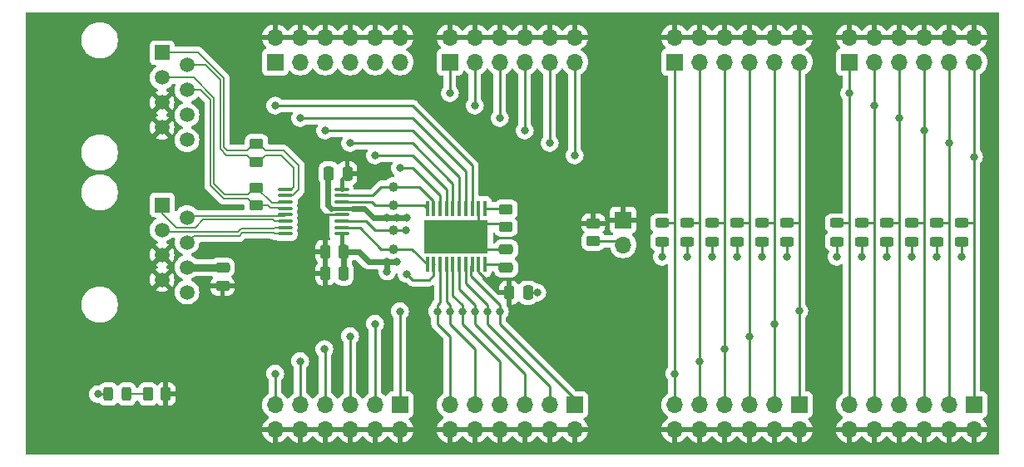
<source format=gbr>
%TF.GenerationSoftware,KiCad,Pcbnew,8.0.2*%
%TF.CreationDate,2025-01-01T18:30:46+01:00*%
%TF.ProjectId,test,74657374-2e6b-4696-9361-645f70636258,rev?*%
%TF.SameCoordinates,Original*%
%TF.FileFunction,Copper,L1,Top*%
%TF.FilePolarity,Positive*%
%FSLAX46Y46*%
G04 Gerber Fmt 4.6, Leading zero omitted, Abs format (unit mm)*
G04 Created by KiCad (PCBNEW 8.0.2) date 2025-01-01 18:30:46*
%MOMM*%
%LPD*%
G01*
G04 APERTURE LIST*
G04 Aperture macros list*
%AMRoundRect*
0 Rectangle with rounded corners*
0 $1 Rounding radius*
0 $2 $3 $4 $5 $6 $7 $8 $9 X,Y pos of 4 corners*
0 Add a 4 corners polygon primitive as box body*
4,1,4,$2,$3,$4,$5,$6,$7,$8,$9,$2,$3,0*
0 Add four circle primitives for the rounded corners*
1,1,$1+$1,$2,$3*
1,1,$1+$1,$4,$5*
1,1,$1+$1,$6,$7*
1,1,$1+$1,$8,$9*
0 Add four rect primitives between the rounded corners*
20,1,$1+$1,$2,$3,$4,$5,0*
20,1,$1+$1,$4,$5,$6,$7,0*
20,1,$1+$1,$6,$7,$8,$9,0*
20,1,$1+$1,$8,$9,$2,$3,0*%
G04 Aperture macros list end*
%TA.AperFunction,SMDPad,CuDef*%
%ADD10RoundRect,0.250000X0.450000X-0.262500X0.450000X0.262500X-0.450000X0.262500X-0.450000X-0.262500X0*%
%TD*%
%TA.AperFunction,ComponentPad*%
%ADD11O,1.700000X1.700000*%
%TD*%
%TA.AperFunction,ComponentPad*%
%ADD12R,1.700000X1.700000*%
%TD*%
%TA.AperFunction,SMDPad,CuDef*%
%ADD13RoundRect,0.243750X-0.456250X0.243750X-0.456250X-0.243750X0.456250X-0.243750X0.456250X0.243750X0*%
%TD*%
%TA.AperFunction,SMDPad,CuDef*%
%ADD14RoundRect,0.250000X-0.250000X-0.475000X0.250000X-0.475000X0.250000X0.475000X-0.250000X0.475000X0*%
%TD*%
%TA.AperFunction,ComponentPad*%
%ADD15R,1.500000X1.500000*%
%TD*%
%TA.AperFunction,ComponentPad*%
%ADD16C,1.500000*%
%TD*%
%TA.AperFunction,SMDPad,CuDef*%
%ADD17RoundRect,0.250000X0.250000X0.475000X-0.250000X0.475000X-0.250000X-0.475000X0.250000X-0.475000X0*%
%TD*%
%TA.AperFunction,SMDPad,CuDef*%
%ADD18C,1.000000*%
%TD*%
%TA.AperFunction,SMDPad,CuDef*%
%ADD19RoundRect,0.243750X-0.243750X-0.456250X0.243750X-0.456250X0.243750X0.456250X-0.243750X0.456250X0*%
%TD*%
%TA.AperFunction,SMDPad,CuDef*%
%ADD20RoundRect,0.250000X-0.450000X0.262500X-0.450000X-0.262500X0.450000X-0.262500X0.450000X0.262500X0*%
%TD*%
%TA.AperFunction,SMDPad,CuDef*%
%ADD21RoundRect,0.250000X0.475000X-0.250000X0.475000X0.250000X-0.475000X0.250000X-0.475000X-0.250000X0*%
%TD*%
%TA.AperFunction,SMDPad,CuDef*%
%ADD22RoundRect,0.100000X-0.100000X0.687500X-0.100000X-0.687500X0.100000X-0.687500X0.100000X0.687500X0*%
%TD*%
%TA.AperFunction,ComponentPad*%
%ADD23C,0.600000*%
%TD*%
%TA.AperFunction,SMDPad,CuDef*%
%ADD24R,6.500000X3.400000*%
%TD*%
%TA.AperFunction,SMDPad,CuDef*%
%ADD25RoundRect,0.100000X-0.637500X-0.100000X0.637500X-0.100000X0.637500X0.100000X-0.637500X0.100000X0*%
%TD*%
%TA.AperFunction,SMDPad,CuDef*%
%ADD26RoundRect,0.250000X0.262500X0.450000X-0.262500X0.450000X-0.262500X-0.450000X0.262500X-0.450000X0*%
%TD*%
%TA.AperFunction,ViaPad*%
%ADD27C,0.800000*%
%TD*%
%TA.AperFunction,Conductor*%
%ADD28C,0.600000*%
%TD*%
%TA.AperFunction,Conductor*%
%ADD29C,0.400000*%
%TD*%
%TA.AperFunction,Conductor*%
%ADD30C,0.250000*%
%TD*%
%TA.AperFunction,Conductor*%
%ADD31C,0.750000*%
%TD*%
%TA.AperFunction,Conductor*%
%ADD32C,0.200000*%
%TD*%
G04 APERTURE END LIST*
D10*
%TO.P,R5,2*%
%TO.N,+3V3*%
X150500000Y-90087500D03*
%TO.P,R5,1*%
%TO.N,Net-(D10-A)*%
X150500000Y-91912500D03*
%TD*%
D11*
%TO.P,J3,2,Pin_2*%
%TO.N,Net-(D10-A)*%
X153525000Y-92290000D03*
D12*
%TO.P,J3,1,Pin_1*%
%TO.N,+3V3*%
X153525000Y-89750000D03*
%TD*%
D13*
%TO.P,D11,1,K*%
%TO.N,Net-(D11-K)*%
X162560000Y-90062500D03*
%TO.P,D11,2,A*%
%TO.N,Net-(D10-A)*%
X162560000Y-91937500D03*
%TD*%
D14*
%TO.P,C1,1*%
%TO.N,+3V3*%
X141925000Y-97155000D03*
%TO.P,C1,2*%
%TO.N,GND*%
X143825000Y-97155000D03*
%TD*%
D15*
%TO.P,J2,1*%
%TO.N,/Dout_P*%
X106600000Y-88217500D03*
D16*
%TO.P,J2,2*%
%TO.N,/Dout_N*%
X109140000Y-89487500D03*
%TO.P,J2,3*%
%TO.N,/Cout_N*%
X106600000Y-90757500D03*
%TO.P,J2,4*%
%TO.N,/Cout_P*%
X109140000Y-92027500D03*
%TO.P,J2,5*%
%TO.N,+3V3*%
X106600000Y-93297500D03*
%TO.P,J2,6*%
%TO.N,GND*%
X109140000Y-94567500D03*
%TO.P,J2,7*%
%TO.N,+3V3*%
X106600000Y-95837500D03*
%TO.P,J2,8*%
%TO.N,GND*%
X109140000Y-97107500D03*
%TD*%
D13*
%TO.P,D3,1,K*%
%TO.N,Net-(D3-K)*%
X185420000Y-90062500D03*
%TO.P,D3,2,A*%
%TO.N,Net-(D10-A)*%
X185420000Y-91937500D03*
%TD*%
D17*
%TO.P,C5,1*%
%TO.N,+3V3*%
X125450000Y-85000000D03*
%TO.P,C5,2*%
%TO.N,GND*%
X123550000Y-85000000D03*
%TD*%
D13*
%TO.P,D9,1,K*%
%TO.N,Net-(D9-K)*%
X167640000Y-90062500D03*
%TO.P,D9,2,A*%
%TO.N,Net-(D10-A)*%
X167640000Y-91937500D03*
%TD*%
D12*
%TO.P,J11,1,Pin_1*%
%TO.N,Net-(D2-K)*%
X189230000Y-108580000D03*
D11*
%TO.P,J11,2,Pin_2*%
%TO.N,+3V3*%
X189230000Y-111120000D03*
%TO.P,J11,3,Pin_3*%
%TO.N,Net-(D3-K)*%
X186690000Y-108580000D03*
%TO.P,J11,4,Pin_4*%
%TO.N,+3V3*%
X186690000Y-111120000D03*
%TO.P,J11,5,Pin_5*%
%TO.N,Net-(D4-K)*%
X184150000Y-108580000D03*
%TO.P,J11,6,Pin_6*%
%TO.N,+3V3*%
X184150000Y-111120000D03*
%TO.P,J11,7,Pin_7*%
%TO.N,Net-(D5-K)*%
X181610000Y-108580000D03*
%TO.P,J11,8,Pin_8*%
%TO.N,+3V3*%
X181610000Y-111120000D03*
%TO.P,J11,9,Pin_9*%
%TO.N,Net-(D6-K)*%
X179070000Y-108580000D03*
%TO.P,J11,10,Pin_10*%
%TO.N,+3V3*%
X179070000Y-111120000D03*
%TO.P,J11,11,Pin_11*%
%TO.N,Net-(D7-K)*%
X176530000Y-108580000D03*
%TO.P,J11,12,Pin_12*%
%TO.N,+3V3*%
X176530000Y-111120000D03*
%TD*%
D13*
%TO.P,D12,1,K*%
%TO.N,Net-(D12-K)*%
X160020000Y-90062500D03*
%TO.P,D12,2,A*%
%TO.N,Net-(D10-A)*%
X160020000Y-91937500D03*
%TD*%
D18*
%TO.P,SCI,1*%
%TO.N,Net-(U1-ROUT2)*%
X130175000Y-88265000D03*
%TD*%
D19*
%TO.P,D1,1,K*%
%TO.N,GND*%
X101125000Y-107500000D03*
%TO.P,D1,2,A*%
%TO.N,Net-(D1-A)*%
X103000000Y-107500000D03*
%TD*%
D12*
%TO.P,J5,1,Pin_1*%
%TO.N,Net-(D7-K)*%
X135890000Y-73665000D03*
D11*
%TO.P,J5,2,Pin_2*%
%TO.N,+3V3*%
X135890000Y-71125000D03*
%TO.P,J5,3,Pin_3*%
%TO.N,Net-(D6-K)*%
X138430000Y-73665000D03*
%TO.P,J5,4,Pin_4*%
%TO.N,+3V3*%
X138430000Y-71125000D03*
%TO.P,J5,5,Pin_5*%
%TO.N,Net-(D5-K)*%
X140970000Y-73665000D03*
%TO.P,J5,6,Pin_6*%
%TO.N,+3V3*%
X140970000Y-71125000D03*
%TO.P,J5,7,Pin_7*%
%TO.N,Net-(D4-K)*%
X143510000Y-73665000D03*
%TO.P,J5,8,Pin_8*%
%TO.N,+3V3*%
X143510000Y-71125000D03*
%TO.P,J5,9,Pin_9*%
%TO.N,Net-(D3-K)*%
X146050000Y-73665000D03*
%TO.P,J5,10,Pin_10*%
%TO.N,+3V3*%
X146050000Y-71125000D03*
%TO.P,J5,11,Pin_11*%
%TO.N,Net-(D2-K)*%
X148590000Y-73665000D03*
%TO.P,J5,12,Pin_12*%
%TO.N,+3V3*%
X148590000Y-71125000D03*
%TD*%
D15*
%TO.P,J1,1*%
%TO.N,/Din_P*%
X106600000Y-72717500D03*
D16*
%TO.P,J1,2*%
%TO.N,/Din_N*%
X109140000Y-73987500D03*
%TO.P,J1,3*%
%TO.N,/Cin_N*%
X106600000Y-75257500D03*
%TO.P,J1,4*%
%TO.N,/Cin_P*%
X109140000Y-76527500D03*
%TO.P,J1,5*%
%TO.N,+3V3*%
X106600000Y-77797500D03*
%TO.P,J1,6*%
%TO.N,GND*%
X109140000Y-79067500D03*
%TO.P,J1,7*%
%TO.N,+3V3*%
X106600000Y-80337500D03*
%TO.P,J1,8*%
%TO.N,GND*%
X109140000Y-81607500D03*
%TD*%
D12*
%TO.P,J7,1,Pin_1*%
%TO.N,Net-(D7-K)*%
X176530000Y-73665000D03*
D11*
%TO.P,J7,2,Pin_2*%
%TO.N,+3V3*%
X176530000Y-71125000D03*
%TO.P,J7,3,Pin_3*%
%TO.N,Net-(D6-K)*%
X179070000Y-73665000D03*
%TO.P,J7,4,Pin_4*%
%TO.N,+3V3*%
X179070000Y-71125000D03*
%TO.P,J7,5,Pin_5*%
%TO.N,Net-(D5-K)*%
X181610000Y-73665000D03*
%TO.P,J7,6,Pin_6*%
%TO.N,+3V3*%
X181610000Y-71125000D03*
%TO.P,J7,7,Pin_7*%
%TO.N,Net-(D4-K)*%
X184150000Y-73665000D03*
%TO.P,J7,8,Pin_8*%
%TO.N,+3V3*%
X184150000Y-71125000D03*
%TO.P,J7,9,Pin_9*%
%TO.N,Net-(D3-K)*%
X186690000Y-73665000D03*
%TO.P,J7,10,Pin_10*%
%TO.N,+3V3*%
X186690000Y-71125000D03*
%TO.P,J7,11,Pin_11*%
%TO.N,Net-(D2-K)*%
X189230000Y-73665000D03*
%TO.P,J7,12,Pin_12*%
%TO.N,+3V3*%
X189230000Y-71125000D03*
%TD*%
D20*
%TO.P,R1,1*%
%TO.N,/Din_P*%
X116205000Y-81995000D03*
%TO.P,R1,2*%
%TO.N,/Din_N*%
X116205000Y-83820000D03*
%TD*%
D12*
%TO.P,J6,1,Pin_1*%
%TO.N,Net-(D13-K)*%
X158750000Y-73665000D03*
D11*
%TO.P,J6,2,Pin_2*%
%TO.N,+3V3*%
X158750000Y-71125000D03*
%TO.P,J6,3,Pin_3*%
%TO.N,Net-(D12-K)*%
X161290000Y-73665000D03*
%TO.P,J6,4,Pin_4*%
%TO.N,+3V3*%
X161290000Y-71125000D03*
%TO.P,J6,5,Pin_5*%
%TO.N,Net-(D11-K)*%
X163830000Y-73665000D03*
%TO.P,J6,6,Pin_6*%
%TO.N,+3V3*%
X163830000Y-71125000D03*
%TO.P,J6,7,Pin_7*%
%TO.N,Net-(D10-K)*%
X166370000Y-73665000D03*
%TO.P,J6,8,Pin_8*%
%TO.N,+3V3*%
X166370000Y-71125000D03*
%TO.P,J6,9,Pin_9*%
%TO.N,Net-(D9-K)*%
X168910000Y-73665000D03*
%TO.P,J6,10,Pin_10*%
%TO.N,+3V3*%
X168910000Y-71125000D03*
%TO.P,J6,11,Pin_11*%
%TO.N,Net-(D8-K)*%
X171450000Y-73665000D03*
%TO.P,J6,12,Pin_12*%
%TO.N,+3V3*%
X171450000Y-71125000D03*
%TD*%
D12*
%TO.P,J4,1,Pin_1*%
%TO.N,Net-(D13-K)*%
X118110000Y-73665000D03*
D11*
%TO.P,J4,2,Pin_2*%
%TO.N,+3V3*%
X118110000Y-71125000D03*
%TO.P,J4,3,Pin_3*%
%TO.N,Net-(D12-K)*%
X120650000Y-73665000D03*
%TO.P,J4,4,Pin_4*%
%TO.N,+3V3*%
X120650000Y-71125000D03*
%TO.P,J4,5,Pin_5*%
%TO.N,Net-(D11-K)*%
X123190000Y-73665000D03*
%TO.P,J4,6,Pin_6*%
%TO.N,+3V3*%
X123190000Y-71125000D03*
%TO.P,J4,7,Pin_7*%
%TO.N,Net-(D10-K)*%
X125730000Y-73665000D03*
%TO.P,J4,8,Pin_8*%
%TO.N,+3V3*%
X125730000Y-71125000D03*
%TO.P,J4,9,Pin_9*%
%TO.N,Net-(D9-K)*%
X128270000Y-73665000D03*
%TO.P,J4,10,Pin_10*%
%TO.N,+3V3*%
X128270000Y-71125000D03*
%TO.P,J4,11,Pin_11*%
%TO.N,Net-(D8-K)*%
X130810000Y-73665000D03*
%TO.P,J4,12,Pin_12*%
%TO.N,+3V3*%
X130810000Y-71125000D03*
%TD*%
D13*
%TO.P,D6,1,K*%
%TO.N,Net-(D6-K)*%
X177800000Y-90062500D03*
%TO.P,D6,2,A*%
%TO.N,Net-(D10-A)*%
X177800000Y-91937500D03*
%TD*%
%TO.P,D13,1,K*%
%TO.N,Net-(D13-K)*%
X157480000Y-90062500D03*
%TO.P,D13,2,A*%
%TO.N,Net-(D10-A)*%
X157480000Y-91937500D03*
%TD*%
D21*
%TO.P,C2,1*%
%TO.N,+3V3*%
X112750000Y-96500000D03*
%TO.P,C2,2*%
%TO.N,GND*%
X112750000Y-94600000D03*
%TD*%
D13*
%TO.P,D7,1,K*%
%TO.N,Net-(D7-K)*%
X175260000Y-90062500D03*
%TO.P,D7,2,A*%
%TO.N,Net-(D10-A)*%
X175260000Y-91937500D03*
%TD*%
D10*
%TO.P,R2,1*%
%TO.N,/Cin_P*%
X116205000Y-88265000D03*
%TO.P,R2,2*%
%TO.N,/Cin_N*%
X116205000Y-86440000D03*
%TD*%
D12*
%TO.P,J8,1,Pin_1*%
%TO.N,Net-(D8-K)*%
X130810000Y-108580000D03*
D11*
%TO.P,J8,2,Pin_2*%
%TO.N,+3V3*%
X130810000Y-111120000D03*
%TO.P,J8,3,Pin_3*%
%TO.N,Net-(D9-K)*%
X128270000Y-108580000D03*
%TO.P,J8,4,Pin_4*%
%TO.N,+3V3*%
X128270000Y-111120000D03*
%TO.P,J8,5,Pin_5*%
%TO.N,Net-(D10-K)*%
X125730000Y-108580000D03*
%TO.P,J8,6,Pin_6*%
%TO.N,+3V3*%
X125730000Y-111120000D03*
%TO.P,J8,7,Pin_7*%
%TO.N,Net-(D11-K)*%
X123190000Y-108580000D03*
%TO.P,J8,8,Pin_8*%
%TO.N,+3V3*%
X123190000Y-111120000D03*
%TO.P,J8,9,Pin_9*%
%TO.N,Net-(D12-K)*%
X120650000Y-108580000D03*
%TO.P,J8,10,Pin_10*%
%TO.N,+3V3*%
X120650000Y-111120000D03*
%TO.P,J8,11,Pin_11*%
%TO.N,Net-(D13-K)*%
X118110000Y-108580000D03*
%TO.P,J8,12,Pin_12*%
%TO.N,+3V3*%
X118110000Y-111120000D03*
%TD*%
D12*
%TO.P,J10,1,Pin_1*%
%TO.N,Net-(D8-K)*%
X171450000Y-108580000D03*
D11*
%TO.P,J10,2,Pin_2*%
%TO.N,+3V3*%
X171450000Y-111120000D03*
%TO.P,J10,3,Pin_3*%
%TO.N,Net-(D9-K)*%
X168910000Y-108580000D03*
%TO.P,J10,4,Pin_4*%
%TO.N,+3V3*%
X168910000Y-111120000D03*
%TO.P,J10,5,Pin_5*%
%TO.N,Net-(D10-K)*%
X166370000Y-108580000D03*
%TO.P,J10,6,Pin_6*%
%TO.N,+3V3*%
X166370000Y-111120000D03*
%TO.P,J10,7,Pin_7*%
%TO.N,Net-(D11-K)*%
X163830000Y-108580000D03*
%TO.P,J10,8,Pin_8*%
%TO.N,+3V3*%
X163830000Y-111120000D03*
%TO.P,J10,9,Pin_9*%
%TO.N,Net-(D12-K)*%
X161290000Y-108580000D03*
%TO.P,J10,10,Pin_10*%
%TO.N,+3V3*%
X161290000Y-111120000D03*
%TO.P,J10,11,Pin_11*%
%TO.N,Net-(D13-K)*%
X158750000Y-108580000D03*
%TO.P,J10,12,Pin_12*%
%TO.N,+3V3*%
X158750000Y-111120000D03*
%TD*%
D14*
%TO.P,C3,1*%
%TO.N,+3V3*%
X123200000Y-95200000D03*
%TO.P,C3,2*%
%TO.N,GND*%
X125100000Y-95200000D03*
%TD*%
D20*
%TO.P,R4,1*%
%TO.N,Net-(U2-IREF)*%
X141605000Y-88652500D03*
%TO.P,R4,2*%
%TO.N,GND*%
X141605000Y-90477500D03*
%TD*%
D18*
%TO.P,SDI,1*%
%TO.N,Net-(U1-ROUT1)*%
X130175000Y-86360000D03*
%TD*%
D22*
%TO.P,U2,1,IREF*%
%TO.N,Net-(U2-IREF)*%
X139450000Y-88577500D03*
%TO.P,U2,2,GND*%
%TO.N,GND*%
X138800000Y-88577500D03*
%TO.P,U2,3,OUTR0*%
%TO.N,Net-(D13-K)*%
X138150000Y-88577500D03*
%TO.P,U2,4,OUTG0*%
%TO.N,Net-(D12-K)*%
X137500000Y-88577500D03*
%TO.P,U2,5,OUTB0*%
%TO.N,Net-(D11-K)*%
X136850000Y-88577500D03*
%TO.P,U2,6,OUTR1*%
%TO.N,Net-(D10-K)*%
X136200000Y-88577500D03*
%TO.P,U2,7,OUTG1*%
%TO.N,Net-(D9-K)*%
X135550000Y-88577500D03*
%TO.P,U2,8,OUTB1*%
%TO.N,Net-(D8-K)*%
X134900000Y-88577500D03*
%TO.P,U2,9,SDTI*%
%TO.N,Net-(U1-ROUT1)*%
X134250000Y-88577500D03*
%TO.P,U2,10,SCKI*%
%TO.N,Net-(U1-ROUT2)*%
X133600000Y-88577500D03*
%TO.P,U2,11,SCKO*%
%TO.N,Net-(U1-DIN1)*%
X133600000Y-94302500D03*
%TO.P,U2,12,SDTO*%
%TO.N,Net-(U1-DIN2)*%
X134250000Y-94302500D03*
%TO.P,U2,13,OUTR2*%
%TO.N,Net-(D7-K)*%
X134900000Y-94302500D03*
%TO.P,U2,14,OUTG2*%
%TO.N,Net-(D6-K)*%
X135550000Y-94302500D03*
%TO.P,U2,15,OUTB2*%
%TO.N,Net-(D5-K)*%
X136200000Y-94302500D03*
%TO.P,U2,16,OUTR3*%
%TO.N,Net-(D4-K)*%
X136850000Y-94302500D03*
%TO.P,U2,17,OUTG3*%
%TO.N,Net-(D3-K)*%
X137500000Y-94302500D03*
%TO.P,U2,18,OUTB3*%
%TO.N,Net-(D2-K)*%
X138150000Y-94302500D03*
%TO.P,U2,19,VCC*%
%TO.N,+3V3*%
X138800000Y-94302500D03*
%TO.P,U2,20,VREG*%
%TO.N,Net-(U2-VREG)*%
X139450000Y-94302500D03*
D23*
%TO.P,U2,21,GND*%
%TO.N,GND*%
X139125000Y-90140000D03*
X137825000Y-90140000D03*
X136525000Y-90140000D03*
X135225000Y-90140000D03*
X133925000Y-90140000D03*
X139125000Y-91440000D03*
X137825000Y-91440000D03*
X136525000Y-91440000D03*
D24*
X136525000Y-91440000D03*
D23*
X135225000Y-91440000D03*
X133925000Y-91440000D03*
X139125000Y-92740000D03*
X137825000Y-92740000D03*
X136525000Y-92740000D03*
X135225000Y-92740000D03*
X133925000Y-92740000D03*
%TD*%
D21*
%TO.P,C6,1*%
%TO.N,Net-(U2-VREG)*%
X141605000Y-94640000D03*
%TO.P,C6,2*%
%TO.N,GND*%
X141605000Y-92740000D03*
%TD*%
D13*
%TO.P,D10,1,K*%
%TO.N,Net-(D10-K)*%
X165100000Y-90062500D03*
%TO.P,D10,2,A*%
%TO.N,Net-(D10-A)*%
X165100000Y-91937500D03*
%TD*%
%TO.P,D5,1,K*%
%TO.N,Net-(D5-K)*%
X180340000Y-90062500D03*
%TO.P,D5,2,A*%
%TO.N,Net-(D10-A)*%
X180340000Y-91937500D03*
%TD*%
D18*
%TO.P,SCO,1*%
%TO.N,Net-(U1-DIN1)*%
X130175000Y-92710000D03*
%TD*%
D13*
%TO.P,D4,1,K*%
%TO.N,Net-(D4-K)*%
X182880000Y-90062500D03*
%TO.P,D4,2,A*%
%TO.N,Net-(D10-A)*%
X182880000Y-91937500D03*
%TD*%
D18*
%TO.P,SDO,1*%
%TO.N,Net-(U1-DIN2)*%
X130175000Y-90805000D03*
%TD*%
D14*
%TO.P,C4,1*%
%TO.N,+3V3*%
X123195000Y-93000000D03*
%TO.P,C4,2*%
%TO.N,GND*%
X125095000Y-93000000D03*
%TD*%
D12*
%TO.P,J9,1,Pin_1*%
%TO.N,Net-(D2-K)*%
X148590000Y-108580000D03*
D11*
%TO.P,J9,2,Pin_2*%
%TO.N,+3V3*%
X148590000Y-111120000D03*
%TO.P,J9,3,Pin_3*%
%TO.N,Net-(D3-K)*%
X146050000Y-108580000D03*
%TO.P,J9,4,Pin_4*%
%TO.N,+3V3*%
X146050000Y-111120000D03*
%TO.P,J9,5,Pin_5*%
%TO.N,Net-(D4-K)*%
X143510000Y-108580000D03*
%TO.P,J9,6,Pin_6*%
%TO.N,+3V3*%
X143510000Y-111120000D03*
%TO.P,J9,7,Pin_7*%
%TO.N,Net-(D5-K)*%
X140970000Y-108580000D03*
%TO.P,J9,8,Pin_8*%
%TO.N,+3V3*%
X140970000Y-111120000D03*
%TO.P,J9,9,Pin_9*%
%TO.N,Net-(D6-K)*%
X138430000Y-108580000D03*
%TO.P,J9,10,Pin_10*%
%TO.N,+3V3*%
X138430000Y-111120000D03*
%TO.P,J9,11,Pin_11*%
%TO.N,Net-(D7-K)*%
X135890000Y-108580000D03*
%TO.P,J9,12,Pin_12*%
%TO.N,+3V3*%
X135890000Y-111120000D03*
%TD*%
D25*
%TO.P,U1,1,RIN1-*%
%TO.N,/Din_N*%
X119132500Y-86625000D03*
%TO.P,U1,2,RIN1+*%
%TO.N,/Din_P*%
X119132500Y-87275000D03*
%TO.P,U1,3,RIN2-*%
%TO.N,/Cin_N*%
X119132500Y-87925000D03*
%TO.P,U1,4,RIN2+*%
%TO.N,/Cin_P*%
X119132500Y-88575000D03*
%TO.P,U1,5,DOUT2-*%
%TO.N,/Dout_N*%
X119132500Y-89225000D03*
%TO.P,U1,6,DOUT2+*%
%TO.N,/Dout_P*%
X119132500Y-89875000D03*
%TO.P,U1,7,DOUT1-*%
%TO.N,/Cout_N*%
X119132500Y-90525000D03*
%TO.P,U1,8,DOUT1+*%
%TO.N,/Cout_P*%
X119132500Y-91175000D03*
%TO.P,U1,9,~{EN}*%
%TO.N,GND*%
X124857500Y-91175000D03*
%TO.P,U1,10,DIN1*%
%TO.N,Net-(U1-DIN1)*%
X124857500Y-90525000D03*
%TO.P,U1,11,DIN2*%
%TO.N,Net-(U1-DIN2)*%
X124857500Y-89875000D03*
%TO.P,U1,12,VCC*%
%TO.N,+3V3*%
X124857500Y-89225000D03*
%TO.P,U1,13,GND*%
%TO.N,GND*%
X124857500Y-88575000D03*
%TO.P,U1,14,ROUT2*%
%TO.N,Net-(U1-ROUT2)*%
X124857500Y-87925000D03*
%TO.P,U1,15,ROUT1*%
%TO.N,Net-(U1-ROUT1)*%
X124857500Y-87275000D03*
%TO.P,U1,16,EN*%
%TO.N,+3V3*%
X124857500Y-86625000D03*
%TD*%
D13*
%TO.P,D8,1,K*%
%TO.N,Net-(D8-K)*%
X170180000Y-90062500D03*
%TO.P,D8,2,A*%
%TO.N,Net-(D10-A)*%
X170180000Y-91937500D03*
%TD*%
%TO.P,D2,1,K*%
%TO.N,Net-(D2-K)*%
X187960000Y-90062500D03*
%TO.P,D2,2,A*%
%TO.N,Net-(D10-A)*%
X187960000Y-91937500D03*
%TD*%
D26*
%TO.P,R3,1*%
%TO.N,+3V3*%
X106977500Y-107500000D03*
%TO.P,R3,2*%
%TO.N,Net-(D1-A)*%
X105152500Y-107500000D03*
%TD*%
D27*
%TO.N,GND*%
X131465000Y-89535000D03*
X129500000Y-95000000D03*
X130500000Y-89535000D03*
X100065000Y-107500000D03*
X130500000Y-93980000D03*
X129500000Y-93980000D03*
X129500000Y-89535000D03*
X144780000Y-97155000D03*
%TO.N,Net-(D10-A)*%
X167640000Y-93500000D03*
X170180000Y-93500000D03*
X162560000Y-93500000D03*
X182880000Y-93500000D03*
X177800000Y-93500000D03*
X160020000Y-93500000D03*
X165100000Y-93500000D03*
X175260000Y-93500000D03*
X188000000Y-93500000D03*
X180340000Y-93500000D03*
X185420000Y-93500000D03*
X157480000Y-93500000D03*
%TO.N,Net-(D2-K)*%
X140970000Y-99060000D03*
X148590000Y-83185000D03*
X189230000Y-83312000D03*
%TO.N,Net-(D3-K)*%
X146050000Y-81915000D03*
X139700000Y-99060000D03*
X186690000Y-81915000D03*
%TO.N,Net-(D4-K)*%
X184150000Y-80645000D03*
X143510000Y-80645000D03*
X138430000Y-99060000D03*
%TO.N,Net-(D5-K)*%
X137160000Y-99060000D03*
X140970000Y-79375000D03*
X181610000Y-79375000D03*
%TO.N,Net-(D6-K)*%
X135890000Y-99060000D03*
X138430000Y-78105000D03*
X179070000Y-78105000D03*
%TO.N,Net-(D7-K)*%
X134620000Y-99060000D03*
X135890000Y-76835000D03*
X176530000Y-76835000D03*
%TO.N,Net-(U1-DIN2)*%
X131445000Y-90805000D03*
X131500000Y-95250000D03*
%TO.N,Net-(D8-K)*%
X130810000Y-99060000D03*
X171450000Y-99022500D03*
X130810000Y-84455000D03*
%TO.N,Net-(D9-K)*%
X128270000Y-100330000D03*
X168910000Y-100330000D03*
X128270000Y-83185000D03*
%TO.N,Net-(D10-K)*%
X125730000Y-81915000D03*
X166370000Y-101600000D03*
X125730000Y-101600000D03*
%TO.N,Net-(D11-K)*%
X163830000Y-102870000D03*
X123190000Y-80645000D03*
X123115000Y-102907500D03*
%TO.N,Net-(D12-K)*%
X120650000Y-79375000D03*
X120650000Y-104140000D03*
X161290000Y-104140000D03*
%TO.N,Net-(D13-K)*%
X118110000Y-78105000D03*
X118110000Y-105410000D03*
X158750000Y-105410000D03*
%TD*%
D28*
%TO.N,GND*%
X130500000Y-89535000D02*
X131465000Y-89535000D01*
X128122221Y-89535000D02*
X129500000Y-89535000D01*
X126000000Y-88575000D02*
X127162221Y-88575000D01*
X127162221Y-88575000D02*
X128122221Y-89535000D01*
D29*
X126000000Y-88575000D02*
X124857500Y-88575000D01*
%TO.N,+3V3*%
X124857500Y-85592500D02*
X125450000Y-85000000D01*
X124857500Y-86625000D02*
X124857500Y-85592500D01*
D28*
%TO.N,GND*%
X123500000Y-88250000D02*
X123825000Y-88575000D01*
X123500000Y-85050000D02*
X123500000Y-88250000D01*
X123550000Y-85000000D02*
X123500000Y-85050000D01*
X129500000Y-95000000D02*
X129500000Y-93980000D01*
D30*
X125100000Y-93005000D02*
X125095000Y-93000000D01*
D28*
X125100000Y-95200000D02*
X125100000Y-93005000D01*
D30*
%TO.N,Net-(U1-DIN2)*%
X134250000Y-95383021D02*
X134250000Y-94302500D01*
X133748021Y-95885000D02*
X134250000Y-95383021D01*
X132135000Y-95885000D02*
X133748021Y-95885000D01*
X131500000Y-95250000D02*
X132135000Y-95885000D01*
D28*
%TO.N,GND*%
X129500000Y-93980000D02*
X130500000Y-93980000D01*
X129500000Y-93980000D02*
X127635000Y-93980000D01*
X127635000Y-93980000D02*
X126655000Y-93000000D01*
X126655000Y-93000000D02*
X125095000Y-93000000D01*
X129500000Y-89535000D02*
X130500000Y-89535000D01*
D30*
%TO.N,Net-(D10-A)*%
X153147500Y-91912500D02*
X153525000Y-92290000D01*
X150500000Y-91912500D02*
X153147500Y-91912500D01*
X157480000Y-93500000D02*
X157480000Y-91937500D01*
X160020000Y-93500000D02*
X160020000Y-91937500D01*
X162560000Y-93500000D02*
X162560000Y-91937500D01*
X165100000Y-93500000D02*
X165100000Y-91937500D01*
X167640000Y-93500000D02*
X167640000Y-91937500D01*
X170180000Y-93500000D02*
X170180000Y-91937500D01*
X175260000Y-93500000D02*
X175260000Y-91937500D01*
X177800000Y-93500000D02*
X177800000Y-91937500D01*
X180340000Y-93500000D02*
X180340000Y-91937500D01*
X182880000Y-93500000D02*
X182880000Y-91937500D01*
X185420000Y-93500000D02*
X185420000Y-91937500D01*
X188000000Y-91977500D02*
X187960000Y-91937500D01*
X188000000Y-93500000D02*
X188000000Y-91977500D01*
%TO.N,Net-(D13-K)*%
X158687500Y-90062500D02*
X158750000Y-90000000D01*
X157480000Y-90062500D02*
X158687500Y-90062500D01*
X158750000Y-107950000D02*
X158750000Y-90000000D01*
X158750000Y-90000000D02*
X158750000Y-88900000D01*
%TO.N,Net-(D12-K)*%
X161227500Y-90062500D02*
X161290000Y-90000000D01*
X161290000Y-90000000D02*
X161290000Y-88900000D01*
X161290000Y-107950000D02*
X161290000Y-90000000D01*
X160020000Y-90062500D02*
X161227500Y-90062500D01*
%TO.N,Net-(D11-K)*%
X163830000Y-90000000D02*
X163830000Y-88900000D01*
X163830000Y-107950000D02*
X163830000Y-90000000D01*
X162560000Y-90062500D02*
X163767500Y-90062500D01*
X163767500Y-90062500D02*
X163830000Y-90000000D01*
%TO.N,Net-(D10-K)*%
X166307500Y-90062500D02*
X166370000Y-90000000D01*
X165100000Y-90062500D02*
X166307500Y-90062500D01*
X166370000Y-107950000D02*
X166370000Y-90000000D01*
X166370000Y-90000000D02*
X166370000Y-88900000D01*
%TO.N,Net-(D9-K)*%
X167640000Y-90062500D02*
X168847500Y-90062500D01*
X168847500Y-90062500D02*
X168910000Y-90000000D01*
X168910000Y-90000000D02*
X168910000Y-107950000D01*
X168910000Y-88900000D02*
X168910000Y-90000000D01*
%TO.N,Net-(D8-K)*%
X171387500Y-90062500D02*
X171450000Y-90000000D01*
X170180000Y-90062500D02*
X171387500Y-90062500D01*
X171450000Y-90000000D02*
X171450000Y-107950000D01*
X171450000Y-88900000D02*
X171450000Y-90000000D01*
%TO.N,Net-(D7-K)*%
X176467500Y-90062500D02*
X176530000Y-90000000D01*
X175260000Y-90062500D02*
X176467500Y-90062500D01*
X176530000Y-90000000D02*
X176530000Y-107950000D01*
X176530000Y-88900000D02*
X176530000Y-90000000D01*
%TO.N,Net-(D5-K)*%
X181547500Y-90062500D02*
X181610000Y-90000000D01*
X180340000Y-90062500D02*
X181547500Y-90062500D01*
X181610000Y-90000000D02*
X181610000Y-107950000D01*
X181610000Y-88900000D02*
X181610000Y-90000000D01*
%TO.N,Net-(D4-K)*%
X184087500Y-90062500D02*
X184150000Y-90000000D01*
X182880000Y-90062500D02*
X184087500Y-90062500D01*
X184150000Y-90000000D02*
X184150000Y-107950000D01*
X184150000Y-88900000D02*
X184150000Y-90000000D01*
%TO.N,Net-(D3-K)*%
X186627500Y-90062500D02*
X186690000Y-90000000D01*
X185420000Y-90062500D02*
X186627500Y-90062500D01*
X186690000Y-90000000D02*
X186690000Y-107950000D01*
X186690000Y-88900000D02*
X186690000Y-90000000D01*
%TO.N,Net-(D2-K)*%
X187960000Y-90062500D02*
X189167500Y-90062500D01*
X189167500Y-90062500D02*
X189230000Y-90000000D01*
X189230000Y-90000000D02*
X189230000Y-107950000D01*
X189230000Y-88900000D02*
X189230000Y-90000000D01*
%TO.N,Net-(D6-K)*%
X179007500Y-90062500D02*
X179070000Y-90000000D01*
X177800000Y-90062500D02*
X179007500Y-90062500D01*
%TO.N,GND*%
X109172500Y-94600000D02*
X109140000Y-94567500D01*
D31*
X112000000Y-94600000D02*
X109172500Y-94600000D01*
D30*
%TO.N,+3V3*%
X124857500Y-89225000D02*
X123190000Y-89225000D01*
D29*
%TO.N,GND*%
X124857500Y-91175000D02*
X124857500Y-92762500D01*
D30*
X138800000Y-89815000D02*
X139125000Y-90140000D01*
X139125000Y-90140000D02*
X141267500Y-90140000D01*
X139125000Y-92740000D02*
X141605000Y-92740000D01*
D29*
X123825000Y-88575000D02*
X124857500Y-88575000D01*
D30*
X101125000Y-107500000D02*
X100065000Y-107500000D01*
D29*
X124857500Y-92762500D02*
X125095000Y-93000000D01*
D30*
X138800000Y-88577500D02*
X138800000Y-89815000D01*
X144780000Y-97155000D02*
X143825000Y-97155000D01*
X141267500Y-90140000D02*
X141605000Y-90477500D01*
%TO.N,+3V3*%
X138800000Y-95041041D02*
X138800000Y-94302500D01*
X140278959Y-96520000D02*
X138800000Y-95041041D01*
X140335000Y-96520000D02*
X140278959Y-96520000D01*
%TO.N,Net-(U2-VREG)*%
X139450000Y-94302500D02*
X141267500Y-94302500D01*
X141267500Y-94302500D02*
X141605000Y-94640000D01*
D32*
%TO.N,Net-(D1-A)*%
X103000000Y-107500000D02*
X105152500Y-107500000D01*
%TO.N,/Din_P*%
X115269999Y-82682500D02*
X113248186Y-82682500D01*
X116205000Y-81995000D02*
X116392500Y-81995000D01*
X113248186Y-82682500D02*
X112900000Y-82334314D01*
X118980391Y-82682500D02*
X120523000Y-84225109D01*
X117080000Y-82682500D02*
X118980391Y-82682500D01*
X112900000Y-75334314D02*
X110283186Y-72717500D01*
X120523000Y-84225109D02*
X120523000Y-86646100D01*
X110283186Y-72717500D02*
X106600000Y-72717500D01*
X116205000Y-81995000D02*
X115957499Y-81995000D01*
X116392500Y-81995000D02*
X117080000Y-82682500D01*
X119894100Y-87275000D02*
X119132500Y-87275000D01*
X120523000Y-86646100D02*
X119894100Y-87275000D01*
X112900000Y-82334314D02*
X112900000Y-75334314D01*
X115957499Y-81995000D02*
X115269999Y-82682500D01*
%TO.N,/Din_N*%
X117080000Y-83132500D02*
X118692500Y-83132500D01*
X113132500Y-83132500D02*
X112500000Y-82500000D01*
X116205000Y-83820000D02*
X115951000Y-83820000D01*
X112500000Y-75500000D02*
X110987500Y-73987500D01*
X118692500Y-83132500D02*
X120015000Y-84455000D01*
X115951000Y-83820000D02*
X115263500Y-83132500D01*
X120015000Y-86360000D02*
X119750000Y-86625000D01*
X110987500Y-73987500D02*
X109140000Y-73987500D01*
X116205000Y-83820000D02*
X116392500Y-83820000D01*
X116392500Y-83820000D02*
X117080000Y-83132500D01*
X115263500Y-83132500D02*
X113132500Y-83132500D01*
X112500000Y-82500000D02*
X112500000Y-75500000D01*
X120015000Y-84455000D02*
X120015000Y-86360000D01*
X119750000Y-86625000D02*
X119132500Y-86625000D01*
%TO.N,/Cin_P*%
X111500000Y-77500000D02*
X110527500Y-76527500D01*
X110527500Y-76527500D02*
X109140000Y-76527500D01*
X117393603Y-88265000D02*
X116205000Y-88265000D01*
D30*
X116515000Y-88575000D02*
X116205000Y-88265000D01*
D32*
X115330000Y-87577500D02*
X112884315Y-87577500D01*
X117603603Y-88475000D02*
X117393603Y-88265000D01*
X112884315Y-87577500D02*
X111500000Y-86193185D01*
X119132500Y-88575000D02*
X118595000Y-88575000D01*
X116017500Y-88265000D02*
X115330000Y-87577500D01*
X118595000Y-88575000D02*
X118495000Y-88475000D01*
X111500000Y-86193185D02*
X111500000Y-77500000D01*
X118495000Y-88475000D02*
X117603603Y-88475000D01*
X116205000Y-88265000D02*
X116017500Y-88265000D01*
D30*
%TO.N,/Cin_N*%
X115725000Y-86440000D02*
X116205000Y-86440000D01*
D32*
X111900000Y-77334314D02*
X109823186Y-75257500D01*
X109823186Y-75257500D02*
X106600000Y-75257500D01*
X118495000Y-88025000D02*
X117790000Y-88025000D01*
X116205000Y-86440000D02*
X116017500Y-86440000D01*
X118595000Y-87925000D02*
X118495000Y-88025000D01*
X115330000Y-87127500D02*
X113000000Y-87127500D01*
X116017500Y-86440000D02*
X115330000Y-87127500D01*
X111900000Y-86027500D02*
X111900000Y-77334314D01*
X119132500Y-87925000D02*
X118595000Y-87925000D01*
X113000000Y-87127500D02*
X111900000Y-86027500D01*
X117790000Y-88025000D02*
X116205000Y-86440000D01*
%TO.N,/Dout_N*%
X119032500Y-89325000D02*
X109302500Y-89325000D01*
X119132500Y-89225000D02*
X119032500Y-89325000D01*
X109302500Y-89325000D02*
X109140000Y-89487500D01*
%TO.N,/Dout_P*%
X110775000Y-89725000D02*
X109962500Y-90537500D01*
X117876249Y-89725000D02*
X110775000Y-89725000D01*
X118026249Y-89875000D02*
X117876249Y-89725000D01*
X109962500Y-90537500D02*
X108058447Y-90537500D01*
X106600000Y-89079053D02*
X106600000Y-88217500D01*
X108058447Y-90537500D02*
X106600000Y-89079053D01*
X119132500Y-89875000D02*
X118026249Y-89875000D01*
%TO.N,/Cout_N*%
X114643064Y-90625000D02*
X114290564Y-90977500D01*
X106820000Y-90977500D02*
X106600000Y-90757500D01*
X118026249Y-90525000D02*
X117926249Y-90625000D01*
X119132500Y-90525000D02*
X118026249Y-90525000D01*
X117926249Y-90625000D02*
X114643064Y-90625000D01*
X114290564Y-90977500D02*
X106820000Y-90977500D01*
%TO.N,/Cout_P*%
X118026249Y-91175000D02*
X117926249Y-91075000D01*
X114456250Y-91377500D02*
X109790000Y-91377500D01*
X109790000Y-91377500D02*
X109140000Y-92027500D01*
X114758750Y-91075000D02*
X114456250Y-91377500D01*
X117926249Y-91075000D02*
X114758750Y-91075000D01*
X119132500Y-91175000D02*
X118026249Y-91175000D01*
D30*
%TO.N,Net-(U2-IREF)*%
X139450000Y-88577500D02*
X141530000Y-88577500D01*
X141530000Y-88577500D02*
X141605000Y-88652500D01*
%TO.N,Net-(D2-K)*%
X140970000Y-99060000D02*
X140970000Y-98425000D01*
X148590000Y-83185000D02*
X148590000Y-74295000D01*
X138025000Y-95480000D02*
X138025000Y-94427500D01*
X138025000Y-94427500D02*
X138150000Y-94302500D01*
X140970000Y-98425000D02*
X138025000Y-95480000D01*
X140970000Y-99060000D02*
X140970000Y-100330000D01*
X189230000Y-74295000D02*
X189230000Y-88900000D01*
X140970000Y-100330000D02*
X148590000Y-107950000D01*
%TO.N,Net-(D3-K)*%
X186690000Y-74295000D02*
X186690000Y-88900000D01*
X139700000Y-99060000D02*
X139700000Y-100330000D01*
X146050000Y-81915000D02*
X146050000Y-74295000D01*
X139700000Y-98425000D02*
X137500000Y-96225000D01*
X139700000Y-100330000D02*
X146050000Y-106680000D01*
X146050000Y-106680000D02*
X146050000Y-107950000D01*
X139700000Y-99060000D02*
X139700000Y-98425000D01*
X137500000Y-96225000D02*
X137500000Y-94302500D01*
%TO.N,Net-(D4-K)*%
X138430000Y-100330000D02*
X143510000Y-105410000D01*
X184150000Y-74295000D02*
X184150000Y-88900000D01*
X138430000Y-99060000D02*
X138430000Y-98425000D01*
X136850000Y-96845000D02*
X136850000Y-94302500D01*
X138430000Y-99060000D02*
X138430000Y-100330000D01*
X138430000Y-98425000D02*
X136850000Y-96845000D01*
X143510000Y-80645000D02*
X143510000Y-74295000D01*
X143510000Y-105410000D02*
X143510000Y-107950000D01*
%TO.N,Net-(D5-K)*%
X137160000Y-100330000D02*
X140970000Y-104140000D01*
X140970000Y-104140000D02*
X140970000Y-107950000D01*
X181610000Y-74295000D02*
X181610000Y-88900000D01*
X137160000Y-99060000D02*
X137160000Y-100330000D01*
X137160000Y-98425000D02*
X136200000Y-97465000D01*
X136200000Y-97465000D02*
X136200000Y-94302500D01*
X140970000Y-79375000D02*
X140970000Y-74295000D01*
X137160000Y-99060000D02*
X137160000Y-98425000D01*
%TO.N,Net-(D6-K)*%
X138430000Y-78105000D02*
X138430000Y-74295000D01*
X138430000Y-102870000D02*
X138430000Y-107950000D01*
X179070000Y-88900000D02*
X179070000Y-107950000D01*
X135890000Y-99060000D02*
X135890000Y-100330000D01*
X135550000Y-98085000D02*
X135550000Y-94302500D01*
X135890000Y-100330000D02*
X138430000Y-102870000D01*
X179070000Y-74295000D02*
X179070000Y-88900000D01*
X135890000Y-98425000D02*
X135550000Y-98085000D01*
X135890000Y-98425000D02*
X135890000Y-99060000D01*
%TO.N,Net-(D7-K)*%
X134620000Y-100330000D02*
X135890000Y-101600000D01*
X176530000Y-74295000D02*
X176530000Y-88900000D01*
X134620000Y-99060000D02*
X134620000Y-100330000D01*
X134620000Y-98425000D02*
X134900000Y-98145000D01*
X134620000Y-99060000D02*
X134620000Y-98425000D01*
X135890000Y-76835000D02*
X135890000Y-74295000D01*
X134900000Y-98145000D02*
X134900000Y-94302500D01*
X135890000Y-101600000D02*
X135890000Y-107950000D01*
%TO.N,Net-(U1-DIN1)*%
X130175000Y-92710000D02*
X132007500Y-92710000D01*
X128905000Y-92710000D02*
X130175000Y-92710000D01*
X126720000Y-90525000D02*
X128905000Y-92710000D01*
X132007500Y-92710000D02*
X133600000Y-94302500D01*
X124857500Y-90525000D02*
X126720000Y-90525000D01*
%TO.N,Net-(U1-DIN2)*%
X134307500Y-94302500D02*
X134250000Y-94302500D01*
X128270000Y-90805000D02*
X127340000Y-89875000D01*
X127340000Y-89875000D02*
X124857500Y-89875000D01*
X131445000Y-90805000D02*
X128270000Y-90805000D01*
%TO.N,Net-(U1-ROUT2)*%
X124857500Y-87925000D02*
X127930000Y-87925000D01*
X128270000Y-88265000D02*
X130175000Y-88265000D01*
X130175000Y-88265000D02*
X133287500Y-88265000D01*
X133287500Y-88265000D02*
X133600000Y-88577500D01*
X127930000Y-87925000D02*
X128270000Y-88265000D01*
%TO.N,Net-(U1-ROUT1)*%
X130175000Y-86360000D02*
X132771041Y-86360000D01*
X128905000Y-86360000D02*
X130175000Y-86360000D01*
X124857500Y-87275000D02*
X127990000Y-87275000D01*
X132771041Y-86360000D02*
X134250000Y-87838959D01*
X134250000Y-87838959D02*
X134250000Y-88577500D01*
X127990000Y-87275000D02*
X128905000Y-86360000D01*
%TO.N,Net-(D8-K)*%
X130810000Y-107950000D02*
X130810000Y-99060000D01*
X130810000Y-84455000D02*
X132078604Y-84455000D01*
X134900000Y-87276396D02*
X134900000Y-88577500D01*
X132078604Y-84455000D02*
X134900000Y-87276396D01*
X171450000Y-74295000D02*
X171450000Y-88900000D01*
%TO.N,Net-(D9-K)*%
X128270000Y-83185000D02*
X132080000Y-83185000D01*
X135550000Y-86655000D02*
X135550000Y-88577500D01*
X132080000Y-83185000D02*
X135550000Y-86655000D01*
X128270000Y-107950000D02*
X128270000Y-100330000D01*
X168910000Y-74295000D02*
X168910000Y-88900000D01*
%TO.N,Net-(D10-K)*%
X166370000Y-88900000D02*
X166370000Y-74295000D01*
X136200000Y-86036396D02*
X136200000Y-88577500D01*
X125730000Y-107950000D02*
X125730000Y-101600000D01*
X125730000Y-81915000D02*
X132078604Y-81915000D01*
X132078604Y-81915000D02*
X136200000Y-86036396D01*
%TO.N,Net-(D11-K)*%
X123190000Y-102982500D02*
X123115000Y-102907500D01*
X136850000Y-85415000D02*
X136850000Y-88577500D01*
X123190000Y-80645000D02*
X132080000Y-80645000D01*
X123190000Y-107950000D02*
X123190000Y-102945000D01*
X163830000Y-88900000D02*
X163830000Y-74295000D01*
X132080000Y-80645000D02*
X136850000Y-85415000D01*
%TO.N,Net-(D12-K)*%
X132078604Y-79375000D02*
X137500000Y-84796396D01*
X120650000Y-107950000D02*
X120650000Y-104140000D01*
X137500000Y-84796396D02*
X137500000Y-88577500D01*
X161290000Y-88900000D02*
X161290000Y-74295000D01*
X120650000Y-79375000D02*
X132078604Y-79375000D01*
%TO.N,Net-(D13-K)*%
X118110000Y-107950000D02*
X118110000Y-105410000D01*
X158750000Y-88900000D02*
X158750000Y-74295000D01*
X138150000Y-84175000D02*
X138150000Y-88577500D01*
X132080000Y-78105000D02*
X138150000Y-84175000D01*
X118110000Y-78105000D02*
X132080000Y-78105000D01*
%TD*%
%TA.AperFunction,Conductor*%
%TO.N,+3V3*%
G36*
X120184075Y-110927007D02*
G01*
X120150000Y-111054174D01*
X120150000Y-111185826D01*
X120184075Y-111312993D01*
X120216988Y-111370000D01*
X118543012Y-111370000D01*
X118575925Y-111312993D01*
X118610000Y-111185826D01*
X118610000Y-111054174D01*
X118575925Y-110927007D01*
X118543012Y-110870000D01*
X120216988Y-110870000D01*
X120184075Y-110927007D01*
G37*
%TD.AperFunction*%
%TA.AperFunction,Conductor*%
G36*
X122724075Y-110927007D02*
G01*
X122690000Y-111054174D01*
X122690000Y-111185826D01*
X122724075Y-111312993D01*
X122756988Y-111370000D01*
X121083012Y-111370000D01*
X121115925Y-111312993D01*
X121150000Y-111185826D01*
X121150000Y-111054174D01*
X121115925Y-110927007D01*
X121083012Y-110870000D01*
X122756988Y-110870000D01*
X122724075Y-110927007D01*
G37*
%TD.AperFunction*%
%TA.AperFunction,Conductor*%
G36*
X125264075Y-110927007D02*
G01*
X125230000Y-111054174D01*
X125230000Y-111185826D01*
X125264075Y-111312993D01*
X125296988Y-111370000D01*
X123623012Y-111370000D01*
X123655925Y-111312993D01*
X123690000Y-111185826D01*
X123690000Y-111054174D01*
X123655925Y-110927007D01*
X123623012Y-110870000D01*
X125296988Y-110870000D01*
X125264075Y-110927007D01*
G37*
%TD.AperFunction*%
%TA.AperFunction,Conductor*%
G36*
X127804075Y-110927007D02*
G01*
X127770000Y-111054174D01*
X127770000Y-111185826D01*
X127804075Y-111312993D01*
X127836988Y-111370000D01*
X126163012Y-111370000D01*
X126195925Y-111312993D01*
X126230000Y-111185826D01*
X126230000Y-111054174D01*
X126195925Y-110927007D01*
X126163012Y-110870000D01*
X127836988Y-110870000D01*
X127804075Y-110927007D01*
G37*
%TD.AperFunction*%
%TA.AperFunction,Conductor*%
G36*
X130344075Y-110927007D02*
G01*
X130310000Y-111054174D01*
X130310000Y-111185826D01*
X130344075Y-111312993D01*
X130376988Y-111370000D01*
X128703012Y-111370000D01*
X128735925Y-111312993D01*
X128770000Y-111185826D01*
X128770000Y-111054174D01*
X128735925Y-110927007D01*
X128703012Y-110870000D01*
X130376988Y-110870000D01*
X130344075Y-110927007D01*
G37*
%TD.AperFunction*%
%TA.AperFunction,Conductor*%
G36*
X137964075Y-110927007D02*
G01*
X137930000Y-111054174D01*
X137930000Y-111185826D01*
X137964075Y-111312993D01*
X137996988Y-111370000D01*
X136323012Y-111370000D01*
X136355925Y-111312993D01*
X136390000Y-111185826D01*
X136390000Y-111054174D01*
X136355925Y-110927007D01*
X136323012Y-110870000D01*
X137996988Y-110870000D01*
X137964075Y-110927007D01*
G37*
%TD.AperFunction*%
%TA.AperFunction,Conductor*%
G36*
X140504075Y-110927007D02*
G01*
X140470000Y-111054174D01*
X140470000Y-111185826D01*
X140504075Y-111312993D01*
X140536988Y-111370000D01*
X138863012Y-111370000D01*
X138895925Y-111312993D01*
X138930000Y-111185826D01*
X138930000Y-111054174D01*
X138895925Y-110927007D01*
X138863012Y-110870000D01*
X140536988Y-110870000D01*
X140504075Y-110927007D01*
G37*
%TD.AperFunction*%
%TA.AperFunction,Conductor*%
G36*
X143044075Y-110927007D02*
G01*
X143010000Y-111054174D01*
X143010000Y-111185826D01*
X143044075Y-111312993D01*
X143076988Y-111370000D01*
X141403012Y-111370000D01*
X141435925Y-111312993D01*
X141470000Y-111185826D01*
X141470000Y-111054174D01*
X141435925Y-110927007D01*
X141403012Y-110870000D01*
X143076988Y-110870000D01*
X143044075Y-110927007D01*
G37*
%TD.AperFunction*%
%TA.AperFunction,Conductor*%
G36*
X145584075Y-110927007D02*
G01*
X145550000Y-111054174D01*
X145550000Y-111185826D01*
X145584075Y-111312993D01*
X145616988Y-111370000D01*
X143943012Y-111370000D01*
X143975925Y-111312993D01*
X144010000Y-111185826D01*
X144010000Y-111054174D01*
X143975925Y-110927007D01*
X143943012Y-110870000D01*
X145616988Y-110870000D01*
X145584075Y-110927007D01*
G37*
%TD.AperFunction*%
%TA.AperFunction,Conductor*%
G36*
X148124075Y-110927007D02*
G01*
X148090000Y-111054174D01*
X148090000Y-111185826D01*
X148124075Y-111312993D01*
X148156988Y-111370000D01*
X146483012Y-111370000D01*
X146515925Y-111312993D01*
X146550000Y-111185826D01*
X146550000Y-111054174D01*
X146515925Y-110927007D01*
X146483012Y-110870000D01*
X148156988Y-110870000D01*
X148124075Y-110927007D01*
G37*
%TD.AperFunction*%
%TA.AperFunction,Conductor*%
G36*
X160824075Y-110927007D02*
G01*
X160790000Y-111054174D01*
X160790000Y-111185826D01*
X160824075Y-111312993D01*
X160856988Y-111370000D01*
X159183012Y-111370000D01*
X159215925Y-111312993D01*
X159250000Y-111185826D01*
X159250000Y-111054174D01*
X159215925Y-110927007D01*
X159183012Y-110870000D01*
X160856988Y-110870000D01*
X160824075Y-110927007D01*
G37*
%TD.AperFunction*%
%TA.AperFunction,Conductor*%
G36*
X163364075Y-110927007D02*
G01*
X163330000Y-111054174D01*
X163330000Y-111185826D01*
X163364075Y-111312993D01*
X163396988Y-111370000D01*
X161723012Y-111370000D01*
X161755925Y-111312993D01*
X161790000Y-111185826D01*
X161790000Y-111054174D01*
X161755925Y-110927007D01*
X161723012Y-110870000D01*
X163396988Y-110870000D01*
X163364075Y-110927007D01*
G37*
%TD.AperFunction*%
%TA.AperFunction,Conductor*%
G36*
X165904075Y-110927007D02*
G01*
X165870000Y-111054174D01*
X165870000Y-111185826D01*
X165904075Y-111312993D01*
X165936988Y-111370000D01*
X164263012Y-111370000D01*
X164295925Y-111312993D01*
X164330000Y-111185826D01*
X164330000Y-111054174D01*
X164295925Y-110927007D01*
X164263012Y-110870000D01*
X165936988Y-110870000D01*
X165904075Y-110927007D01*
G37*
%TD.AperFunction*%
%TA.AperFunction,Conductor*%
G36*
X168444075Y-110927007D02*
G01*
X168410000Y-111054174D01*
X168410000Y-111185826D01*
X168444075Y-111312993D01*
X168476988Y-111370000D01*
X166803012Y-111370000D01*
X166835925Y-111312993D01*
X166870000Y-111185826D01*
X166870000Y-111054174D01*
X166835925Y-110927007D01*
X166803012Y-110870000D01*
X168476988Y-110870000D01*
X168444075Y-110927007D01*
G37*
%TD.AperFunction*%
%TA.AperFunction,Conductor*%
G36*
X170984075Y-110927007D02*
G01*
X170950000Y-111054174D01*
X170950000Y-111185826D01*
X170984075Y-111312993D01*
X171016988Y-111370000D01*
X169343012Y-111370000D01*
X169375925Y-111312993D01*
X169410000Y-111185826D01*
X169410000Y-111054174D01*
X169375925Y-110927007D01*
X169343012Y-110870000D01*
X171016988Y-110870000D01*
X170984075Y-110927007D01*
G37*
%TD.AperFunction*%
%TA.AperFunction,Conductor*%
G36*
X160824075Y-70932007D02*
G01*
X160790000Y-71059174D01*
X160790000Y-71190826D01*
X160824075Y-71317993D01*
X160856988Y-71375000D01*
X159183012Y-71375000D01*
X159215925Y-71317993D01*
X159250000Y-71190826D01*
X159250000Y-71059174D01*
X159215925Y-70932007D01*
X159183012Y-70875000D01*
X160856988Y-70875000D01*
X160824075Y-70932007D01*
G37*
%TD.AperFunction*%
%TA.AperFunction,Conductor*%
G36*
X163364075Y-70932007D02*
G01*
X163330000Y-71059174D01*
X163330000Y-71190826D01*
X163364075Y-71317993D01*
X163396988Y-71375000D01*
X161723012Y-71375000D01*
X161755925Y-71317993D01*
X161790000Y-71190826D01*
X161790000Y-71059174D01*
X161755925Y-70932007D01*
X161723012Y-70875000D01*
X163396988Y-70875000D01*
X163364075Y-70932007D01*
G37*
%TD.AperFunction*%
%TA.AperFunction,Conductor*%
G36*
X165904075Y-70932007D02*
G01*
X165870000Y-71059174D01*
X165870000Y-71190826D01*
X165904075Y-71317993D01*
X165936988Y-71375000D01*
X164263012Y-71375000D01*
X164295925Y-71317993D01*
X164330000Y-71190826D01*
X164330000Y-71059174D01*
X164295925Y-70932007D01*
X164263012Y-70875000D01*
X165936988Y-70875000D01*
X165904075Y-70932007D01*
G37*
%TD.AperFunction*%
%TA.AperFunction,Conductor*%
G36*
X168444075Y-70932007D02*
G01*
X168410000Y-71059174D01*
X168410000Y-71190826D01*
X168444075Y-71317993D01*
X168476988Y-71375000D01*
X166803012Y-71375000D01*
X166835925Y-71317993D01*
X166870000Y-71190826D01*
X166870000Y-71059174D01*
X166835925Y-70932007D01*
X166803012Y-70875000D01*
X168476988Y-70875000D01*
X168444075Y-70932007D01*
G37*
%TD.AperFunction*%
%TA.AperFunction,Conductor*%
G36*
X170984075Y-70932007D02*
G01*
X170950000Y-71059174D01*
X170950000Y-71190826D01*
X170984075Y-71317993D01*
X171016988Y-71375000D01*
X169343012Y-71375000D01*
X169375925Y-71317993D01*
X169410000Y-71190826D01*
X169410000Y-71059174D01*
X169375925Y-70932007D01*
X169343012Y-70875000D01*
X171016988Y-70875000D01*
X170984075Y-70932007D01*
G37*
%TD.AperFunction*%
%TA.AperFunction,Conductor*%
G36*
X178604075Y-110927007D02*
G01*
X178570000Y-111054174D01*
X178570000Y-111185826D01*
X178604075Y-111312993D01*
X178636988Y-111370000D01*
X176963012Y-111370000D01*
X176995925Y-111312993D01*
X177030000Y-111185826D01*
X177030000Y-111054174D01*
X176995925Y-110927007D01*
X176963012Y-110870000D01*
X178636988Y-110870000D01*
X178604075Y-110927007D01*
G37*
%TD.AperFunction*%
%TA.AperFunction,Conductor*%
G36*
X181144075Y-110927007D02*
G01*
X181110000Y-111054174D01*
X181110000Y-111185826D01*
X181144075Y-111312993D01*
X181176988Y-111370000D01*
X179503012Y-111370000D01*
X179535925Y-111312993D01*
X179570000Y-111185826D01*
X179570000Y-111054174D01*
X179535925Y-110927007D01*
X179503012Y-110870000D01*
X181176988Y-110870000D01*
X181144075Y-110927007D01*
G37*
%TD.AperFunction*%
%TA.AperFunction,Conductor*%
G36*
X183684075Y-110927007D02*
G01*
X183650000Y-111054174D01*
X183650000Y-111185826D01*
X183684075Y-111312993D01*
X183716988Y-111370000D01*
X182043012Y-111370000D01*
X182075925Y-111312993D01*
X182110000Y-111185826D01*
X182110000Y-111054174D01*
X182075925Y-110927007D01*
X182043012Y-110870000D01*
X183716988Y-110870000D01*
X183684075Y-110927007D01*
G37*
%TD.AperFunction*%
%TA.AperFunction,Conductor*%
G36*
X186224075Y-110927007D02*
G01*
X186190000Y-111054174D01*
X186190000Y-111185826D01*
X186224075Y-111312993D01*
X186256988Y-111370000D01*
X184583012Y-111370000D01*
X184615925Y-111312993D01*
X184650000Y-111185826D01*
X184650000Y-111054174D01*
X184615925Y-110927007D01*
X184583012Y-110870000D01*
X186256988Y-110870000D01*
X186224075Y-110927007D01*
G37*
%TD.AperFunction*%
%TA.AperFunction,Conductor*%
G36*
X188764075Y-110927007D02*
G01*
X188730000Y-111054174D01*
X188730000Y-111185826D01*
X188764075Y-111312993D01*
X188796988Y-111370000D01*
X187123012Y-111370000D01*
X187155925Y-111312993D01*
X187190000Y-111185826D01*
X187190000Y-111054174D01*
X187155925Y-110927007D01*
X187123012Y-110870000D01*
X188796988Y-110870000D01*
X188764075Y-110927007D01*
G37*
%TD.AperFunction*%
%TA.AperFunction,Conductor*%
G36*
X178604075Y-70932007D02*
G01*
X178570000Y-71059174D01*
X178570000Y-71190826D01*
X178604075Y-71317993D01*
X178636988Y-71375000D01*
X176963012Y-71375000D01*
X176995925Y-71317993D01*
X177030000Y-71190826D01*
X177030000Y-71059174D01*
X176995925Y-70932007D01*
X176963012Y-70875000D01*
X178636988Y-70875000D01*
X178604075Y-70932007D01*
G37*
%TD.AperFunction*%
%TA.AperFunction,Conductor*%
G36*
X181144075Y-70932007D02*
G01*
X181110000Y-71059174D01*
X181110000Y-71190826D01*
X181144075Y-71317993D01*
X181176988Y-71375000D01*
X179503012Y-71375000D01*
X179535925Y-71317993D01*
X179570000Y-71190826D01*
X179570000Y-71059174D01*
X179535925Y-70932007D01*
X179503012Y-70875000D01*
X181176988Y-70875000D01*
X181144075Y-70932007D01*
G37*
%TD.AperFunction*%
%TA.AperFunction,Conductor*%
G36*
X183684075Y-70932007D02*
G01*
X183650000Y-71059174D01*
X183650000Y-71190826D01*
X183684075Y-71317993D01*
X183716988Y-71375000D01*
X182043012Y-71375000D01*
X182075925Y-71317993D01*
X182110000Y-71190826D01*
X182110000Y-71059174D01*
X182075925Y-70932007D01*
X182043012Y-70875000D01*
X183716988Y-70875000D01*
X183684075Y-70932007D01*
G37*
%TD.AperFunction*%
%TA.AperFunction,Conductor*%
G36*
X186224075Y-70932007D02*
G01*
X186190000Y-71059174D01*
X186190000Y-71190826D01*
X186224075Y-71317993D01*
X186256988Y-71375000D01*
X184583012Y-71375000D01*
X184615925Y-71317993D01*
X184650000Y-71190826D01*
X184650000Y-71059174D01*
X184615925Y-70932007D01*
X184583012Y-70875000D01*
X186256988Y-70875000D01*
X186224075Y-70932007D01*
G37*
%TD.AperFunction*%
%TA.AperFunction,Conductor*%
G36*
X188764075Y-70932007D02*
G01*
X188730000Y-71059174D01*
X188730000Y-71190826D01*
X188764075Y-71317993D01*
X188796988Y-71375000D01*
X187123012Y-71375000D01*
X187155925Y-71317993D01*
X187190000Y-71190826D01*
X187190000Y-71059174D01*
X187155925Y-70932007D01*
X187123012Y-70875000D01*
X188796988Y-70875000D01*
X188764075Y-70932007D01*
G37*
%TD.AperFunction*%
%TA.AperFunction,Conductor*%
G36*
X137964075Y-70932007D02*
G01*
X137930000Y-71059174D01*
X137930000Y-71190826D01*
X137964075Y-71317993D01*
X137996988Y-71375000D01*
X136323012Y-71375000D01*
X136355925Y-71317993D01*
X136390000Y-71190826D01*
X136390000Y-71059174D01*
X136355925Y-70932007D01*
X136323012Y-70875000D01*
X137996988Y-70875000D01*
X137964075Y-70932007D01*
G37*
%TD.AperFunction*%
%TA.AperFunction,Conductor*%
G36*
X140504075Y-70932007D02*
G01*
X140470000Y-71059174D01*
X140470000Y-71190826D01*
X140504075Y-71317993D01*
X140536988Y-71375000D01*
X138863012Y-71375000D01*
X138895925Y-71317993D01*
X138930000Y-71190826D01*
X138930000Y-71059174D01*
X138895925Y-70932007D01*
X138863012Y-70875000D01*
X140536988Y-70875000D01*
X140504075Y-70932007D01*
G37*
%TD.AperFunction*%
%TA.AperFunction,Conductor*%
G36*
X143044075Y-70932007D02*
G01*
X143010000Y-71059174D01*
X143010000Y-71190826D01*
X143044075Y-71317993D01*
X143076988Y-71375000D01*
X141403012Y-71375000D01*
X141435925Y-71317993D01*
X141470000Y-71190826D01*
X141470000Y-71059174D01*
X141435925Y-70932007D01*
X141403012Y-70875000D01*
X143076988Y-70875000D01*
X143044075Y-70932007D01*
G37*
%TD.AperFunction*%
%TA.AperFunction,Conductor*%
G36*
X145584075Y-70932007D02*
G01*
X145550000Y-71059174D01*
X145550000Y-71190826D01*
X145584075Y-71317993D01*
X145616988Y-71375000D01*
X143943012Y-71375000D01*
X143975925Y-71317993D01*
X144010000Y-71190826D01*
X144010000Y-71059174D01*
X143975925Y-70932007D01*
X143943012Y-70875000D01*
X145616988Y-70875000D01*
X145584075Y-70932007D01*
G37*
%TD.AperFunction*%
%TA.AperFunction,Conductor*%
G36*
X148124075Y-70932007D02*
G01*
X148090000Y-71059174D01*
X148090000Y-71190826D01*
X148124075Y-71317993D01*
X148156988Y-71375000D01*
X146483012Y-71375000D01*
X146515925Y-71317993D01*
X146550000Y-71190826D01*
X146550000Y-71059174D01*
X146515925Y-70932007D01*
X146483012Y-70875000D01*
X148156988Y-70875000D01*
X148124075Y-70932007D01*
G37*
%TD.AperFunction*%
%TA.AperFunction,Conductor*%
G36*
X120184075Y-70932007D02*
G01*
X120150000Y-71059174D01*
X120150000Y-71190826D01*
X120184075Y-71317993D01*
X120216988Y-71375000D01*
X118543012Y-71375000D01*
X118575925Y-71317993D01*
X118610000Y-71190826D01*
X118610000Y-71059174D01*
X118575925Y-70932007D01*
X118543012Y-70875000D01*
X120216988Y-70875000D01*
X120184075Y-70932007D01*
G37*
%TD.AperFunction*%
%TA.AperFunction,Conductor*%
G36*
X122724075Y-70932007D02*
G01*
X122690000Y-71059174D01*
X122690000Y-71190826D01*
X122724075Y-71317993D01*
X122756988Y-71375000D01*
X121083012Y-71375000D01*
X121115925Y-71317993D01*
X121150000Y-71190826D01*
X121150000Y-71059174D01*
X121115925Y-70932007D01*
X121083012Y-70875000D01*
X122756988Y-70875000D01*
X122724075Y-70932007D01*
G37*
%TD.AperFunction*%
%TA.AperFunction,Conductor*%
G36*
X125264075Y-70932007D02*
G01*
X125230000Y-71059174D01*
X125230000Y-71190826D01*
X125264075Y-71317993D01*
X125296988Y-71375000D01*
X123623012Y-71375000D01*
X123655925Y-71317993D01*
X123690000Y-71190826D01*
X123690000Y-71059174D01*
X123655925Y-70932007D01*
X123623012Y-70875000D01*
X125296988Y-70875000D01*
X125264075Y-70932007D01*
G37*
%TD.AperFunction*%
%TA.AperFunction,Conductor*%
G36*
X127804075Y-70932007D02*
G01*
X127770000Y-71059174D01*
X127770000Y-71190826D01*
X127804075Y-71317993D01*
X127836988Y-71375000D01*
X126163012Y-71375000D01*
X126195925Y-71317993D01*
X126230000Y-71190826D01*
X126230000Y-71059174D01*
X126195925Y-70932007D01*
X126163012Y-70875000D01*
X127836988Y-70875000D01*
X127804075Y-70932007D01*
G37*
%TD.AperFunction*%
%TA.AperFunction,Conductor*%
G36*
X130344075Y-70932007D02*
G01*
X130310000Y-71059174D01*
X130310000Y-71190826D01*
X130344075Y-71317993D01*
X130376988Y-71375000D01*
X128703012Y-71375000D01*
X128735925Y-71317993D01*
X128770000Y-71190826D01*
X128770000Y-71059174D01*
X128735925Y-70932007D01*
X128703012Y-70875000D01*
X130376988Y-70875000D01*
X130344075Y-70932007D01*
G37*
%TD.AperFunction*%
%TA.AperFunction,Conductor*%
G36*
X191713039Y-68599685D02*
G01*
X191758794Y-68652489D01*
X191770000Y-68704000D01*
X191770000Y-113541000D01*
X191750315Y-113608039D01*
X191697511Y-113653794D01*
X191646000Y-113665000D01*
X92834000Y-113665000D01*
X92766961Y-113645315D01*
X92721206Y-113592511D01*
X92710000Y-113541000D01*
X92710000Y-107500000D01*
X99159540Y-107500000D01*
X99179326Y-107688256D01*
X99179327Y-107688259D01*
X99237818Y-107868277D01*
X99237821Y-107868284D01*
X99332467Y-108032216D01*
X99419061Y-108128388D01*
X99459129Y-108172888D01*
X99612265Y-108284148D01*
X99612270Y-108284151D01*
X99785192Y-108361142D01*
X99785197Y-108361144D01*
X99970354Y-108400500D01*
X99970355Y-108400500D01*
X100159643Y-108400500D01*
X100159646Y-108400500D01*
X100187250Y-108394632D01*
X100256915Y-108399947D01*
X100300712Y-108428241D01*
X100416496Y-108544025D01*
X100416500Y-108544028D01*
X100564566Y-108635357D01*
X100564569Y-108635358D01*
X100564575Y-108635362D01*
X100729725Y-108690087D01*
X100831652Y-108700500D01*
X100831657Y-108700500D01*
X101418343Y-108700500D01*
X101418348Y-108700500D01*
X101520275Y-108690087D01*
X101685425Y-108635362D01*
X101833503Y-108544026D01*
X101956526Y-108421003D01*
X101956958Y-108420301D01*
X101957381Y-108419921D01*
X101961007Y-108415336D01*
X101961790Y-108415955D01*
X102008902Y-108373575D01*
X102077864Y-108362349D01*
X102141948Y-108390188D01*
X102163842Y-108415455D01*
X102163993Y-108415336D01*
X102166643Y-108418687D01*
X102168040Y-108420299D01*
X102168472Y-108420999D01*
X102168475Y-108421004D01*
X102291496Y-108544025D01*
X102291500Y-108544028D01*
X102439566Y-108635357D01*
X102439569Y-108635358D01*
X102439575Y-108635362D01*
X102604725Y-108690087D01*
X102706652Y-108700500D01*
X102706657Y-108700500D01*
X103293343Y-108700500D01*
X103293348Y-108700500D01*
X103395275Y-108690087D01*
X103560425Y-108635362D01*
X103708503Y-108544026D01*
X103831526Y-108421003D01*
X103922862Y-108272925D01*
X103946913Y-108200341D01*
X103986683Y-108142898D01*
X104051199Y-108116074D01*
X104119975Y-108128388D01*
X104171175Y-108175930D01*
X104182323Y-108200340D01*
X104205116Y-108269124D01*
X104205186Y-108269333D01*
X104205187Y-108269336D01*
X104207401Y-108272925D01*
X104297288Y-108418656D01*
X104421344Y-108542712D01*
X104570666Y-108634814D01*
X104737203Y-108689999D01*
X104839991Y-108700500D01*
X105465008Y-108700499D01*
X105465016Y-108700498D01*
X105465019Y-108700498D01*
X105521302Y-108694748D01*
X105567797Y-108689999D01*
X105734334Y-108634814D01*
X105883656Y-108542712D01*
X105977675Y-108448692D01*
X106038994Y-108415210D01*
X106108686Y-108420194D01*
X106153034Y-108448695D01*
X106246654Y-108542315D01*
X106395875Y-108634356D01*
X106395880Y-108634358D01*
X106562302Y-108689505D01*
X106562309Y-108689506D01*
X106665019Y-108699999D01*
X107227500Y-108699999D01*
X107289972Y-108699999D01*
X107289986Y-108699998D01*
X107392697Y-108689505D01*
X107559119Y-108634358D01*
X107559124Y-108634356D01*
X107647250Y-108579999D01*
X116754341Y-108579999D01*
X116754341Y-108580000D01*
X116774936Y-108815403D01*
X116774938Y-108815413D01*
X116836094Y-109043655D01*
X116836096Y-109043659D01*
X116836097Y-109043663D01*
X116840000Y-109052032D01*
X116935965Y-109257830D01*
X116935967Y-109257834D01*
X117044281Y-109412521D01*
X117071501Y-109451396D01*
X117071506Y-109451402D01*
X117238597Y-109618493D01*
X117238603Y-109618498D01*
X117424594Y-109748730D01*
X117468219Y-109803307D01*
X117475413Y-109872805D01*
X117443890Y-109935160D01*
X117424595Y-109951880D01*
X117238922Y-110081890D01*
X117238920Y-110081891D01*
X117071891Y-110248920D01*
X117071886Y-110248926D01*
X116936400Y-110442420D01*
X116936399Y-110442422D01*
X116836570Y-110656507D01*
X116836567Y-110656513D01*
X116779364Y-110869999D01*
X116779364Y-110870000D01*
X117676988Y-110870000D01*
X117644075Y-110927007D01*
X117610000Y-111054174D01*
X117610000Y-111185826D01*
X117644075Y-111312993D01*
X117676988Y-111370000D01*
X116779364Y-111370000D01*
X116836567Y-111583486D01*
X116836570Y-111583492D01*
X116936399Y-111797578D01*
X117071894Y-111991082D01*
X117238917Y-112158105D01*
X117432421Y-112293600D01*
X117646507Y-112393429D01*
X117646516Y-112393433D01*
X117860000Y-112450634D01*
X117860000Y-111553012D01*
X117917007Y-111585925D01*
X118044174Y-111620000D01*
X118175826Y-111620000D01*
X118302993Y-111585925D01*
X118360000Y-111553012D01*
X118360000Y-112450633D01*
X118573483Y-112393433D01*
X118573492Y-112393429D01*
X118787578Y-112293600D01*
X118981082Y-112158105D01*
X119148105Y-111991082D01*
X119278425Y-111804968D01*
X119333002Y-111761344D01*
X119402501Y-111754151D01*
X119464855Y-111785673D01*
X119481575Y-111804968D01*
X119611894Y-111991082D01*
X119778917Y-112158105D01*
X119972421Y-112293600D01*
X120186507Y-112393429D01*
X120186516Y-112393433D01*
X120400000Y-112450634D01*
X120400000Y-111553012D01*
X120457007Y-111585925D01*
X120584174Y-111620000D01*
X120715826Y-111620000D01*
X120842993Y-111585925D01*
X120900000Y-111553012D01*
X120900000Y-112450633D01*
X121113483Y-112393433D01*
X121113492Y-112393429D01*
X121327578Y-112293600D01*
X121521082Y-112158105D01*
X121688105Y-111991082D01*
X121818425Y-111804968D01*
X121873002Y-111761344D01*
X121942501Y-111754151D01*
X122004855Y-111785673D01*
X122021575Y-111804968D01*
X122151894Y-111991082D01*
X122318917Y-112158105D01*
X122512421Y-112293600D01*
X122726507Y-112393429D01*
X122726516Y-112393433D01*
X122940000Y-112450634D01*
X122940000Y-111553012D01*
X122997007Y-111585925D01*
X123124174Y-111620000D01*
X123255826Y-111620000D01*
X123382993Y-111585925D01*
X123440000Y-111553012D01*
X123440000Y-112450633D01*
X123653483Y-112393433D01*
X123653492Y-112393429D01*
X123867578Y-112293600D01*
X124061082Y-112158105D01*
X124228105Y-111991082D01*
X124358425Y-111804968D01*
X124413002Y-111761344D01*
X124482501Y-111754151D01*
X124544855Y-111785673D01*
X124561575Y-111804968D01*
X124691894Y-111991082D01*
X124858917Y-112158105D01*
X125052421Y-112293600D01*
X125266507Y-112393429D01*
X125266516Y-112393433D01*
X125480000Y-112450634D01*
X125480000Y-111553012D01*
X125537007Y-111585925D01*
X125664174Y-111620000D01*
X125795826Y-111620000D01*
X125922993Y-111585925D01*
X125980000Y-111553012D01*
X125980000Y-112450633D01*
X126193483Y-112393433D01*
X126193492Y-112393429D01*
X126407578Y-112293600D01*
X126601082Y-112158105D01*
X126768105Y-111991082D01*
X126898425Y-111804968D01*
X126953002Y-111761344D01*
X127022501Y-111754151D01*
X127084855Y-111785673D01*
X127101575Y-111804968D01*
X127231894Y-111991082D01*
X127398917Y-112158105D01*
X127592421Y-112293600D01*
X127806507Y-112393429D01*
X127806516Y-112393433D01*
X128020000Y-112450634D01*
X128020000Y-111553012D01*
X128077007Y-111585925D01*
X128204174Y-111620000D01*
X128335826Y-111620000D01*
X128462993Y-111585925D01*
X128520000Y-111553012D01*
X128520000Y-112450633D01*
X128733483Y-112393433D01*
X128733492Y-112393429D01*
X128947578Y-112293600D01*
X129141082Y-112158105D01*
X129308105Y-111991082D01*
X129438425Y-111804968D01*
X129493002Y-111761344D01*
X129562501Y-111754151D01*
X129624855Y-111785673D01*
X129641575Y-111804968D01*
X129771894Y-111991082D01*
X129938917Y-112158105D01*
X130132421Y-112293600D01*
X130346507Y-112393429D01*
X130346516Y-112393433D01*
X130560000Y-112450634D01*
X130560000Y-111553012D01*
X130617007Y-111585925D01*
X130744174Y-111620000D01*
X130875826Y-111620000D01*
X131002993Y-111585925D01*
X131060000Y-111553012D01*
X131060000Y-112450633D01*
X131273483Y-112393433D01*
X131273492Y-112393429D01*
X131487578Y-112293600D01*
X131681082Y-112158105D01*
X131848105Y-111991082D01*
X131983600Y-111797578D01*
X132083429Y-111583492D01*
X132083432Y-111583486D01*
X132140636Y-111370000D01*
X131243012Y-111370000D01*
X131275925Y-111312993D01*
X131310000Y-111185826D01*
X131310000Y-111054174D01*
X131275925Y-110927007D01*
X131243012Y-110870000D01*
X132140636Y-110870000D01*
X132140635Y-110869999D01*
X132083432Y-110656513D01*
X132083429Y-110656507D01*
X131983600Y-110442422D01*
X131983599Y-110442420D01*
X131848113Y-110248926D01*
X131848108Y-110248920D01*
X131726053Y-110126865D01*
X131692568Y-110065542D01*
X131697552Y-109995850D01*
X131739424Y-109939917D01*
X131770400Y-109923002D01*
X131902331Y-109873796D01*
X132017546Y-109787546D01*
X132103796Y-109672331D01*
X132154091Y-109537483D01*
X132160500Y-109477873D01*
X132160499Y-107682128D01*
X132154091Y-107622517D01*
X132152810Y-107619083D01*
X132103797Y-107487671D01*
X132103793Y-107487664D01*
X132017547Y-107372455D01*
X132017544Y-107372452D01*
X131902335Y-107286206D01*
X131902328Y-107286202D01*
X131767482Y-107235908D01*
X131767483Y-107235908D01*
X131707883Y-107229501D01*
X131707881Y-107229500D01*
X131707873Y-107229500D01*
X131707865Y-107229500D01*
X131559500Y-107229500D01*
X131492461Y-107209815D01*
X131446706Y-107157011D01*
X131435500Y-107105500D01*
X131435500Y-99758687D01*
X131455185Y-99691648D01*
X131467350Y-99675715D01*
X131489340Y-99651292D01*
X131542533Y-99592216D01*
X131637179Y-99428284D01*
X131695674Y-99248256D01*
X131715460Y-99060000D01*
X131695674Y-98871744D01*
X131637179Y-98691716D01*
X131542533Y-98527784D01*
X131415871Y-98387112D01*
X131415870Y-98387111D01*
X131262734Y-98275851D01*
X131262729Y-98275848D01*
X131089807Y-98198857D01*
X131089802Y-98198855D01*
X130944001Y-98167865D01*
X130904646Y-98159500D01*
X130715354Y-98159500D01*
X130682897Y-98166398D01*
X130530197Y-98198855D01*
X130530192Y-98198857D01*
X130357270Y-98275848D01*
X130357265Y-98275851D01*
X130204129Y-98387111D01*
X130077466Y-98527785D01*
X129982821Y-98691715D01*
X129982818Y-98691722D01*
X129924327Y-98871740D01*
X129924326Y-98871744D01*
X129904540Y-99060000D01*
X129924326Y-99248256D01*
X129924327Y-99248259D01*
X129982818Y-99428277D01*
X129982821Y-99428284D01*
X130077467Y-99592216D01*
X130084695Y-99600243D01*
X130152650Y-99675715D01*
X130182880Y-99738706D01*
X130184500Y-99758687D01*
X130184500Y-107105500D01*
X130164815Y-107172539D01*
X130112011Y-107218294D01*
X130060501Y-107229500D01*
X129912130Y-107229500D01*
X129912123Y-107229501D01*
X129852516Y-107235908D01*
X129717671Y-107286202D01*
X129717664Y-107286206D01*
X129602455Y-107372452D01*
X129602452Y-107372455D01*
X129516206Y-107487664D01*
X129516203Y-107487669D01*
X129467189Y-107619083D01*
X129425317Y-107675016D01*
X129359853Y-107699433D01*
X129291580Y-107684581D01*
X129263326Y-107663430D01*
X129141402Y-107541506D01*
X129141401Y-107541505D01*
X128948376Y-107406347D01*
X128904751Y-107351770D01*
X128895500Y-107304772D01*
X128895500Y-101028687D01*
X128915185Y-100961648D01*
X128927350Y-100945715D01*
X128967330Y-100901312D01*
X129002533Y-100862216D01*
X129097179Y-100698284D01*
X129155674Y-100518256D01*
X129175460Y-100330000D01*
X129155674Y-100141744D01*
X129097179Y-99961716D01*
X129002533Y-99797784D01*
X128875871Y-99657112D01*
X128875870Y-99657111D01*
X128722734Y-99545851D01*
X128722729Y-99545848D01*
X128549807Y-99468857D01*
X128549802Y-99468855D01*
X128404001Y-99437865D01*
X128364646Y-99429500D01*
X128175354Y-99429500D01*
X128142897Y-99436398D01*
X127990197Y-99468855D01*
X127990192Y-99468857D01*
X127817270Y-99545848D01*
X127817265Y-99545851D01*
X127664129Y-99657111D01*
X127537466Y-99797785D01*
X127442821Y-99961715D01*
X127442818Y-99961722D01*
X127386987Y-100133554D01*
X127384326Y-100141744D01*
X127364540Y-100330000D01*
X127384326Y-100518256D01*
X127384327Y-100518259D01*
X127442818Y-100698277D01*
X127442821Y-100698284D01*
X127537467Y-100862216D01*
X127572670Y-100901312D01*
X127612650Y-100945715D01*
X127642880Y-101008706D01*
X127644500Y-101028687D01*
X127644500Y-107304773D01*
X127624815Y-107371812D01*
X127591623Y-107406348D01*
X127398597Y-107541505D01*
X127231505Y-107708597D01*
X127101575Y-107894158D01*
X127046998Y-107937783D01*
X126977500Y-107944977D01*
X126915145Y-107913454D01*
X126898425Y-107894158D01*
X126768494Y-107708597D01*
X126601402Y-107541506D01*
X126601401Y-107541505D01*
X126408376Y-107406347D01*
X126364751Y-107351770D01*
X126355500Y-107304772D01*
X126355500Y-102298687D01*
X126375185Y-102231648D01*
X126387350Y-102215715D01*
X126427330Y-102171312D01*
X126462533Y-102132216D01*
X126557179Y-101968284D01*
X126615674Y-101788256D01*
X126635460Y-101600000D01*
X126615674Y-101411744D01*
X126557179Y-101231716D01*
X126462533Y-101067784D01*
X126335871Y-100927112D01*
X126335870Y-100927111D01*
X126182734Y-100815851D01*
X126182729Y-100815848D01*
X126009807Y-100738857D01*
X126009802Y-100738855D01*
X125864001Y-100707865D01*
X125824646Y-100699500D01*
X125635354Y-100699500D01*
X125602897Y-100706398D01*
X125450197Y-100738855D01*
X125450192Y-100738857D01*
X125277270Y-100815848D01*
X125277265Y-100815851D01*
X125124129Y-100927111D01*
X124997466Y-101067785D01*
X124902821Y-101231715D01*
X124902818Y-101231722D01*
X124844327Y-101411740D01*
X124844326Y-101411744D01*
X124824540Y-101600000D01*
X124844326Y-101788256D01*
X124844327Y-101788259D01*
X124902818Y-101968277D01*
X124902821Y-101968284D01*
X124997467Y-102132216D01*
X125032670Y-102171312D01*
X125072650Y-102215715D01*
X125102880Y-102278706D01*
X125104500Y-102298687D01*
X125104500Y-107304773D01*
X125084815Y-107371812D01*
X125051623Y-107406348D01*
X124858597Y-107541505D01*
X124691505Y-107708597D01*
X124561575Y-107894158D01*
X124506998Y-107937783D01*
X124437500Y-107944977D01*
X124375145Y-107913454D01*
X124358425Y-107894158D01*
X124228494Y-107708597D01*
X124061402Y-107541506D01*
X124061401Y-107541505D01*
X123868376Y-107406347D01*
X123824751Y-107351770D01*
X123815500Y-107304772D01*
X123815500Y-103522891D01*
X123835185Y-103455852D01*
X123847352Y-103439917D01*
X123847533Y-103439716D01*
X123942179Y-103275784D01*
X124000674Y-103095756D01*
X124020460Y-102907500D01*
X124000674Y-102719244D01*
X123942179Y-102539216D01*
X123847533Y-102375284D01*
X123720871Y-102234612D01*
X123720870Y-102234611D01*
X123567734Y-102123351D01*
X123567729Y-102123348D01*
X123394807Y-102046357D01*
X123394802Y-102046355D01*
X123249001Y-102015365D01*
X123209646Y-102007000D01*
X123020354Y-102007000D01*
X122987897Y-102013898D01*
X122835197Y-102046355D01*
X122835192Y-102046357D01*
X122662270Y-102123348D01*
X122662265Y-102123351D01*
X122509129Y-102234611D01*
X122382466Y-102375285D01*
X122287821Y-102539215D01*
X122287818Y-102539222D01*
X122229327Y-102719240D01*
X122229326Y-102719244D01*
X122209540Y-102907500D01*
X122229326Y-103095756D01*
X122229327Y-103095759D01*
X122287818Y-103275777D01*
X122287821Y-103275784D01*
X122382467Y-103439716D01*
X122458613Y-103524284D01*
X122509129Y-103580388D01*
X122513381Y-103583477D01*
X122556049Y-103638805D01*
X122564500Y-103683798D01*
X122564500Y-107304773D01*
X122544815Y-107371812D01*
X122511623Y-107406348D01*
X122318597Y-107541505D01*
X122151505Y-107708597D01*
X122021575Y-107894158D01*
X121966998Y-107937783D01*
X121897500Y-107944977D01*
X121835145Y-107913454D01*
X121818425Y-107894158D01*
X121688494Y-107708597D01*
X121521402Y-107541506D01*
X121521401Y-107541505D01*
X121328376Y-107406347D01*
X121284751Y-107351770D01*
X121275500Y-107304772D01*
X121275500Y-104838687D01*
X121295185Y-104771648D01*
X121307350Y-104755715D01*
X121347330Y-104711312D01*
X121382533Y-104672216D01*
X121477179Y-104508284D01*
X121535674Y-104328256D01*
X121555460Y-104140000D01*
X121535674Y-103951744D01*
X121477179Y-103771716D01*
X121382533Y-103607784D01*
X121255871Y-103467112D01*
X121255870Y-103467111D01*
X121102734Y-103355851D01*
X121102729Y-103355848D01*
X120929807Y-103278857D01*
X120929802Y-103278855D01*
X120784001Y-103247865D01*
X120744646Y-103239500D01*
X120555354Y-103239500D01*
X120522897Y-103246398D01*
X120370197Y-103278855D01*
X120370192Y-103278857D01*
X120197270Y-103355848D01*
X120197265Y-103355851D01*
X120044129Y-103467111D01*
X119917466Y-103607785D01*
X119822821Y-103771715D01*
X119822818Y-103771722D01*
X119764327Y-103951740D01*
X119764326Y-103951744D01*
X119744540Y-104140000D01*
X119764326Y-104328256D01*
X119764327Y-104328259D01*
X119822818Y-104508277D01*
X119822821Y-104508284D01*
X119917467Y-104672216D01*
X119952670Y-104711312D01*
X119992650Y-104755715D01*
X120022880Y-104818706D01*
X120024500Y-104838687D01*
X120024500Y-107304773D01*
X120004815Y-107371812D01*
X119971623Y-107406348D01*
X119778597Y-107541505D01*
X119611505Y-107708597D01*
X119481575Y-107894158D01*
X119426998Y-107937783D01*
X119357500Y-107944977D01*
X119295145Y-107913454D01*
X119278425Y-107894158D01*
X119148494Y-107708597D01*
X118981402Y-107541506D01*
X118981401Y-107541505D01*
X118788376Y-107406347D01*
X118744751Y-107351770D01*
X118735500Y-107304772D01*
X118735500Y-106108687D01*
X118755185Y-106041648D01*
X118767350Y-106025715D01*
X118785891Y-106005122D01*
X118842533Y-105942216D01*
X118937179Y-105778284D01*
X118995674Y-105598256D01*
X119015460Y-105410000D01*
X118995674Y-105221744D01*
X118937179Y-105041716D01*
X118842533Y-104877784D01*
X118715871Y-104737112D01*
X118715870Y-104737111D01*
X118562734Y-104625851D01*
X118562729Y-104625848D01*
X118389807Y-104548857D01*
X118389802Y-104548855D01*
X118244001Y-104517865D01*
X118204646Y-104509500D01*
X118015354Y-104509500D01*
X117982897Y-104516398D01*
X117830197Y-104548855D01*
X117830192Y-104548857D01*
X117657270Y-104625848D01*
X117657265Y-104625851D01*
X117504129Y-104737111D01*
X117377466Y-104877785D01*
X117282821Y-105041715D01*
X117282818Y-105041722D01*
X117224327Y-105221740D01*
X117224326Y-105221744D01*
X117204540Y-105410000D01*
X117224326Y-105598256D01*
X117224327Y-105598259D01*
X117282818Y-105778277D01*
X117282821Y-105778284D01*
X117377467Y-105942216D01*
X117420772Y-105990310D01*
X117452650Y-106025715D01*
X117482880Y-106088706D01*
X117484500Y-106108687D01*
X117484500Y-107304773D01*
X117464815Y-107371812D01*
X117431623Y-107406348D01*
X117238597Y-107541505D01*
X117071505Y-107708597D01*
X116935965Y-107902169D01*
X116935964Y-107902171D01*
X116836098Y-108116335D01*
X116836094Y-108116344D01*
X116774938Y-108344586D01*
X116774936Y-108344596D01*
X116754341Y-108579999D01*
X107647250Y-108579999D01*
X107708345Y-108542315D01*
X107832315Y-108418345D01*
X107924356Y-108269124D01*
X107924358Y-108269119D01*
X107979505Y-108102697D01*
X107979506Y-108102690D01*
X107989999Y-107999986D01*
X107990000Y-107999973D01*
X107990000Y-107750000D01*
X107227500Y-107750000D01*
X107227500Y-108699999D01*
X106665019Y-108699999D01*
X106727499Y-108699998D01*
X106727500Y-108699998D01*
X106727500Y-107250000D01*
X107227500Y-107250000D01*
X107989999Y-107250000D01*
X107989999Y-107000028D01*
X107989998Y-107000013D01*
X107979505Y-106897302D01*
X107924358Y-106730880D01*
X107924356Y-106730875D01*
X107832315Y-106581654D01*
X107708345Y-106457684D01*
X107559124Y-106365643D01*
X107559119Y-106365641D01*
X107392697Y-106310494D01*
X107392690Y-106310493D01*
X107289986Y-106300000D01*
X107227500Y-106300000D01*
X107227500Y-107250000D01*
X106727500Y-107250000D01*
X106727500Y-106300000D01*
X106727499Y-106299999D01*
X106665028Y-106300000D01*
X106665011Y-106300001D01*
X106562302Y-106310494D01*
X106395880Y-106365641D01*
X106395875Y-106365643D01*
X106246657Y-106457682D01*
X106153034Y-106551305D01*
X106091710Y-106584789D01*
X106022019Y-106579805D01*
X105977672Y-106551304D01*
X105883657Y-106457289D01*
X105883656Y-106457288D01*
X105734334Y-106365186D01*
X105567797Y-106310001D01*
X105567795Y-106310000D01*
X105465010Y-106299500D01*
X104839998Y-106299500D01*
X104839980Y-106299501D01*
X104737203Y-106310000D01*
X104737200Y-106310001D01*
X104570668Y-106365185D01*
X104570663Y-106365187D01*
X104421342Y-106457289D01*
X104297289Y-106581342D01*
X104205187Y-106730663D01*
X104205182Y-106730674D01*
X104182323Y-106799658D01*
X104142550Y-106857103D01*
X104078034Y-106883925D01*
X104009258Y-106871609D01*
X103958059Y-106824066D01*
X103946913Y-106799658D01*
X103922862Y-106727075D01*
X103922858Y-106727069D01*
X103922857Y-106727066D01*
X103831528Y-106579000D01*
X103831525Y-106578996D01*
X103708503Y-106455974D01*
X103708499Y-106455971D01*
X103560433Y-106364642D01*
X103560427Y-106364639D01*
X103560425Y-106364638D01*
X103560422Y-106364637D01*
X103395276Y-106309913D01*
X103293355Y-106299500D01*
X103293348Y-106299500D01*
X102706652Y-106299500D01*
X102706644Y-106299500D01*
X102604723Y-106309913D01*
X102439577Y-106364637D01*
X102439566Y-106364642D01*
X102291500Y-106455971D01*
X102291496Y-106455974D01*
X102168474Y-106578996D01*
X102168471Y-106579000D01*
X102168038Y-106579703D01*
X102167614Y-106580083D01*
X102163993Y-106584664D01*
X102163210Y-106584045D01*
X102116090Y-106626428D01*
X102047128Y-106637649D01*
X101983046Y-106609806D01*
X101961157Y-106584544D01*
X101961007Y-106584664D01*
X101958359Y-106581315D01*
X101956962Y-106579703D01*
X101956528Y-106579000D01*
X101956525Y-106578996D01*
X101833503Y-106455974D01*
X101833499Y-106455971D01*
X101685433Y-106364642D01*
X101685427Y-106364639D01*
X101685425Y-106364638D01*
X101685422Y-106364637D01*
X101520276Y-106309913D01*
X101418355Y-106299500D01*
X101418348Y-106299500D01*
X100831652Y-106299500D01*
X100831644Y-106299500D01*
X100729723Y-106309913D01*
X100564577Y-106364637D01*
X100564566Y-106364642D01*
X100416500Y-106455971D01*
X100300711Y-106571759D01*
X100239387Y-106605243D01*
X100187253Y-106605367D01*
X100159646Y-106599500D01*
X99970354Y-106599500D01*
X99943335Y-106605243D01*
X99785197Y-106638855D01*
X99785192Y-106638857D01*
X99612270Y-106715848D01*
X99612265Y-106715851D01*
X99459129Y-106827111D01*
X99332466Y-106967785D01*
X99237821Y-107131715D01*
X99237818Y-107131722D01*
X99181591Y-107304772D01*
X99179326Y-107311744D01*
X99159540Y-107500000D01*
X92710000Y-107500000D01*
X92710000Y-98256211D01*
X98399500Y-98256211D01*
X98399500Y-98498788D01*
X98431161Y-98739285D01*
X98493947Y-98973604D01*
X98529734Y-99060000D01*
X98586776Y-99197712D01*
X98708064Y-99407789D01*
X98708066Y-99407792D01*
X98708067Y-99407793D01*
X98855733Y-99600236D01*
X98855739Y-99600243D01*
X99027256Y-99771760D01*
X99027263Y-99771766D01*
X99061172Y-99797785D01*
X99219711Y-99919436D01*
X99429788Y-100040724D01*
X99653900Y-100133554D01*
X99888211Y-100196338D01*
X100068586Y-100220084D01*
X100128711Y-100228000D01*
X100128712Y-100228000D01*
X100371289Y-100228000D01*
X100419388Y-100221667D01*
X100611789Y-100196338D01*
X100846100Y-100133554D01*
X101070212Y-100040724D01*
X101280289Y-99919436D01*
X101472738Y-99771765D01*
X101644265Y-99600238D01*
X101791936Y-99407789D01*
X101913224Y-99197712D01*
X102006054Y-98973600D01*
X102068838Y-98739289D01*
X102100500Y-98498788D01*
X102100500Y-98256212D01*
X102096089Y-98222710D01*
X102079716Y-98098342D01*
X102068838Y-98015711D01*
X102006054Y-97781400D01*
X101913224Y-97557288D01*
X101791936Y-97347211D01*
X101644265Y-97154762D01*
X101644260Y-97154756D01*
X101472743Y-96983239D01*
X101472736Y-96983233D01*
X101280293Y-96835567D01*
X101280292Y-96835566D01*
X101280289Y-96835564D01*
X101070212Y-96714276D01*
X101070205Y-96714273D01*
X100846104Y-96621447D01*
X100611785Y-96558661D01*
X100371289Y-96527000D01*
X100371288Y-96527000D01*
X100128712Y-96527000D01*
X100128711Y-96527000D01*
X99888214Y-96558661D01*
X99653895Y-96621447D01*
X99429794Y-96714273D01*
X99429785Y-96714277D01*
X99219706Y-96835567D01*
X99027263Y-96983233D01*
X99027256Y-96983239D01*
X98855739Y-97154756D01*
X98855733Y-97154763D01*
X98708067Y-97347206D01*
X98586777Y-97557285D01*
X98586773Y-97557294D01*
X98493947Y-97781395D01*
X98431161Y-98015714D01*
X98399500Y-98256211D01*
X92710000Y-98256211D01*
X92710000Y-86826211D01*
X98399500Y-86826211D01*
X98399500Y-87068788D01*
X98431161Y-87309285D01*
X98493947Y-87543604D01*
X98560877Y-87705186D01*
X98586776Y-87767712D01*
X98708064Y-87977789D01*
X98708066Y-87977792D01*
X98708067Y-87977793D01*
X98855733Y-88170236D01*
X98855739Y-88170243D01*
X99027256Y-88341760D01*
X99027262Y-88341765D01*
X99219711Y-88489436D01*
X99429788Y-88610724D01*
X99653900Y-88703554D01*
X99888211Y-88766338D01*
X100068586Y-88790084D01*
X100128711Y-88798000D01*
X100128712Y-88798000D01*
X100371289Y-88798000D01*
X100419388Y-88791667D01*
X100611789Y-88766338D01*
X100846100Y-88703554D01*
X101070212Y-88610724D01*
X101280289Y-88489436D01*
X101472738Y-88341765D01*
X101644265Y-88170238D01*
X101791936Y-87977789D01*
X101913224Y-87767712D01*
X102006054Y-87543600D01*
X102068838Y-87309289D01*
X102100500Y-87068788D01*
X102100500Y-86826212D01*
X102068838Y-86585711D01*
X102006054Y-86351400D01*
X101913224Y-86127288D01*
X101791936Y-85917211D01*
X101685703Y-85778765D01*
X101644266Y-85724763D01*
X101644260Y-85724756D01*
X101472743Y-85553239D01*
X101472736Y-85553233D01*
X101280293Y-85405567D01*
X101280292Y-85405566D01*
X101280289Y-85405564D01*
X101070212Y-85284276D01*
X101007387Y-85258253D01*
X100846104Y-85191447D01*
X100611785Y-85128661D01*
X100371289Y-85097000D01*
X100371288Y-85097000D01*
X100128712Y-85097000D01*
X100128711Y-85097000D01*
X99888214Y-85128661D01*
X99653895Y-85191447D01*
X99429794Y-85284273D01*
X99429785Y-85284277D01*
X99219706Y-85405567D01*
X99027263Y-85553233D01*
X99027256Y-85553239D01*
X98855739Y-85724756D01*
X98855733Y-85724763D01*
X98708067Y-85917206D01*
X98586777Y-86127285D01*
X98586773Y-86127294D01*
X98493947Y-86351395D01*
X98431161Y-86585714D01*
X98399500Y-86826211D01*
X92710000Y-86826211D01*
X92710000Y-82756211D01*
X98399500Y-82756211D01*
X98399500Y-82998788D01*
X98431161Y-83239285D01*
X98493947Y-83473604D01*
X98584441Y-83692076D01*
X98586776Y-83697712D01*
X98708064Y-83907789D01*
X98708066Y-83907792D01*
X98708067Y-83907793D01*
X98855733Y-84100236D01*
X98855739Y-84100243D01*
X99027256Y-84271760D01*
X99027262Y-84271765D01*
X99219711Y-84419436D01*
X99429788Y-84540724D01*
X99653900Y-84633554D01*
X99888211Y-84696338D01*
X100068586Y-84720084D01*
X100128711Y-84728000D01*
X100128712Y-84728000D01*
X100371289Y-84728000D01*
X100419388Y-84721667D01*
X100611789Y-84696338D01*
X100846100Y-84633554D01*
X101070212Y-84540724D01*
X101280289Y-84419436D01*
X101472738Y-84271765D01*
X101644265Y-84100238D01*
X101791936Y-83907789D01*
X101913224Y-83697712D01*
X102006054Y-83473600D01*
X102068838Y-83239289D01*
X102100500Y-82998788D01*
X102100500Y-82756212D01*
X102068838Y-82515711D01*
X102006054Y-82281400D01*
X101913224Y-82057288D01*
X101791936Y-81847211D01*
X101644265Y-81654762D01*
X101644260Y-81654756D01*
X101472743Y-81483239D01*
X101472736Y-81483233D01*
X101280293Y-81335567D01*
X101280292Y-81335566D01*
X101280289Y-81335564D01*
X101108345Y-81236292D01*
X101070214Y-81214277D01*
X101070205Y-81214273D01*
X100846104Y-81121447D01*
X100611785Y-81058661D01*
X100371289Y-81027000D01*
X100371288Y-81027000D01*
X100128712Y-81027000D01*
X100128711Y-81027000D01*
X99888214Y-81058661D01*
X99653895Y-81121447D01*
X99429794Y-81214273D01*
X99429785Y-81214277D01*
X99219706Y-81335567D01*
X99027263Y-81483233D01*
X99027256Y-81483239D01*
X98855739Y-81654756D01*
X98855733Y-81654763D01*
X98708067Y-81847206D01*
X98586777Y-82057285D01*
X98586773Y-82057294D01*
X98493947Y-82281395D01*
X98431161Y-82515714D01*
X98399500Y-82756211D01*
X92710000Y-82756211D01*
X92710000Y-75257500D01*
X105344723Y-75257500D01*
X105359233Y-75423360D01*
X105363793Y-75475475D01*
X105363793Y-75475479D01*
X105420422Y-75686822D01*
X105420424Y-75686826D01*
X105420425Y-75686830D01*
X105432356Y-75712416D01*
X105512897Y-75885138D01*
X105512898Y-75885139D01*
X105638402Y-76064377D01*
X105793123Y-76219098D01*
X105922265Y-76309524D01*
X105972361Y-76344602D01*
X106124175Y-76415394D01*
X106176614Y-76461566D01*
X106195766Y-76528760D01*
X106175550Y-76595641D01*
X106124175Y-76640158D01*
X105972613Y-76710833D01*
X105910428Y-76754374D01*
X106573554Y-77417500D01*
X106549972Y-77417500D01*
X106453325Y-77443396D01*
X106366675Y-77493424D01*
X106295924Y-77564175D01*
X106245896Y-77650825D01*
X106220000Y-77747472D01*
X106220000Y-77771054D01*
X105556874Y-77107928D01*
X105513333Y-77170113D01*
X105420898Y-77368340D01*
X105420894Y-77368349D01*
X105364289Y-77579605D01*
X105364287Y-77579615D01*
X105345225Y-77797499D01*
X105345225Y-77797500D01*
X105364287Y-78015384D01*
X105364289Y-78015394D01*
X105420894Y-78226650D01*
X105420898Y-78226659D01*
X105513333Y-78424887D01*
X105556874Y-78487071D01*
X106220000Y-77823945D01*
X106220000Y-77847528D01*
X106245896Y-77944175D01*
X106295924Y-78030825D01*
X106366675Y-78101576D01*
X106453325Y-78151604D01*
X106549972Y-78177500D01*
X106573553Y-78177500D01*
X105910427Y-78840624D01*
X105972612Y-78884167D01*
X106124767Y-78955118D01*
X106177206Y-79001290D01*
X106196358Y-79068484D01*
X106176142Y-79135365D01*
X106124767Y-79179882D01*
X105972613Y-79250833D01*
X105910428Y-79294374D01*
X106573554Y-79957500D01*
X106549972Y-79957500D01*
X106453325Y-79983396D01*
X106366675Y-80033424D01*
X106295924Y-80104175D01*
X106245896Y-80190825D01*
X106220000Y-80287472D01*
X106220000Y-80311054D01*
X105556874Y-79647928D01*
X105513333Y-79710113D01*
X105420898Y-79908340D01*
X105420894Y-79908349D01*
X105364289Y-80119605D01*
X105364287Y-80119615D01*
X105345225Y-80337499D01*
X105345225Y-80337500D01*
X105364287Y-80555384D01*
X105364289Y-80555394D01*
X105420894Y-80766650D01*
X105420898Y-80766659D01*
X105513333Y-80964887D01*
X105556874Y-81027071D01*
X106220000Y-80363945D01*
X106220000Y-80387528D01*
X106245896Y-80484175D01*
X106295924Y-80570825D01*
X106366675Y-80641576D01*
X106453325Y-80691604D01*
X106549972Y-80717500D01*
X106573553Y-80717500D01*
X105910427Y-81380624D01*
X105972612Y-81424166D01*
X106170840Y-81516601D01*
X106170849Y-81516605D01*
X106382105Y-81573210D01*
X106382115Y-81573212D01*
X106599999Y-81592275D01*
X106600001Y-81592275D01*
X106817884Y-81573212D01*
X106817894Y-81573210D01*
X107029150Y-81516605D01*
X107029164Y-81516600D01*
X107227383Y-81424169D01*
X107227385Y-81424168D01*
X107289571Y-81380624D01*
X106626448Y-80717500D01*
X106650028Y-80717500D01*
X106746675Y-80691604D01*
X106833325Y-80641576D01*
X106904076Y-80570825D01*
X106954104Y-80484175D01*
X106980000Y-80387528D01*
X106980000Y-80363946D01*
X107643124Y-81027070D01*
X107686668Y-80964885D01*
X107686669Y-80964883D01*
X107779100Y-80766664D01*
X107779105Y-80766650D01*
X107835710Y-80555394D01*
X107835712Y-80555384D01*
X107854775Y-80337500D01*
X107854775Y-80337499D01*
X107835712Y-80119615D01*
X107835710Y-80119605D01*
X107779105Y-79908349D01*
X107779101Y-79908340D01*
X107686667Y-79710114D01*
X107686666Y-79710112D01*
X107643124Y-79647928D01*
X107643124Y-79647927D01*
X106980000Y-80311051D01*
X106980000Y-80287472D01*
X106954104Y-80190825D01*
X106904076Y-80104175D01*
X106833325Y-80033424D01*
X106746675Y-79983396D01*
X106650028Y-79957500D01*
X106626447Y-79957500D01*
X107289571Y-79294374D01*
X107227387Y-79250833D01*
X107075232Y-79179882D01*
X107022793Y-79133710D01*
X107003641Y-79066516D01*
X107023857Y-78999635D01*
X107075233Y-78955118D01*
X107227383Y-78884169D01*
X107227385Y-78884168D01*
X107289571Y-78840624D01*
X106626448Y-78177500D01*
X106650028Y-78177500D01*
X106746675Y-78151604D01*
X106833325Y-78101576D01*
X106904076Y-78030825D01*
X106954104Y-77944175D01*
X106980000Y-77847528D01*
X106980000Y-77823946D01*
X107643124Y-78487070D01*
X107686668Y-78424885D01*
X107686669Y-78424883D01*
X107779100Y-78226664D01*
X107779105Y-78226650D01*
X107835710Y-78015394D01*
X107835712Y-78015384D01*
X107854775Y-77797500D01*
X107854775Y-77797499D01*
X107835712Y-77579615D01*
X107835710Y-77579605D01*
X107779105Y-77368349D01*
X107779101Y-77368340D01*
X107686667Y-77170114D01*
X107686666Y-77170112D01*
X107643124Y-77107928D01*
X107643124Y-77107927D01*
X106980000Y-77771051D01*
X106980000Y-77747472D01*
X106954104Y-77650825D01*
X106904076Y-77564175D01*
X106833325Y-77493424D01*
X106746675Y-77443396D01*
X106650028Y-77417500D01*
X106626447Y-77417500D01*
X107289571Y-76754374D01*
X107227387Y-76710833D01*
X107075824Y-76640158D01*
X107023385Y-76593986D01*
X107004233Y-76526792D01*
X107024449Y-76459911D01*
X107075822Y-76415395D01*
X107227639Y-76344602D01*
X107406877Y-76219098D01*
X107561598Y-76064377D01*
X107669081Y-75910874D01*
X107723657Y-75867251D01*
X107770655Y-75858000D01*
X107877777Y-75858000D01*
X107944816Y-75877685D01*
X107990571Y-75930489D01*
X108000515Y-75999647D01*
X107990159Y-76034404D01*
X107960427Y-76098163D01*
X107960422Y-76098177D01*
X107903793Y-76309520D01*
X107903793Y-76309524D01*
X107884723Y-76527497D01*
X107884723Y-76527502D01*
X107903793Y-76745475D01*
X107903793Y-76745479D01*
X107960422Y-76956822D01*
X107960424Y-76956826D01*
X107960425Y-76956830D01*
X108006661Y-77055984D01*
X108052897Y-77155138D01*
X108069622Y-77179023D01*
X108178402Y-77334377D01*
X108333123Y-77489098D01*
X108512360Y-77614601D01*
X108512361Y-77614602D01*
X108663583Y-77685118D01*
X108716022Y-77731290D01*
X108735174Y-77798484D01*
X108714958Y-77865365D01*
X108663583Y-77909882D01*
X108512361Y-77980398D01*
X108512357Y-77980400D01*
X108333121Y-78105902D01*
X108178402Y-78260621D01*
X108052900Y-78439857D01*
X108052898Y-78439861D01*
X107960426Y-78638168D01*
X107960422Y-78638177D01*
X107903793Y-78849520D01*
X107903793Y-78849524D01*
X107884723Y-79067497D01*
X107884723Y-79067502D01*
X107903793Y-79285475D01*
X107903793Y-79285479D01*
X107960422Y-79496822D01*
X107960424Y-79496826D01*
X107960425Y-79496830D01*
X108006661Y-79595984D01*
X108052897Y-79695138D01*
X108077998Y-79730986D01*
X108178402Y-79874377D01*
X108333123Y-80029098D01*
X108512360Y-80154601D01*
X108512361Y-80154602D01*
X108663583Y-80225118D01*
X108716022Y-80271290D01*
X108735174Y-80338484D01*
X108714958Y-80405365D01*
X108663583Y-80449882D01*
X108512361Y-80520398D01*
X108512357Y-80520400D01*
X108333121Y-80645902D01*
X108178402Y-80800621D01*
X108052900Y-80979857D01*
X108052898Y-80979861D01*
X107960426Y-81178168D01*
X107960422Y-81178177D01*
X107903793Y-81389520D01*
X107903793Y-81389524D01*
X107884723Y-81607497D01*
X107884723Y-81607502D01*
X107903793Y-81825475D01*
X107903793Y-81825479D01*
X107960422Y-82036822D01*
X107960424Y-82036826D01*
X107960425Y-82036830D01*
X108000571Y-82122923D01*
X108052897Y-82235138D01*
X108052898Y-82235139D01*
X108178402Y-82414377D01*
X108333123Y-82569098D01*
X108512361Y-82694602D01*
X108710670Y-82787075D01*
X108922023Y-82843707D01*
X109104926Y-82859708D01*
X109139998Y-82862777D01*
X109140000Y-82862777D01*
X109140002Y-82862777D01*
X109168254Y-82860305D01*
X109357977Y-82843707D01*
X109569330Y-82787075D01*
X109767639Y-82694602D01*
X109946877Y-82569098D01*
X110101598Y-82414377D01*
X110227102Y-82235139D01*
X110319575Y-82036830D01*
X110376207Y-81825477D01*
X110395277Y-81607500D01*
X110376207Y-81389523D01*
X110319575Y-81178170D01*
X110227102Y-80979862D01*
X110227100Y-80979859D01*
X110227099Y-80979857D01*
X110101599Y-80800624D01*
X110067625Y-80766650D01*
X109946877Y-80645902D01*
X109767639Y-80520398D01*
X109616414Y-80449881D01*
X109563977Y-80403710D01*
X109544825Y-80336516D01*
X109565041Y-80269635D01*
X109616414Y-80225118D01*
X109767639Y-80154602D01*
X109946877Y-80029098D01*
X110101598Y-79874377D01*
X110227102Y-79695139D01*
X110319575Y-79496830D01*
X110376207Y-79285477D01*
X110395277Y-79067500D01*
X110376207Y-78849523D01*
X110319575Y-78638170D01*
X110227102Y-78439862D01*
X110227100Y-78439859D01*
X110227099Y-78439857D01*
X110101599Y-78260624D01*
X110067625Y-78226650D01*
X109946877Y-78105902D01*
X109767639Y-77980398D01*
X109616414Y-77909881D01*
X109563977Y-77863710D01*
X109544825Y-77796516D01*
X109565041Y-77729635D01*
X109616414Y-77685118D01*
X109767639Y-77614602D01*
X109946877Y-77489098D01*
X110101598Y-77334377D01*
X110174795Y-77229839D01*
X110229370Y-77186217D01*
X110298868Y-77179023D01*
X110361223Y-77210546D01*
X110364049Y-77213284D01*
X110863181Y-77712416D01*
X110896666Y-77773739D01*
X110899500Y-77800097D01*
X110899500Y-86106515D01*
X110899499Y-86106533D01*
X110899499Y-86272239D01*
X110899498Y-86272239D01*
X110940423Y-86424971D01*
X110940424Y-86424972D01*
X110967892Y-86472548D01*
X111019480Y-86561901D01*
X111019482Y-86561903D01*
X111138349Y-86680770D01*
X111138355Y-86680775D01*
X112399454Y-87941874D01*
X112399464Y-87941885D01*
X112403794Y-87946215D01*
X112403795Y-87946216D01*
X112515599Y-88058020D01*
X112601217Y-88107451D01*
X112652530Y-88137077D01*
X112805258Y-88178001D01*
X112805261Y-88178001D01*
X112970968Y-88178001D01*
X112970984Y-88178000D01*
X114880500Y-88178000D01*
X114947539Y-88197685D01*
X114993294Y-88250489D01*
X115004500Y-88302000D01*
X115004500Y-88577500D01*
X115004502Y-88577524D01*
X115005562Y-88587901D01*
X114992791Y-88656593D01*
X114944910Y-88707477D01*
X114882204Y-88724500D01*
X110196237Y-88724500D01*
X110129198Y-88704815D01*
X110105726Y-88684150D01*
X110105426Y-88684451D01*
X109946881Y-88525906D01*
X109946877Y-88525902D01*
X109767639Y-88400398D01*
X109767640Y-88400398D01*
X109767638Y-88400397D01*
X109641889Y-88341760D01*
X109569330Y-88307925D01*
X109569326Y-88307924D01*
X109569322Y-88307922D01*
X109357977Y-88251293D01*
X109140002Y-88232223D01*
X109139998Y-88232223D01*
X108994682Y-88244936D01*
X108922023Y-88251293D01*
X108922020Y-88251293D01*
X108710677Y-88307922D01*
X108710668Y-88307926D01*
X108512361Y-88400398D01*
X108512357Y-88400400D01*
X108333121Y-88525902D01*
X108178405Y-88680618D01*
X108076074Y-88826762D01*
X108021497Y-88870387D01*
X107951998Y-88877579D01*
X107889644Y-88846057D01*
X107854230Y-88785827D01*
X107850499Y-88755644D01*
X107850499Y-87419628D01*
X107844091Y-87360017D01*
X107829256Y-87320243D01*
X107793797Y-87225171D01*
X107793793Y-87225164D01*
X107707547Y-87109955D01*
X107707544Y-87109952D01*
X107592335Y-87023706D01*
X107592328Y-87023702D01*
X107457482Y-86973408D01*
X107457483Y-86973408D01*
X107397883Y-86967001D01*
X107397881Y-86967000D01*
X107397873Y-86967000D01*
X107397864Y-86967000D01*
X105802129Y-86967000D01*
X105802123Y-86967001D01*
X105742516Y-86973408D01*
X105607671Y-87023702D01*
X105607664Y-87023706D01*
X105492455Y-87109952D01*
X105492452Y-87109955D01*
X105406206Y-87225164D01*
X105406202Y-87225171D01*
X105355908Y-87360017D01*
X105349501Y-87419616D01*
X105349501Y-87419623D01*
X105349500Y-87419635D01*
X105349500Y-89015370D01*
X105349501Y-89015376D01*
X105355908Y-89074983D01*
X105406202Y-89209828D01*
X105406206Y-89209835D01*
X105492452Y-89325044D01*
X105492455Y-89325047D01*
X105607664Y-89411293D01*
X105607671Y-89411297D01*
X105649967Y-89427072D01*
X105742517Y-89461591D01*
X105802127Y-89468000D01*
X105868138Y-89467999D01*
X105935176Y-89487683D01*
X105980932Y-89540486D01*
X105990876Y-89609644D01*
X105961852Y-89673200D01*
X105939262Y-89693574D01*
X105793118Y-89795905D01*
X105638402Y-89950621D01*
X105512900Y-90129857D01*
X105512898Y-90129861D01*
X105420426Y-90328168D01*
X105420422Y-90328177D01*
X105363793Y-90539520D01*
X105363793Y-90539524D01*
X105344723Y-90757497D01*
X105344723Y-90757502D01*
X105352123Y-90842086D01*
X105363601Y-90973288D01*
X105363793Y-90975475D01*
X105363793Y-90975479D01*
X105420422Y-91186822D01*
X105420424Y-91186826D01*
X105420425Y-91186830D01*
X105457956Y-91267315D01*
X105512897Y-91385138D01*
X105512898Y-91385139D01*
X105638402Y-91564377D01*
X105793123Y-91719098D01*
X105972361Y-91844602D01*
X106085346Y-91897288D01*
X106124175Y-91915394D01*
X106176614Y-91961566D01*
X106195766Y-92028760D01*
X106175550Y-92095641D01*
X106124175Y-92140158D01*
X105972613Y-92210833D01*
X105910428Y-92254374D01*
X106573554Y-92917500D01*
X106549972Y-92917500D01*
X106453325Y-92943396D01*
X106366675Y-92993424D01*
X106295924Y-93064175D01*
X106245896Y-93150825D01*
X106220000Y-93247472D01*
X106220000Y-93271054D01*
X105556874Y-92607928D01*
X105513333Y-92670113D01*
X105420898Y-92868340D01*
X105420894Y-92868349D01*
X105364289Y-93079605D01*
X105364287Y-93079615D01*
X105345225Y-93297499D01*
X105345225Y-93297500D01*
X105364287Y-93515384D01*
X105364289Y-93515394D01*
X105420894Y-93726650D01*
X105420898Y-93726659D01*
X105513333Y-93924887D01*
X105556874Y-93987071D01*
X106220000Y-93323945D01*
X106220000Y-93347528D01*
X106245896Y-93444175D01*
X106295924Y-93530825D01*
X106366675Y-93601576D01*
X106453325Y-93651604D01*
X106549972Y-93677500D01*
X106573553Y-93677500D01*
X105910427Y-94340624D01*
X105972612Y-94384167D01*
X106124767Y-94455118D01*
X106177206Y-94501290D01*
X106196358Y-94568484D01*
X106176142Y-94635365D01*
X106124767Y-94679882D01*
X105972613Y-94750833D01*
X105910428Y-94794374D01*
X106573554Y-95457500D01*
X106549972Y-95457500D01*
X106453325Y-95483396D01*
X106366675Y-95533424D01*
X106295924Y-95604175D01*
X106245896Y-95690825D01*
X106220000Y-95787472D01*
X106220000Y-95811054D01*
X105556874Y-95147928D01*
X105513333Y-95210113D01*
X105420898Y-95408340D01*
X105420894Y-95408349D01*
X105364289Y-95619605D01*
X105364287Y-95619615D01*
X105345225Y-95837499D01*
X105345225Y-95837500D01*
X105364287Y-96055384D01*
X105364289Y-96055394D01*
X105420894Y-96266650D01*
X105420898Y-96266659D01*
X105513333Y-96464887D01*
X105556874Y-96527071D01*
X106220000Y-95863945D01*
X106220000Y-95887528D01*
X106245896Y-95984175D01*
X106295924Y-96070825D01*
X106366675Y-96141576D01*
X106453325Y-96191604D01*
X106549972Y-96217500D01*
X106573553Y-96217500D01*
X105910427Y-96880624D01*
X105972612Y-96924166D01*
X106170840Y-97016601D01*
X106170849Y-97016605D01*
X106382105Y-97073210D01*
X106382115Y-97073212D01*
X106599999Y-97092275D01*
X106600001Y-97092275D01*
X106817884Y-97073212D01*
X106817894Y-97073210D01*
X107029150Y-97016605D01*
X107029164Y-97016600D01*
X107227383Y-96924169D01*
X107227385Y-96924168D01*
X107289571Y-96880624D01*
X106626448Y-96217500D01*
X106650028Y-96217500D01*
X106746675Y-96191604D01*
X106833325Y-96141576D01*
X106904076Y-96070825D01*
X106954104Y-95984175D01*
X106980000Y-95887528D01*
X106980000Y-95863946D01*
X107643124Y-96527070D01*
X107686668Y-96464885D01*
X107686669Y-96464883D01*
X107779100Y-96266664D01*
X107779105Y-96266650D01*
X107835710Y-96055394D01*
X107835712Y-96055384D01*
X107854775Y-95837500D01*
X107854775Y-95837499D01*
X107835712Y-95619615D01*
X107835710Y-95619605D01*
X107779105Y-95408349D01*
X107779101Y-95408340D01*
X107686667Y-95210114D01*
X107686666Y-95210112D01*
X107643124Y-95147928D01*
X107643124Y-95147927D01*
X106980000Y-95811051D01*
X106980000Y-95787472D01*
X106954104Y-95690825D01*
X106904076Y-95604175D01*
X106833325Y-95533424D01*
X106746675Y-95483396D01*
X106650028Y-95457500D01*
X106626447Y-95457500D01*
X107289571Y-94794374D01*
X107227387Y-94750833D01*
X107075232Y-94679882D01*
X107022793Y-94633710D01*
X107003641Y-94566516D01*
X107023857Y-94499635D01*
X107075233Y-94455118D01*
X107227383Y-94384169D01*
X107227385Y-94384168D01*
X107289571Y-94340624D01*
X106626448Y-93677500D01*
X106650028Y-93677500D01*
X106746675Y-93651604D01*
X106833325Y-93601576D01*
X106904076Y-93530825D01*
X106954104Y-93444175D01*
X106980000Y-93347528D01*
X106980000Y-93323946D01*
X107643124Y-93987070D01*
X107686668Y-93924885D01*
X107686669Y-93924883D01*
X107779100Y-93726664D01*
X107779105Y-93726650D01*
X107835710Y-93515394D01*
X107835712Y-93515384D01*
X107854775Y-93297500D01*
X107854775Y-93297499D01*
X107835712Y-93079615D01*
X107835710Y-93079605D01*
X107779105Y-92868349D01*
X107779101Y-92868340D01*
X107686667Y-92670114D01*
X107686666Y-92670112D01*
X107643124Y-92607928D01*
X107643124Y-92607927D01*
X106980000Y-93271051D01*
X106980000Y-93247472D01*
X106954104Y-93150825D01*
X106904076Y-93064175D01*
X106833325Y-92993424D01*
X106746675Y-92943396D01*
X106650028Y-92917500D01*
X106626447Y-92917500D01*
X107289571Y-92254374D01*
X107227387Y-92210833D01*
X107075824Y-92140158D01*
X107023385Y-92093986D01*
X107004233Y-92026792D01*
X107024449Y-91959911D01*
X107075822Y-91915395D01*
X107227639Y-91844602D01*
X107406877Y-91719098D01*
X107511656Y-91614319D01*
X107572979Y-91580834D01*
X107599337Y-91578000D01*
X107804229Y-91578000D01*
X107871268Y-91597685D01*
X107917023Y-91650489D01*
X107926967Y-91719647D01*
X107924004Y-91734093D01*
X107903793Y-91809520D01*
X107903793Y-91809524D01*
X107884723Y-92027497D01*
X107884723Y-92027502D01*
X107889185Y-92078499D01*
X107901926Y-92224142D01*
X107903793Y-92245475D01*
X107903793Y-92245479D01*
X107960422Y-92456822D01*
X107960424Y-92456826D01*
X107960425Y-92456830D01*
X107992406Y-92525413D01*
X108052897Y-92655138D01*
X108077998Y-92690986D01*
X108178402Y-92834377D01*
X108333123Y-92989098D01*
X108489842Y-93098834D01*
X108512361Y-93114602D01*
X108663583Y-93185118D01*
X108716022Y-93231290D01*
X108735174Y-93298484D01*
X108714958Y-93365365D01*
X108663583Y-93409882D01*
X108512361Y-93480398D01*
X108512357Y-93480400D01*
X108333121Y-93605902D01*
X108178402Y-93760621D01*
X108052900Y-93939857D01*
X108052898Y-93939861D01*
X107960426Y-94138168D01*
X107960422Y-94138177D01*
X107903793Y-94349520D01*
X107903793Y-94349523D01*
X107902776Y-94361144D01*
X107884723Y-94567497D01*
X107884723Y-94567502D01*
X107903793Y-94785475D01*
X107903793Y-94785479D01*
X107960422Y-94996822D01*
X107960424Y-94996826D01*
X107960425Y-94996830D01*
X107981859Y-95042795D01*
X108052897Y-95195138D01*
X108066654Y-95214785D01*
X108178402Y-95374377D01*
X108333123Y-95529098D01*
X108510107Y-95653024D01*
X108512361Y-95654602D01*
X108663583Y-95725118D01*
X108716022Y-95771290D01*
X108735174Y-95838484D01*
X108714958Y-95905365D01*
X108663583Y-95949882D01*
X108512361Y-96020398D01*
X108512357Y-96020400D01*
X108333121Y-96145902D01*
X108178402Y-96300621D01*
X108052900Y-96479857D01*
X108052898Y-96479861D01*
X107960426Y-96678168D01*
X107960422Y-96678177D01*
X107903793Y-96889520D01*
X107903793Y-96889523D01*
X107902439Y-96905000D01*
X107884723Y-97107497D01*
X107884723Y-97107502D01*
X107903793Y-97325475D01*
X107903793Y-97325479D01*
X107960422Y-97536822D01*
X107960424Y-97536826D01*
X107960425Y-97536830D01*
X107969965Y-97557288D01*
X108052897Y-97735138D01*
X108052898Y-97735139D01*
X108178402Y-97914377D01*
X108333123Y-98069098D01*
X108512361Y-98194602D01*
X108710670Y-98287075D01*
X108922023Y-98343707D01*
X109102371Y-98359485D01*
X109139998Y-98362777D01*
X109140000Y-98362777D01*
X109140002Y-98362777D01*
X109168254Y-98360305D01*
X109357977Y-98343707D01*
X109569330Y-98287075D01*
X109767639Y-98194602D01*
X109946877Y-98069098D01*
X110101598Y-97914377D01*
X110227102Y-97735139D01*
X110319575Y-97536830D01*
X110376207Y-97325477D01*
X110395277Y-97107500D01*
X110376207Y-96889523D01*
X110352216Y-96799986D01*
X111525001Y-96799986D01*
X111535494Y-96902697D01*
X111590641Y-97069119D01*
X111590643Y-97069124D01*
X111682684Y-97218345D01*
X111806654Y-97342315D01*
X111955875Y-97434356D01*
X111955880Y-97434358D01*
X112122302Y-97489505D01*
X112122309Y-97489506D01*
X112225019Y-97499999D01*
X112499999Y-97499999D01*
X113000000Y-97499999D01*
X113274972Y-97499999D01*
X113274986Y-97499998D01*
X113377697Y-97489505D01*
X113544119Y-97434358D01*
X113544124Y-97434356D01*
X113693345Y-97342315D01*
X113817315Y-97218345D01*
X113909356Y-97069124D01*
X113909358Y-97069119D01*
X113964505Y-96902697D01*
X113964506Y-96902690D01*
X113974999Y-96799986D01*
X113975000Y-96799973D01*
X113975000Y-96750000D01*
X113000000Y-96750000D01*
X113000000Y-97499999D01*
X112499999Y-97499999D01*
X112500000Y-97499998D01*
X112500000Y-96750000D01*
X111525001Y-96750000D01*
X111525001Y-96799986D01*
X110352216Y-96799986D01*
X110319575Y-96678170D01*
X110227102Y-96479862D01*
X110227100Y-96479859D01*
X110227099Y-96479857D01*
X110101599Y-96300624D01*
X110035790Y-96234815D01*
X109946877Y-96145902D01*
X109767639Y-96020398D01*
X109616414Y-95949881D01*
X109563977Y-95903710D01*
X109544825Y-95836516D01*
X109565041Y-95769635D01*
X109616414Y-95725118D01*
X109767639Y-95654602D01*
X109946877Y-95529098D01*
X109964156Y-95511819D01*
X110025479Y-95478334D01*
X110051837Y-95475500D01*
X111689477Y-95475500D01*
X111756516Y-95495185D01*
X111802271Y-95547989D01*
X111812215Y-95617147D01*
X111783190Y-95680703D01*
X111777158Y-95687181D01*
X111682684Y-95781654D01*
X111590643Y-95930875D01*
X111590641Y-95930880D01*
X111535494Y-96097302D01*
X111535493Y-96097309D01*
X111525000Y-96200013D01*
X111525000Y-96250000D01*
X113974999Y-96250000D01*
X113974999Y-96200028D01*
X113974998Y-96200013D01*
X113964505Y-96097302D01*
X113909358Y-95930880D01*
X113909356Y-95930875D01*
X113817315Y-95781654D01*
X113760647Y-95724986D01*
X122200001Y-95724986D01*
X122210494Y-95827697D01*
X122265641Y-95994119D01*
X122265643Y-95994124D01*
X122357684Y-96143345D01*
X122481654Y-96267315D01*
X122630875Y-96359356D01*
X122630880Y-96359358D01*
X122797302Y-96414505D01*
X122797309Y-96414506D01*
X122900019Y-96424999D01*
X122949999Y-96424998D01*
X122950000Y-96424998D01*
X122950000Y-95450000D01*
X122200001Y-95450000D01*
X122200001Y-95724986D01*
X113760647Y-95724986D01*
X113693344Y-95657683D01*
X113693341Y-95657681D01*
X113690339Y-95655829D01*
X113688713Y-95654021D01*
X113687677Y-95653202D01*
X113687817Y-95653024D01*
X113643617Y-95603880D01*
X113632397Y-95534917D01*
X113660243Y-95470836D01*
X113690344Y-95444754D01*
X113693656Y-95442712D01*
X113817712Y-95318656D01*
X113909814Y-95169334D01*
X113964999Y-95002797D01*
X113975500Y-94900009D01*
X113975499Y-94299992D01*
X113974691Y-94292085D01*
X113964999Y-94197203D01*
X113964998Y-94197200D01*
X113956942Y-94172888D01*
X113909814Y-94030666D01*
X113817712Y-93881344D01*
X113693656Y-93757288D01*
X113581615Y-93688181D01*
X113544336Y-93665187D01*
X113544331Y-93665185D01*
X113503346Y-93651604D01*
X113377797Y-93610001D01*
X113377795Y-93610000D01*
X113275010Y-93599500D01*
X112224998Y-93599500D01*
X112224980Y-93599501D01*
X112122203Y-93610000D01*
X112122200Y-93610001D01*
X111955668Y-93665185D01*
X111955659Y-93665189D01*
X111889432Y-93706039D01*
X111824336Y-93724500D01*
X110116837Y-93724500D01*
X110049798Y-93704815D01*
X110029156Y-93688181D01*
X109946881Y-93605906D01*
X109946877Y-93605902D01*
X109831317Y-93524986D01*
X122195001Y-93524986D01*
X122205494Y-93627697D01*
X122260641Y-93794119D01*
X122260643Y-93794124D01*
X122352684Y-93943345D01*
X122424158Y-94014819D01*
X122457643Y-94076142D01*
X122452659Y-94145834D01*
X122424158Y-94190181D01*
X122357684Y-94256654D01*
X122265643Y-94405875D01*
X122265641Y-94405880D01*
X122210494Y-94572302D01*
X122210493Y-94572309D01*
X122200000Y-94675013D01*
X122200000Y-94950000D01*
X122950000Y-94950000D01*
X122950000Y-94241962D01*
X122947834Y-94237996D01*
X122945000Y-94211638D01*
X122945000Y-93250000D01*
X122195001Y-93250000D01*
X122195001Y-93524986D01*
X109831317Y-93524986D01*
X109767639Y-93480398D01*
X109616414Y-93409881D01*
X109563977Y-93363710D01*
X109544825Y-93296516D01*
X109565041Y-93229635D01*
X109616414Y-93185118D01*
X109767639Y-93114602D01*
X109946877Y-92989098D01*
X110101598Y-92834377D01*
X110227102Y-92655139D01*
X110311096Y-92475013D01*
X122195000Y-92475013D01*
X122195000Y-92750000D01*
X122945000Y-92750000D01*
X122945000Y-91775000D01*
X122944999Y-91774999D01*
X122895029Y-91775000D01*
X122895011Y-91775001D01*
X122792302Y-91785494D01*
X122625880Y-91840641D01*
X122625875Y-91840643D01*
X122476654Y-91932684D01*
X122352684Y-92056654D01*
X122260643Y-92205875D01*
X122260641Y-92205880D01*
X122205494Y-92372302D01*
X122205493Y-92372309D01*
X122195000Y-92475013D01*
X110311096Y-92475013D01*
X110319575Y-92456830D01*
X110376207Y-92245477D01*
X110389388Y-92094815D01*
X110389705Y-92091193D01*
X110415157Y-92026124D01*
X110471748Y-91985145D01*
X110513233Y-91978000D01*
X114369581Y-91978000D01*
X114369597Y-91978001D01*
X114377193Y-91978001D01*
X114535304Y-91978001D01*
X114535307Y-91978001D01*
X114688035Y-91937077D01*
X114756951Y-91897288D01*
X114824966Y-91858020D01*
X114936770Y-91746216D01*
X114936770Y-91746215D01*
X114954200Y-91728785D01*
X114954204Y-91728779D01*
X114971169Y-91711815D01*
X115032492Y-91678333D01*
X115058847Y-91675500D01*
X117658915Y-91675500D01*
X117720914Y-91692112D01*
X117794465Y-91734577D01*
X117906268Y-91764534D01*
X117947191Y-91775500D01*
X117947192Y-91775500D01*
X118118743Y-91775500D01*
X118185782Y-91795185D01*
X118191099Y-91798924D01*
X118192157Y-91799534D01*
X118192159Y-91799536D01*
X118192160Y-91799536D01*
X118192163Y-91799538D01*
X118216272Y-91809524D01*
X118338238Y-91860044D01*
X118455639Y-91875500D01*
X119809360Y-91875499D01*
X119809363Y-91875499D01*
X119926753Y-91860046D01*
X119926757Y-91860044D01*
X119926762Y-91860044D01*
X120072841Y-91799536D01*
X120198282Y-91703282D01*
X120294536Y-91577841D01*
X120355044Y-91431762D01*
X120370500Y-91314361D01*
X120370499Y-91035640D01*
X120355044Y-90918238D01*
X120355042Y-90918234D01*
X120346435Y-90897455D01*
X120338965Y-90827986D01*
X120346435Y-90802545D01*
X120355044Y-90781762D01*
X120370500Y-90664361D01*
X120370499Y-90385640D01*
X120355044Y-90268238D01*
X120355042Y-90268234D01*
X120346435Y-90247455D01*
X120338965Y-90177986D01*
X120346435Y-90152545D01*
X120347448Y-90150099D01*
X120355044Y-90131762D01*
X120370500Y-90014361D01*
X120370499Y-89735640D01*
X120355044Y-89618238D01*
X120346434Y-89597454D01*
X120338965Y-89527986D01*
X120346435Y-89502545D01*
X120346630Y-89502075D01*
X120355044Y-89481762D01*
X120370500Y-89364361D01*
X120370499Y-89085640D01*
X120370403Y-89084913D01*
X120361249Y-89015376D01*
X120355044Y-88968238D01*
X120353709Y-88965016D01*
X120346435Y-88947455D01*
X120338965Y-88877986D01*
X120346435Y-88852545D01*
X120355044Y-88831762D01*
X120370500Y-88714361D01*
X120370499Y-88435640D01*
X120355044Y-88318238D01*
X120350772Y-88307926D01*
X120346435Y-88297455D01*
X120338965Y-88227986D01*
X120346435Y-88202545D01*
X120348448Y-88197685D01*
X120355044Y-88181762D01*
X120370500Y-88064361D01*
X120370499Y-87785640D01*
X120362449Y-87724490D01*
X120373215Y-87655457D01*
X120397704Y-87620629D01*
X120881506Y-87136828D01*
X120881511Y-87136824D01*
X120891714Y-87126620D01*
X120891716Y-87126620D01*
X121003520Y-87014816D01*
X121061546Y-86914311D01*
X121082577Y-86877885D01*
X121123501Y-86725157D01*
X121123501Y-86567043D01*
X121123501Y-86559448D01*
X121123500Y-86559430D01*
X121123500Y-84314169D01*
X121123501Y-84314156D01*
X121123501Y-84146053D01*
X121123501Y-84146052D01*
X121082577Y-83993325D01*
X121047338Y-83932288D01*
X121003524Y-83856399D01*
X121003518Y-83856391D01*
X119467981Y-82320855D01*
X119467979Y-82320852D01*
X119349108Y-82201981D01*
X119349107Y-82201980D01*
X119262295Y-82151860D01*
X119262295Y-82151859D01*
X119262291Y-82151858D01*
X119212176Y-82122923D01*
X119059448Y-82081999D01*
X118901334Y-82081999D01*
X118893738Y-82081999D01*
X118893722Y-82082000D01*
X117529500Y-82082000D01*
X117462461Y-82062315D01*
X117416706Y-82009511D01*
X117405500Y-81958000D01*
X117405499Y-81682499D01*
X117405498Y-81682480D01*
X117394999Y-81579703D01*
X117394998Y-81579700D01*
X117374089Y-81516601D01*
X117339814Y-81413166D01*
X117247712Y-81263844D01*
X117123656Y-81139788D01*
X116992129Y-81058662D01*
X116974336Y-81047687D01*
X116974331Y-81047685D01*
X116972862Y-81047198D01*
X116807797Y-80992501D01*
X116807795Y-80992500D01*
X116705010Y-80982000D01*
X115704998Y-80982000D01*
X115704980Y-80982001D01*
X115602203Y-80992500D01*
X115602200Y-80992501D01*
X115435668Y-81047685D01*
X115435663Y-81047687D01*
X115286342Y-81139789D01*
X115162289Y-81263842D01*
X115070187Y-81413163D01*
X115070185Y-81413168D01*
X115046968Y-81483233D01*
X115015001Y-81579703D01*
X115015001Y-81579704D01*
X115015000Y-81579704D01*
X115004500Y-81682483D01*
X115004500Y-81682491D01*
X115004500Y-81847211D01*
X115004501Y-81958000D01*
X114984817Y-82025039D01*
X114932013Y-82070794D01*
X114880501Y-82082000D01*
X113624500Y-82082000D01*
X113557461Y-82062315D01*
X113511706Y-82009511D01*
X113500500Y-81958000D01*
X113500500Y-78105000D01*
X117204540Y-78105000D01*
X117224326Y-78293256D01*
X117224327Y-78293259D01*
X117282818Y-78473277D01*
X117282821Y-78473284D01*
X117377467Y-78637216D01*
X117466996Y-78736648D01*
X117504129Y-78777888D01*
X117657265Y-78889148D01*
X117657270Y-78889151D01*
X117830192Y-78966142D01*
X117830197Y-78966144D01*
X118015354Y-79005500D01*
X118015355Y-79005500D01*
X118204644Y-79005500D01*
X118204646Y-79005500D01*
X118389803Y-78966144D01*
X118562730Y-78889151D01*
X118715871Y-78777888D01*
X118718788Y-78774647D01*
X118721600Y-78771526D01*
X118781087Y-78734879D01*
X118813748Y-78730500D01*
X119767520Y-78730500D01*
X119834559Y-78750185D01*
X119880314Y-78802989D01*
X119890258Y-78872147D01*
X119874907Y-78916500D01*
X119822821Y-79006715D01*
X119822818Y-79006722D01*
X119764327Y-79186740D01*
X119764326Y-79186744D01*
X119744540Y-79375000D01*
X119764326Y-79563256D01*
X119764327Y-79563259D01*
X119822818Y-79743277D01*
X119822821Y-79743284D01*
X119917467Y-79907216D01*
X120006996Y-80006648D01*
X120044129Y-80047888D01*
X120197265Y-80159148D01*
X120197270Y-80159151D01*
X120370192Y-80236142D01*
X120370197Y-80236144D01*
X120555354Y-80275500D01*
X120555355Y-80275500D01*
X120744644Y-80275500D01*
X120744646Y-80275500D01*
X120929803Y-80236144D01*
X121102730Y-80159151D01*
X121255871Y-80047888D01*
X121258788Y-80044647D01*
X121261600Y-80041526D01*
X121321087Y-80004879D01*
X121353748Y-80000500D01*
X122307520Y-80000500D01*
X122374559Y-80020185D01*
X122420314Y-80072989D01*
X122430258Y-80142147D01*
X122414907Y-80186500D01*
X122362821Y-80276715D01*
X122362818Y-80276722D01*
X122304327Y-80456740D01*
X122304326Y-80456744D01*
X122284540Y-80645000D01*
X122304326Y-80833256D01*
X122304327Y-80833259D01*
X122362818Y-81013277D01*
X122362821Y-81013284D01*
X122457467Y-81177216D01*
X122546996Y-81276648D01*
X122584129Y-81317888D01*
X122737265Y-81429148D01*
X122737270Y-81429151D01*
X122910192Y-81506142D01*
X122910197Y-81506144D01*
X123095354Y-81545500D01*
X123095355Y-81545500D01*
X123284644Y-81545500D01*
X123284646Y-81545500D01*
X123469803Y-81506144D01*
X123642730Y-81429151D01*
X123795871Y-81317888D01*
X123798788Y-81314647D01*
X123801600Y-81311526D01*
X123861087Y-81274879D01*
X123893748Y-81270500D01*
X124847520Y-81270500D01*
X124914559Y-81290185D01*
X124960314Y-81342989D01*
X124970258Y-81412147D01*
X124954907Y-81456500D01*
X124902821Y-81546715D01*
X124902818Y-81546722D01*
X124858704Y-81682492D01*
X124844326Y-81726744D01*
X124824540Y-81915000D01*
X124844326Y-82103256D01*
X124844327Y-82103259D01*
X124902818Y-82283277D01*
X124902821Y-82283284D01*
X124997467Y-82447216D01*
X125086996Y-82546648D01*
X125124129Y-82587888D01*
X125277265Y-82699148D01*
X125277270Y-82699151D01*
X125450192Y-82776142D01*
X125450197Y-82776144D01*
X125635354Y-82815500D01*
X125635355Y-82815500D01*
X125824644Y-82815500D01*
X125824646Y-82815500D01*
X126009803Y-82776144D01*
X126182730Y-82699151D01*
X126335871Y-82587888D01*
X126338788Y-82584647D01*
X126341600Y-82581526D01*
X126401087Y-82544879D01*
X126433748Y-82540500D01*
X127387520Y-82540500D01*
X127454559Y-82560185D01*
X127500314Y-82612989D01*
X127510258Y-82682147D01*
X127494907Y-82726500D01*
X127442821Y-82816715D01*
X127442818Y-82816722D01*
X127384327Y-82996740D01*
X127384326Y-82996744D01*
X127364540Y-83185000D01*
X127384326Y-83373256D01*
X127384327Y-83373259D01*
X127442818Y-83553277D01*
X127442821Y-83553284D01*
X127537467Y-83717216D01*
X127651817Y-83844214D01*
X127664129Y-83857888D01*
X127817265Y-83969148D01*
X127817270Y-83969151D01*
X127990192Y-84046142D01*
X127990197Y-84046144D01*
X128175354Y-84085500D01*
X128175355Y-84085500D01*
X128364644Y-84085500D01*
X128364646Y-84085500D01*
X128549803Y-84046144D01*
X128722730Y-83969151D01*
X128875871Y-83857888D01*
X128878788Y-83854647D01*
X128881600Y-83851526D01*
X128941087Y-83814879D01*
X128973748Y-83810500D01*
X129927520Y-83810500D01*
X129994559Y-83830185D01*
X130040314Y-83882989D01*
X130050258Y-83952147D01*
X130034907Y-83996500D01*
X129982821Y-84086715D01*
X129982818Y-84086722D01*
X129934543Y-84235299D01*
X129924326Y-84266744D01*
X129904540Y-84455000D01*
X129924326Y-84643256D01*
X129924327Y-84643259D01*
X129982818Y-84823277D01*
X129982821Y-84823284D01*
X130077467Y-84987216D01*
X130161461Y-85080500D01*
X130198400Y-85121526D01*
X130204129Y-85127888D01*
X130211597Y-85133314D01*
X130254263Y-85188640D01*
X130260244Y-85258253D01*
X130227640Y-85320049D01*
X130166803Y-85354408D01*
X130150867Y-85357035D01*
X129978870Y-85373975D01*
X129790266Y-85431188D01*
X129616467Y-85524086D01*
X129616460Y-85524090D01*
X129464116Y-85649116D01*
X129431250Y-85689165D01*
X129373505Y-85728499D01*
X129335397Y-85734500D01*
X128843388Y-85734500D01*
X128722555Y-85758535D01*
X128722547Y-85758537D01*
X128608716Y-85805687D01*
X128536496Y-85853944D01*
X128536495Y-85853945D01*
X128506263Y-85874144D01*
X128506262Y-85874145D01*
X127767229Y-86613181D01*
X127705906Y-86646666D01*
X127679548Y-86649500D01*
X126218999Y-86649500D01*
X126151960Y-86629815D01*
X126106205Y-86577011D01*
X126094999Y-86525500D01*
X126094999Y-86485675D01*
X126079557Y-86368371D01*
X126079556Y-86368369D01*
X126038710Y-86269757D01*
X126031241Y-86200287D01*
X126062516Y-86137808D01*
X126088175Y-86116765D01*
X126168343Y-86067317D01*
X126292315Y-85943345D01*
X126384356Y-85794124D01*
X126384358Y-85794119D01*
X126439505Y-85627697D01*
X126439506Y-85627690D01*
X126449999Y-85524986D01*
X126450000Y-85524973D01*
X126450000Y-85250000D01*
X125324000Y-85250000D01*
X125256961Y-85230315D01*
X125211206Y-85177511D01*
X125200000Y-85126000D01*
X125200000Y-84750000D01*
X125700000Y-84750000D01*
X126449999Y-84750000D01*
X126449999Y-84475028D01*
X126449998Y-84475013D01*
X126439505Y-84372302D01*
X126384358Y-84205880D01*
X126384356Y-84205875D01*
X126292315Y-84056654D01*
X126168345Y-83932684D01*
X126019124Y-83840643D01*
X126019119Y-83840641D01*
X125852697Y-83785494D01*
X125852690Y-83785493D01*
X125749986Y-83775000D01*
X125700000Y-83775000D01*
X125700000Y-84750000D01*
X125200000Y-84750000D01*
X125200000Y-83775000D01*
X125199999Y-83774999D01*
X125150029Y-83775000D01*
X125150011Y-83775001D01*
X125047302Y-83785494D01*
X124880880Y-83840641D01*
X124880875Y-83840643D01*
X124731654Y-83932684D01*
X124607683Y-84056655D01*
X124607679Y-84056660D01*
X124605826Y-84059665D01*
X124604018Y-84061290D01*
X124603202Y-84062323D01*
X124603025Y-84062183D01*
X124553874Y-84106385D01*
X124484911Y-84117601D01*
X124420831Y-84089752D01*
X124394753Y-84059653D01*
X124394737Y-84059628D01*
X124392712Y-84056344D01*
X124268656Y-83932288D01*
X124125868Y-83844216D01*
X124119336Y-83840187D01*
X124119331Y-83840185D01*
X124089153Y-83830185D01*
X123952797Y-83785001D01*
X123952795Y-83785000D01*
X123850010Y-83774500D01*
X123249998Y-83774500D01*
X123249980Y-83774501D01*
X123147203Y-83785000D01*
X123147200Y-83785001D01*
X122980668Y-83840185D01*
X122980663Y-83840187D01*
X122831342Y-83932289D01*
X122707289Y-84056342D01*
X122615187Y-84205663D01*
X122615185Y-84205668D01*
X122594948Y-84266740D01*
X122560001Y-84372203D01*
X122560001Y-84372204D01*
X122560000Y-84372204D01*
X122549500Y-84474983D01*
X122549500Y-85525001D01*
X122549501Y-85525019D01*
X122560000Y-85627796D01*
X122560001Y-85627799D01*
X122615185Y-85794331D01*
X122615187Y-85794336D01*
X122622190Y-85805689D01*
X122681039Y-85901099D01*
X122699500Y-85966195D01*
X122699500Y-88328846D01*
X122730261Y-88483489D01*
X122730264Y-88483501D01*
X122790602Y-88629172D01*
X122790609Y-88629185D01*
X122878210Y-88760288D01*
X122878213Y-88760292D01*
X123314709Y-89196788D01*
X123445814Y-89284389D01*
X123445820Y-89284392D01*
X123445821Y-89284393D01*
X123552776Y-89328696D01*
X123607178Y-89372536D01*
X123628261Y-89427072D01*
X123635442Y-89481622D01*
X123635445Y-89481634D01*
X123643837Y-89501895D01*
X123651304Y-89571364D01*
X123643838Y-89596794D01*
X123634956Y-89618238D01*
X123634955Y-89618239D01*
X123619500Y-89735638D01*
X123619500Y-90014363D01*
X123634953Y-90131753D01*
X123634957Y-90131765D01*
X123643566Y-90152550D01*
X123651033Y-90222019D01*
X123643566Y-90247450D01*
X123634957Y-90268234D01*
X123634955Y-90268239D01*
X123619500Y-90385638D01*
X123619500Y-90664363D01*
X123634953Y-90781753D01*
X123634957Y-90781765D01*
X123643566Y-90802550D01*
X123651033Y-90872019D01*
X123643566Y-90897450D01*
X123634957Y-90918234D01*
X123634955Y-90918239D01*
X123619500Y-91035638D01*
X123619500Y-91314363D01*
X123634953Y-91431753D01*
X123634956Y-91431762D01*
X123695463Y-91577840D01*
X123695464Y-91577841D01*
X123701673Y-91585933D01*
X123726868Y-91651101D01*
X123712830Y-91719546D01*
X123664017Y-91769537D01*
X123595926Y-91785201D01*
X123590696Y-91784778D01*
X123494988Y-91775000D01*
X123445000Y-91775000D01*
X123445000Y-93958037D01*
X123447166Y-93962004D01*
X123450000Y-93988362D01*
X123450000Y-96424999D01*
X123499972Y-96424999D01*
X123499986Y-96424998D01*
X123602697Y-96414505D01*
X123769119Y-96359358D01*
X123769124Y-96359356D01*
X123918345Y-96267315D01*
X124042318Y-96143342D01*
X124044165Y-96140348D01*
X124045969Y-96138724D01*
X124046798Y-96137677D01*
X124046976Y-96137818D01*
X124096110Y-96093621D01*
X124165073Y-96082396D01*
X124229156Y-96110236D01*
X124255243Y-96140341D01*
X124257288Y-96143656D01*
X124381344Y-96267712D01*
X124530666Y-96359814D01*
X124697203Y-96414999D01*
X124799991Y-96425500D01*
X125400008Y-96425499D01*
X125400016Y-96425498D01*
X125400019Y-96425498D01*
X125456302Y-96419748D01*
X125502797Y-96414999D01*
X125669334Y-96359814D01*
X125818656Y-96267712D01*
X125942712Y-96143656D01*
X126034814Y-95994334D01*
X126089999Y-95827797D01*
X126100500Y-95725009D01*
X126100499Y-94674992D01*
X126089999Y-94572203D01*
X126034814Y-94405666D01*
X125942712Y-94256344D01*
X125936819Y-94250451D01*
X125903334Y-94189128D01*
X125900500Y-94162770D01*
X125900500Y-94032230D01*
X125920185Y-93965191D01*
X125936819Y-93944549D01*
X125937712Y-93943656D01*
X125989680Y-93859402D01*
X126041627Y-93812679D01*
X126095218Y-93800500D01*
X126272060Y-93800500D01*
X126339099Y-93820185D01*
X126359741Y-93836819D01*
X127008870Y-94485947D01*
X127008891Y-94485970D01*
X127124707Y-94601786D01*
X127124711Y-94601789D01*
X127255814Y-94689390D01*
X127255827Y-94689397D01*
X127324363Y-94717785D01*
X127401503Y-94749737D01*
X127401507Y-94749737D01*
X127401508Y-94749738D01*
X127556154Y-94780500D01*
X127556157Y-94780500D01*
X127556158Y-94780500D01*
X128479894Y-94780500D01*
X128546933Y-94800185D01*
X128592688Y-94852989D01*
X128603214Y-94917460D01*
X128594540Y-95000000D01*
X128614326Y-95188256D01*
X128614327Y-95188259D01*
X128672818Y-95368277D01*
X128672821Y-95368284D01*
X128767467Y-95532216D01*
X128864965Y-95640498D01*
X128894129Y-95672888D01*
X129047265Y-95784148D01*
X129047270Y-95784151D01*
X129220192Y-95861142D01*
X129220197Y-95861144D01*
X129405354Y-95900500D01*
X129405355Y-95900500D01*
X129594644Y-95900500D01*
X129594646Y-95900500D01*
X129779803Y-95861144D01*
X129952730Y-95784151D01*
X130105871Y-95672888D01*
X130232533Y-95532216D01*
X130327179Y-95368284D01*
X130358314Y-95272459D01*
X130397751Y-95214785D01*
X130462110Y-95187586D01*
X130530956Y-95199500D01*
X130582432Y-95246744D01*
X130599565Y-95297813D01*
X130614326Y-95438256D01*
X130614327Y-95438259D01*
X130672818Y-95618277D01*
X130672821Y-95618284D01*
X130767467Y-95782216D01*
X130847673Y-95871293D01*
X130894129Y-95922888D01*
X131047265Y-96034148D01*
X131047270Y-96034151D01*
X131220192Y-96111142D01*
X131220197Y-96111144D01*
X131405354Y-96150500D01*
X131464547Y-96150500D01*
X131531586Y-96170185D01*
X131552228Y-96186819D01*
X131736263Y-96370855D01*
X131736267Y-96370858D01*
X131838712Y-96439310D01*
X131838711Y-96439310D01*
X131838713Y-96439311D01*
X131838715Y-96439312D01*
X131875381Y-96454499D01*
X131875382Y-96454500D01*
X131875383Y-96454500D01*
X131952548Y-96486463D01*
X131972597Y-96490451D01*
X131996522Y-96495210D01*
X132073392Y-96510501D01*
X132073394Y-96510501D01*
X132202721Y-96510501D01*
X132202741Y-96510500D01*
X133809629Y-96510500D01*
X133809629Y-96510499D01*
X133886497Y-96495210D01*
X133886498Y-96495210D01*
X133910428Y-96490450D01*
X133930473Y-96486463D01*
X133930478Y-96486460D01*
X133930481Y-96486460D01*
X133963808Y-96472654D01*
X133963807Y-96472654D01*
X133963813Y-96472652D01*
X134044307Y-96439312D01*
X134081608Y-96414386D01*
X134148281Y-96393507D01*
X134215662Y-96411988D01*
X134262354Y-96463965D01*
X134274500Y-96517487D01*
X134274500Y-97834546D01*
X134254815Y-97901585D01*
X134238181Y-97922227D01*
X134221280Y-97939127D01*
X134221271Y-97939137D01*
X134221270Y-97939139D01*
X134221267Y-97939142D01*
X134177704Y-97982704D01*
X134134142Y-98026266D01*
X134126706Y-98037396D01*
X134107284Y-98066463D01*
X134065689Y-98128711D01*
X134065684Y-98128721D01*
X134052169Y-98161353D01*
X134052168Y-98161356D01*
X134018537Y-98242547D01*
X134018535Y-98242553D01*
X134011912Y-98275847D01*
X134011913Y-98275848D01*
X133995278Y-98359485D01*
X133995274Y-98359503D01*
X133994500Y-98363388D01*
X133993903Y-98369455D01*
X133992159Y-98369283D01*
X133974815Y-98428351D01*
X133962650Y-98444284D01*
X133887466Y-98527784D01*
X133792821Y-98691715D01*
X133792818Y-98691722D01*
X133734327Y-98871740D01*
X133734326Y-98871744D01*
X133714540Y-99060000D01*
X133734326Y-99248256D01*
X133734327Y-99248259D01*
X133792818Y-99428277D01*
X133792821Y-99428284D01*
X133887467Y-99592216D01*
X133894695Y-99600243D01*
X133962650Y-99675715D01*
X133992880Y-99738706D01*
X133994500Y-99758687D01*
X133994500Y-100391611D01*
X134018535Y-100512444D01*
X134018540Y-100512461D01*
X134065685Y-100626280D01*
X134065690Y-100626289D01*
X134099914Y-100677507D01*
X134099915Y-100677509D01*
X134134141Y-100728733D01*
X134225586Y-100820178D01*
X134225608Y-100820198D01*
X135228181Y-101822771D01*
X135261666Y-101884094D01*
X135264500Y-101910452D01*
X135264500Y-107304773D01*
X135244815Y-107371812D01*
X135211623Y-107406348D01*
X135018597Y-107541505D01*
X134851505Y-107708597D01*
X134715965Y-107902169D01*
X134715964Y-107902171D01*
X134616098Y-108116335D01*
X134616094Y-108116344D01*
X134554938Y-108344586D01*
X134554936Y-108344596D01*
X134534341Y-108579999D01*
X134534341Y-108580000D01*
X134554936Y-108815403D01*
X134554938Y-108815413D01*
X134616094Y-109043655D01*
X134616096Y-109043659D01*
X134616097Y-109043663D01*
X134620000Y-109052032D01*
X134715965Y-109257830D01*
X134715967Y-109257834D01*
X134824281Y-109412521D01*
X134851501Y-109451396D01*
X134851506Y-109451402D01*
X135018597Y-109618493D01*
X135018603Y-109618498D01*
X135204594Y-109748730D01*
X135248219Y-109803307D01*
X135255413Y-109872805D01*
X135223890Y-109935160D01*
X135204595Y-109951880D01*
X135018922Y-110081890D01*
X135018920Y-110081891D01*
X134851891Y-110248920D01*
X134851886Y-110248926D01*
X134716400Y-110442420D01*
X134716399Y-110442422D01*
X134616570Y-110656507D01*
X134616567Y-110656513D01*
X134559364Y-110869999D01*
X134559364Y-110870000D01*
X135456988Y-110870000D01*
X135424075Y-110927007D01*
X135390000Y-111054174D01*
X135390000Y-111185826D01*
X135424075Y-111312993D01*
X135456988Y-111370000D01*
X134559364Y-111370000D01*
X134616567Y-111583486D01*
X134616570Y-111583492D01*
X134716399Y-111797578D01*
X134851894Y-111991082D01*
X135018917Y-112158105D01*
X135212421Y-112293600D01*
X135426507Y-112393429D01*
X135426516Y-112393433D01*
X135640000Y-112450634D01*
X135640000Y-111553012D01*
X135697007Y-111585925D01*
X135824174Y-111620000D01*
X135955826Y-111620000D01*
X136082993Y-111585925D01*
X136140000Y-111553012D01*
X136140000Y-112450633D01*
X136353483Y-112393433D01*
X136353492Y-112393429D01*
X136567578Y-112293600D01*
X136761082Y-112158105D01*
X136928105Y-111991082D01*
X137058425Y-111804968D01*
X137113002Y-111761344D01*
X137182501Y-111754151D01*
X137244855Y-111785673D01*
X137261575Y-111804968D01*
X137391894Y-111991082D01*
X137558917Y-112158105D01*
X137752421Y-112293600D01*
X137966507Y-112393429D01*
X137966516Y-112393433D01*
X138180000Y-112450634D01*
X138180000Y-111553012D01*
X138237007Y-111585925D01*
X138364174Y-111620000D01*
X138495826Y-111620000D01*
X138622993Y-111585925D01*
X138680000Y-111553012D01*
X138680000Y-112450634D01*
X138893483Y-112393433D01*
X138893492Y-112393429D01*
X139107578Y-112293600D01*
X139301082Y-112158105D01*
X139468105Y-111991082D01*
X139598425Y-111804968D01*
X139653002Y-111761344D01*
X139722501Y-111754151D01*
X139784855Y-111785673D01*
X139801575Y-111804968D01*
X139931894Y-111991082D01*
X140098917Y-112158105D01*
X140292421Y-112293600D01*
X140506507Y-112393429D01*
X140506516Y-112393433D01*
X140720000Y-112450634D01*
X140720000Y-111553012D01*
X140777007Y-111585925D01*
X140904174Y-111620000D01*
X141035826Y-111620000D01*
X141162993Y-111585925D01*
X141220000Y-111553012D01*
X141220000Y-112450634D01*
X141433483Y-112393433D01*
X141433492Y-112393429D01*
X141647578Y-112293600D01*
X141841082Y-112158105D01*
X142008105Y-111991082D01*
X142138425Y-111804968D01*
X142193002Y-111761344D01*
X142262501Y-111754151D01*
X142324855Y-111785673D01*
X142341575Y-111804968D01*
X142471894Y-111991082D01*
X142638917Y-112158105D01*
X142832421Y-112293600D01*
X143046507Y-112393429D01*
X143046516Y-112393433D01*
X143260000Y-112450634D01*
X143260000Y-111553012D01*
X143317007Y-111585925D01*
X143444174Y-111620000D01*
X143575826Y-111620000D01*
X143702993Y-111585925D01*
X143760000Y-111553012D01*
X143760000Y-112450633D01*
X143973483Y-112393433D01*
X143973492Y-112393429D01*
X144187578Y-112293600D01*
X144381082Y-112158105D01*
X144548105Y-111991082D01*
X144678425Y-111804968D01*
X144733002Y-111761344D01*
X144802501Y-111754151D01*
X144864855Y-111785673D01*
X144881575Y-111804968D01*
X145011894Y-111991082D01*
X145178917Y-112158105D01*
X145372421Y-112293600D01*
X145586507Y-112393429D01*
X145586516Y-112393433D01*
X145800000Y-112450634D01*
X145800000Y-111553012D01*
X145857007Y-111585925D01*
X145984174Y-111620000D01*
X146115826Y-111620000D01*
X146242993Y-111585925D01*
X146300000Y-111553012D01*
X146300000Y-112450634D01*
X146513483Y-112393433D01*
X146513492Y-112393429D01*
X146727578Y-112293600D01*
X146921082Y-112158105D01*
X147088105Y-111991082D01*
X147218425Y-111804968D01*
X147273002Y-111761344D01*
X147342501Y-111754151D01*
X147404855Y-111785673D01*
X147421575Y-111804968D01*
X147551894Y-111991082D01*
X147718917Y-112158105D01*
X147912421Y-112293600D01*
X148126507Y-112393429D01*
X148126516Y-112393433D01*
X148340000Y-112450634D01*
X148340000Y-111553012D01*
X148397007Y-111585925D01*
X148524174Y-111620000D01*
X148655826Y-111620000D01*
X148782993Y-111585925D01*
X148840000Y-111553012D01*
X148840000Y-112450633D01*
X149053483Y-112393433D01*
X149053492Y-112393429D01*
X149267578Y-112293600D01*
X149461082Y-112158105D01*
X149628105Y-111991082D01*
X149763600Y-111797578D01*
X149863429Y-111583492D01*
X149863432Y-111583486D01*
X149920636Y-111370000D01*
X149023012Y-111370000D01*
X149055925Y-111312993D01*
X149090000Y-111185826D01*
X149090000Y-111054174D01*
X149055925Y-110927007D01*
X149023012Y-110870000D01*
X149920636Y-110870000D01*
X149920635Y-110869999D01*
X149863432Y-110656513D01*
X149863429Y-110656507D01*
X149763600Y-110442422D01*
X149763599Y-110442420D01*
X149628113Y-110248926D01*
X149628108Y-110248920D01*
X149506053Y-110126865D01*
X149472568Y-110065542D01*
X149477552Y-109995850D01*
X149519424Y-109939917D01*
X149550400Y-109923002D01*
X149682331Y-109873796D01*
X149797546Y-109787546D01*
X149883796Y-109672331D01*
X149934091Y-109537483D01*
X149940500Y-109477873D01*
X149940499Y-107682128D01*
X149934091Y-107622517D01*
X149932810Y-107619083D01*
X149883797Y-107487671D01*
X149883793Y-107487664D01*
X149797547Y-107372455D01*
X149797544Y-107372452D01*
X149682335Y-107286206D01*
X149682328Y-107286202D01*
X149547482Y-107235908D01*
X149547483Y-107235908D01*
X149487883Y-107229501D01*
X149487881Y-107229500D01*
X149487873Y-107229500D01*
X149487865Y-107229500D01*
X148805453Y-107229500D01*
X148738414Y-107209815D01*
X148717772Y-107193181D01*
X141631819Y-100107228D01*
X141598334Y-100045905D01*
X141595500Y-100019547D01*
X141595500Y-99758687D01*
X141615185Y-99691648D01*
X141627350Y-99675715D01*
X141649340Y-99651292D01*
X141702533Y-99592216D01*
X141797179Y-99428284D01*
X141855674Y-99248256D01*
X141875460Y-99060000D01*
X141855674Y-98871744D01*
X141797179Y-98691716D01*
X141702533Y-98527784D01*
X141698204Y-98522976D01*
X141667975Y-98459984D01*
X141675000Y-98403516D01*
X141675000Y-97405000D01*
X140885952Y-97405000D01*
X140818913Y-97385315D01*
X140798271Y-97368681D01*
X140059603Y-96630013D01*
X140925000Y-96630013D01*
X140925000Y-96905000D01*
X141675000Y-96905000D01*
X141675000Y-95930000D01*
X142175000Y-95930000D01*
X142175000Y-98379999D01*
X142224972Y-98379999D01*
X142224986Y-98379998D01*
X142327697Y-98369505D01*
X142494119Y-98314358D01*
X142494124Y-98314356D01*
X142643345Y-98222315D01*
X142767318Y-98098342D01*
X142769165Y-98095348D01*
X142770969Y-98093724D01*
X142771798Y-98092677D01*
X142771976Y-98092818D01*
X142821110Y-98048621D01*
X142890073Y-98037396D01*
X142954156Y-98065236D01*
X142980243Y-98095341D01*
X142982288Y-98098656D01*
X143106344Y-98222712D01*
X143255666Y-98314814D01*
X143422203Y-98369999D01*
X143524991Y-98380500D01*
X144125008Y-98380499D01*
X144125016Y-98380498D01*
X144125019Y-98380498D01*
X144181302Y-98374748D01*
X144227797Y-98369999D01*
X144394334Y-98314814D01*
X144543656Y-98222712D01*
X144667712Y-98098656D01*
X144667712Y-98098655D01*
X144672819Y-98093549D01*
X144674705Y-98095435D01*
X144721625Y-98062212D01*
X144761868Y-98055500D01*
X144874644Y-98055500D01*
X144874646Y-98055500D01*
X145059803Y-98016144D01*
X145232730Y-97939151D01*
X145385871Y-97827888D01*
X145512533Y-97687216D01*
X145607179Y-97523284D01*
X145665674Y-97343256D01*
X145685460Y-97155000D01*
X145665674Y-96966744D01*
X145607179Y-96786716D01*
X145512533Y-96622784D01*
X145385871Y-96482112D01*
X145385870Y-96482111D01*
X145232734Y-96370851D01*
X145232729Y-96370848D01*
X145059807Y-96293857D01*
X145059802Y-96293855D01*
X144907028Y-96261383D01*
X144874646Y-96254500D01*
X144874645Y-96254500D01*
X144761868Y-96254500D01*
X144694829Y-96234815D01*
X144673653Y-96215616D01*
X144672819Y-96216451D01*
X144543657Y-96087289D01*
X144543656Y-96087288D01*
X144435213Y-96020400D01*
X144394336Y-95995187D01*
X144394331Y-95995185D01*
X144361105Y-95984175D01*
X144227797Y-95940001D01*
X144227795Y-95940000D01*
X144125010Y-95929500D01*
X143524998Y-95929500D01*
X143524980Y-95929501D01*
X143422203Y-95940000D01*
X143422200Y-95940001D01*
X143255668Y-95995185D01*
X143255663Y-95995187D01*
X143106342Y-96087289D01*
X142982288Y-96211343D01*
X142982283Y-96211349D01*
X142980241Y-96214661D01*
X142978247Y-96216453D01*
X142977807Y-96217011D01*
X142977711Y-96216935D01*
X142928291Y-96261383D01*
X142859328Y-96272602D01*
X142795247Y-96244755D01*
X142769168Y-96214656D01*
X142767319Y-96211659D01*
X142767316Y-96211655D01*
X142643345Y-96087684D01*
X142494124Y-95995643D01*
X142494119Y-95995641D01*
X142327697Y-95940494D01*
X142327690Y-95940493D01*
X142224986Y-95930000D01*
X142175000Y-95930000D01*
X141675000Y-95930000D01*
X141674999Y-95929999D01*
X141625029Y-95930000D01*
X141625011Y-95930001D01*
X141522302Y-95940494D01*
X141355880Y-95995641D01*
X141355875Y-95995643D01*
X141206654Y-96087684D01*
X141082684Y-96211654D01*
X140990643Y-96360875D01*
X140990641Y-96360880D01*
X140935494Y-96527302D01*
X140935493Y-96527309D01*
X140925000Y-96630013D01*
X140059603Y-96630013D01*
X139231770Y-95802180D01*
X139198285Y-95740857D01*
X139203269Y-95671165D01*
X139245141Y-95615232D01*
X139310605Y-95590815D01*
X139319423Y-95590499D01*
X139589360Y-95590499D01*
X139589363Y-95590499D01*
X139706753Y-95575046D01*
X139706757Y-95575044D01*
X139706762Y-95575044D01*
X139852841Y-95514536D01*
X139978282Y-95418282D01*
X140074536Y-95292841D01*
X140135044Y-95146762D01*
X140146821Y-95057298D01*
X140175087Y-94993404D01*
X140233411Y-94954932D01*
X140303276Y-94954100D01*
X140362499Y-94991172D01*
X140385734Y-95037077D01*
X140387871Y-95036370D01*
X140445185Y-95209331D01*
X140445187Y-95209336D01*
X140470269Y-95250000D01*
X140537288Y-95358656D01*
X140661344Y-95482712D01*
X140810666Y-95574814D01*
X140977203Y-95629999D01*
X141079991Y-95640500D01*
X142130008Y-95640499D01*
X142130016Y-95640498D01*
X142130019Y-95640498D01*
X142186302Y-95634748D01*
X142232797Y-95629999D01*
X142399334Y-95574814D01*
X142548656Y-95482712D01*
X142672712Y-95358656D01*
X142764814Y-95209334D01*
X142819999Y-95042797D01*
X142830500Y-94940009D01*
X142830499Y-94339992D01*
X142829459Y-94329815D01*
X142819999Y-94237203D01*
X142819998Y-94237200D01*
X142812354Y-94214132D01*
X142764814Y-94070666D01*
X142672712Y-93921344D01*
X142548656Y-93797288D01*
X142545819Y-93795538D01*
X142544283Y-93793830D01*
X142542989Y-93792807D01*
X142543163Y-93792585D01*
X142499096Y-93743594D01*
X142487872Y-93674632D01*
X142515713Y-93610549D01*
X142545817Y-93584462D01*
X142548656Y-93582712D01*
X142672712Y-93458656D01*
X142764814Y-93309334D01*
X142819999Y-93142797D01*
X142830500Y-93040009D01*
X142830499Y-92439992D01*
X142828026Y-92415786D01*
X142819999Y-92337203D01*
X142819998Y-92337200D01*
X142792552Y-92254374D01*
X142764814Y-92170666D01*
X142672712Y-92021344D01*
X142548656Y-91897288D01*
X142433637Y-91826344D01*
X142399336Y-91805187D01*
X142399331Y-91805185D01*
X142382283Y-91799536D01*
X142232797Y-91750001D01*
X142232795Y-91750000D01*
X142130010Y-91739500D01*
X141079998Y-91739500D01*
X141079980Y-91739501D01*
X140977203Y-91750000D01*
X140977200Y-91750001D01*
X140810668Y-91805185D01*
X140810663Y-91805187D01*
X140661342Y-91897289D01*
X140537289Y-92021342D01*
X140537288Y-92021344D01*
X140516781Y-92054592D01*
X140516161Y-92055597D01*
X140464213Y-92102321D01*
X140410622Y-92114500D01*
X140399500Y-92114500D01*
X140332461Y-92094815D01*
X140286706Y-92042011D01*
X140275500Y-91990500D01*
X140275500Y-91599983D01*
X149299500Y-91599983D01*
X149299500Y-92225001D01*
X149299501Y-92225019D01*
X149310000Y-92327796D01*
X149310001Y-92327799D01*
X149365185Y-92494331D01*
X149365187Y-92494336D01*
X149392119Y-92538000D01*
X149457288Y-92643656D01*
X149581344Y-92767712D01*
X149730666Y-92859814D01*
X149897203Y-92914999D01*
X149999991Y-92925500D01*
X151000008Y-92925499D01*
X151000016Y-92925498D01*
X151000019Y-92925498D01*
X151056302Y-92919748D01*
X151102797Y-92914999D01*
X151269334Y-92859814D01*
X151418656Y-92767712D01*
X151542712Y-92643656D01*
X151571549Y-92596902D01*
X151623497Y-92550179D01*
X151677088Y-92538000D01*
X152098162Y-92538000D01*
X152165201Y-92557685D01*
X152210956Y-92610489D01*
X152217937Y-92629907D01*
X152251094Y-92753655D01*
X152251096Y-92753659D01*
X152251097Y-92753663D01*
X152327496Y-92917500D01*
X152350965Y-92967830D01*
X152350967Y-92967834D01*
X152429231Y-93079605D01*
X152486505Y-93161401D01*
X152653599Y-93328495D01*
X152706255Y-93365365D01*
X152847165Y-93464032D01*
X152847167Y-93464033D01*
X152847170Y-93464035D01*
X153061337Y-93563903D01*
X153289592Y-93625063D01*
X153477918Y-93641539D01*
X153524999Y-93645659D01*
X153525000Y-93645659D01*
X153525001Y-93645659D01*
X153564234Y-93642226D01*
X153760408Y-93625063D01*
X153988663Y-93563903D01*
X154202830Y-93464035D01*
X154396401Y-93328495D01*
X154563495Y-93161401D01*
X154699035Y-92967830D01*
X154798903Y-92753663D01*
X154860063Y-92525408D01*
X154880659Y-92290000D01*
X154860063Y-92054592D01*
X154812076Y-91875499D01*
X154798905Y-91826344D01*
X154798904Y-91826343D01*
X154798903Y-91826337D01*
X154699035Y-91612171D01*
X154689231Y-91598170D01*
X154563496Y-91418600D01*
X154521962Y-91377066D01*
X154441179Y-91296283D01*
X154407696Y-91234963D01*
X154412680Y-91165271D01*
X154454551Y-91109337D01*
X154485529Y-91092422D01*
X154617086Y-91043354D01*
X154617093Y-91043350D01*
X154732187Y-90957190D01*
X154732190Y-90957187D01*
X154818350Y-90842093D01*
X154818354Y-90842086D01*
X154868596Y-90707379D01*
X154868598Y-90707372D01*
X154874999Y-90647844D01*
X154875000Y-90647827D01*
X154875000Y-90000000D01*
X153958012Y-90000000D01*
X153990925Y-89942993D01*
X154025000Y-89815826D01*
X154025000Y-89769144D01*
X156279500Y-89769144D01*
X156279500Y-90355855D01*
X156289913Y-90457776D01*
X156344637Y-90622922D01*
X156344642Y-90622933D01*
X156435971Y-90770999D01*
X156435974Y-90771003D01*
X156558996Y-90894025D01*
X156559000Y-90894028D01*
X156559703Y-90894462D01*
X156560083Y-90894885D01*
X156564664Y-90898507D01*
X156564045Y-90899289D01*
X156606428Y-90946410D01*
X156617649Y-91015372D01*
X156589806Y-91079454D01*
X156564544Y-91101342D01*
X156564664Y-91101493D01*
X156561315Y-91104140D01*
X156559703Y-91105538D01*
X156559000Y-91105971D01*
X156558996Y-91105974D01*
X156435974Y-91228996D01*
X156435971Y-91229000D01*
X156344642Y-91377066D01*
X156344637Y-91377077D01*
X156289913Y-91542223D01*
X156279500Y-91644144D01*
X156279500Y-92230855D01*
X156289913Y-92332776D01*
X156344637Y-92497922D01*
X156344642Y-92497933D01*
X156435971Y-92645999D01*
X156435974Y-92646003D01*
X156558997Y-92769026D01*
X156680082Y-92843712D01*
X156726805Y-92895659D01*
X156738027Y-92964622D01*
X156722372Y-93011249D01*
X156652820Y-93131718D01*
X156652818Y-93131722D01*
X156598954Y-93297500D01*
X156594326Y-93311744D01*
X156574540Y-93500000D01*
X156594326Y-93688256D01*
X156594327Y-93688259D01*
X156652818Y-93868277D01*
X156652821Y-93868284D01*
X156747467Y-94032216D01*
X156865019Y-94162770D01*
X156874129Y-94172888D01*
X157027265Y-94284148D01*
X157027270Y-94284151D01*
X157200192Y-94361142D01*
X157200197Y-94361144D01*
X157385354Y-94400500D01*
X157385355Y-94400500D01*
X157574644Y-94400500D01*
X157574646Y-94400500D01*
X157759803Y-94361144D01*
X157932730Y-94284151D01*
X157932733Y-94284148D01*
X157938363Y-94280899D01*
X157939904Y-94283569D01*
X157992948Y-94264415D01*
X158061062Y-94279980D01*
X158109948Y-94329900D01*
X158124500Y-94388185D01*
X158124500Y-104711312D01*
X158104815Y-104778351D01*
X158092650Y-104794284D01*
X158017466Y-104877784D01*
X157922821Y-105041715D01*
X157922818Y-105041722D01*
X157864327Y-105221740D01*
X157864326Y-105221744D01*
X157844540Y-105410000D01*
X157864326Y-105598256D01*
X157864327Y-105598259D01*
X157922818Y-105778277D01*
X157922821Y-105778284D01*
X158017467Y-105942216D01*
X158060772Y-105990310D01*
X158092650Y-106025715D01*
X158122880Y-106088706D01*
X158124500Y-106108687D01*
X158124500Y-107304773D01*
X158104815Y-107371812D01*
X158071623Y-107406348D01*
X157878597Y-107541505D01*
X157711505Y-107708597D01*
X157575965Y-107902169D01*
X157575964Y-107902171D01*
X157476098Y-108116335D01*
X157476094Y-108116344D01*
X157414938Y-108344586D01*
X157414936Y-108344596D01*
X157394341Y-108579999D01*
X157394341Y-108580000D01*
X157414936Y-108815403D01*
X157414938Y-108815413D01*
X157476094Y-109043655D01*
X157476096Y-109043659D01*
X157476097Y-109043663D01*
X157480000Y-109052032D01*
X157575965Y-109257830D01*
X157575967Y-109257834D01*
X157684281Y-109412521D01*
X157711501Y-109451396D01*
X157711506Y-109451402D01*
X157878597Y-109618493D01*
X157878603Y-109618498D01*
X158064594Y-109748730D01*
X158108219Y-109803307D01*
X158115413Y-109872805D01*
X158083890Y-109935160D01*
X158064595Y-109951880D01*
X157878922Y-110081890D01*
X157878920Y-110081891D01*
X157711891Y-110248920D01*
X157711886Y-110248926D01*
X157576400Y-110442420D01*
X157576399Y-110442422D01*
X157476570Y-110656507D01*
X157476567Y-110656513D01*
X157419364Y-110869999D01*
X157419364Y-110870000D01*
X158316988Y-110870000D01*
X158284075Y-110927007D01*
X158250000Y-111054174D01*
X158250000Y-111185826D01*
X158284075Y-111312993D01*
X158316988Y-111370000D01*
X157419364Y-111370000D01*
X157476567Y-111583486D01*
X157476570Y-111583492D01*
X157576399Y-111797578D01*
X157711894Y-111991082D01*
X157878917Y-112158105D01*
X158072421Y-112293600D01*
X158286507Y-112393429D01*
X158286516Y-112393433D01*
X158500000Y-112450634D01*
X158500000Y-111553012D01*
X158557007Y-111585925D01*
X158684174Y-111620000D01*
X158815826Y-111620000D01*
X158942993Y-111585925D01*
X159000000Y-111553012D01*
X159000000Y-112450634D01*
X159213483Y-112393433D01*
X159213492Y-112393429D01*
X159427578Y-112293600D01*
X159621082Y-112158105D01*
X159788105Y-111991082D01*
X159918425Y-111804968D01*
X159973002Y-111761344D01*
X160042501Y-111754151D01*
X160104855Y-111785673D01*
X160121575Y-111804968D01*
X160251894Y-111991082D01*
X160418917Y-112158105D01*
X160612421Y-112293600D01*
X160826507Y-112393429D01*
X160826516Y-112393433D01*
X161040000Y-112450634D01*
X161040000Y-111553012D01*
X161097007Y-111585925D01*
X161224174Y-111620000D01*
X161355826Y-111620000D01*
X161482993Y-111585925D01*
X161540000Y-111553012D01*
X161540000Y-112450633D01*
X161753483Y-112393433D01*
X161753492Y-112393429D01*
X161967578Y-112293600D01*
X162161082Y-112158105D01*
X162328105Y-111991082D01*
X162458425Y-111804968D01*
X162513002Y-111761344D01*
X162582501Y-111754151D01*
X162644855Y-111785673D01*
X162661575Y-111804968D01*
X162791894Y-111991082D01*
X162958917Y-112158105D01*
X163152421Y-112293600D01*
X163366507Y-112393429D01*
X163366516Y-112393433D01*
X163580000Y-112450634D01*
X163580000Y-111553012D01*
X163637007Y-111585925D01*
X163764174Y-111620000D01*
X163895826Y-111620000D01*
X164022993Y-111585925D01*
X164080000Y-111553012D01*
X164080000Y-112450633D01*
X164293483Y-112393433D01*
X164293492Y-112393429D01*
X164507578Y-112293600D01*
X164701082Y-112158105D01*
X164868105Y-111991082D01*
X164998425Y-111804968D01*
X165053002Y-111761344D01*
X165122501Y-111754151D01*
X165184855Y-111785673D01*
X165201575Y-111804968D01*
X165331894Y-111991082D01*
X165498917Y-112158105D01*
X165692421Y-112293600D01*
X165906507Y-112393429D01*
X165906516Y-112393433D01*
X166120000Y-112450634D01*
X166120000Y-111553012D01*
X166177007Y-111585925D01*
X166304174Y-111620000D01*
X166435826Y-111620000D01*
X166562993Y-111585925D01*
X166620000Y-111553012D01*
X166620000Y-112450633D01*
X166833483Y-112393433D01*
X166833492Y-112393429D01*
X167047578Y-112293600D01*
X167241082Y-112158105D01*
X167408105Y-111991082D01*
X167538425Y-111804968D01*
X167593002Y-111761344D01*
X167662501Y-111754151D01*
X167724855Y-111785673D01*
X167741575Y-111804968D01*
X167871894Y-111991082D01*
X168038917Y-112158105D01*
X168232421Y-112293600D01*
X168446507Y-112393429D01*
X168446516Y-112393433D01*
X168660000Y-112450634D01*
X168660000Y-111553012D01*
X168717007Y-111585925D01*
X168844174Y-111620000D01*
X168975826Y-111620000D01*
X169102993Y-111585925D01*
X169160000Y-111553012D01*
X169160000Y-112450633D01*
X169373483Y-112393433D01*
X169373492Y-112393429D01*
X169587578Y-112293600D01*
X169781082Y-112158105D01*
X169948105Y-111991082D01*
X170078425Y-111804968D01*
X170133002Y-111761344D01*
X170202501Y-111754151D01*
X170264855Y-111785673D01*
X170281575Y-111804968D01*
X170411894Y-111991082D01*
X170578917Y-112158105D01*
X170772421Y-112293600D01*
X170986507Y-112393429D01*
X170986516Y-112393433D01*
X171200000Y-112450634D01*
X171200000Y-111553012D01*
X171257007Y-111585925D01*
X171384174Y-111620000D01*
X171515826Y-111620000D01*
X171642993Y-111585925D01*
X171700000Y-111553012D01*
X171700000Y-112450633D01*
X171913483Y-112393433D01*
X171913492Y-112393429D01*
X172127578Y-112293600D01*
X172321082Y-112158105D01*
X172488105Y-111991082D01*
X172623600Y-111797578D01*
X172723429Y-111583492D01*
X172723432Y-111583486D01*
X172780636Y-111370000D01*
X171883012Y-111370000D01*
X171915925Y-111312993D01*
X171950000Y-111185826D01*
X171950000Y-111054174D01*
X171915925Y-110927007D01*
X171883012Y-110870000D01*
X172780636Y-110870000D01*
X172780635Y-110869999D01*
X172723432Y-110656513D01*
X172723429Y-110656507D01*
X172623600Y-110442422D01*
X172623599Y-110442420D01*
X172488113Y-110248926D01*
X172488108Y-110248920D01*
X172366053Y-110126865D01*
X172332568Y-110065542D01*
X172337552Y-109995850D01*
X172379424Y-109939917D01*
X172410400Y-109923002D01*
X172542331Y-109873796D01*
X172657546Y-109787546D01*
X172743796Y-109672331D01*
X172794091Y-109537483D01*
X172800500Y-109477873D01*
X172800499Y-107682128D01*
X172794091Y-107622517D01*
X172792810Y-107619083D01*
X172743797Y-107487671D01*
X172743793Y-107487664D01*
X172657547Y-107372455D01*
X172657544Y-107372452D01*
X172542335Y-107286206D01*
X172542328Y-107286202D01*
X172407482Y-107235908D01*
X172407483Y-107235908D01*
X172347883Y-107229501D01*
X172347881Y-107229500D01*
X172347873Y-107229500D01*
X172347865Y-107229500D01*
X172199500Y-107229500D01*
X172132461Y-107209815D01*
X172086706Y-107157011D01*
X172075500Y-107105500D01*
X172075500Y-99721187D01*
X172095185Y-99654148D01*
X172107350Y-99638215D01*
X172125891Y-99617622D01*
X172182533Y-99554716D01*
X172277179Y-99390784D01*
X172335674Y-99210756D01*
X172355460Y-99022500D01*
X172335674Y-98834244D01*
X172277179Y-98654216D01*
X172182533Y-98490284D01*
X172155251Y-98459984D01*
X172107350Y-98406784D01*
X172077120Y-98343792D01*
X172075500Y-98323812D01*
X172075500Y-89769144D01*
X174059500Y-89769144D01*
X174059500Y-90355855D01*
X174069913Y-90457776D01*
X174124637Y-90622922D01*
X174124642Y-90622933D01*
X174215971Y-90770999D01*
X174215974Y-90771003D01*
X174338996Y-90894025D01*
X174339000Y-90894028D01*
X174339703Y-90894462D01*
X174340083Y-90894885D01*
X174344664Y-90898507D01*
X174344045Y-90899289D01*
X174386428Y-90946410D01*
X174397649Y-91015372D01*
X174369806Y-91079454D01*
X174344544Y-91101342D01*
X174344664Y-91101493D01*
X174341315Y-91104140D01*
X174339703Y-91105538D01*
X174339000Y-91105971D01*
X174338996Y-91105974D01*
X174215974Y-91228996D01*
X174215971Y-91229000D01*
X174124642Y-91377066D01*
X174124637Y-91377077D01*
X174069913Y-91542223D01*
X174059500Y-91644144D01*
X174059500Y-92230855D01*
X174069913Y-92332776D01*
X174124637Y-92497922D01*
X174124642Y-92497933D01*
X174215971Y-92645999D01*
X174215974Y-92646003D01*
X174338997Y-92769026D01*
X174460082Y-92843712D01*
X174506805Y-92895659D01*
X174518027Y-92964622D01*
X174502372Y-93011249D01*
X174432820Y-93131718D01*
X174432818Y-93131722D01*
X174378954Y-93297500D01*
X174374326Y-93311744D01*
X174354540Y-93500000D01*
X174374326Y-93688256D01*
X174374327Y-93688259D01*
X174432818Y-93868277D01*
X174432821Y-93868284D01*
X174527467Y-94032216D01*
X174645019Y-94162770D01*
X174654129Y-94172888D01*
X174807265Y-94284148D01*
X174807270Y-94284151D01*
X174980192Y-94361142D01*
X174980197Y-94361144D01*
X175165354Y-94400500D01*
X175165355Y-94400500D01*
X175354644Y-94400500D01*
X175354646Y-94400500D01*
X175539803Y-94361144D01*
X175712730Y-94284151D01*
X175712733Y-94284148D01*
X175718363Y-94280899D01*
X175719904Y-94283569D01*
X175772948Y-94264415D01*
X175841062Y-94279980D01*
X175889948Y-94329900D01*
X175904500Y-94388185D01*
X175904500Y-107304773D01*
X175884815Y-107371812D01*
X175851623Y-107406348D01*
X175658597Y-107541505D01*
X175491505Y-107708597D01*
X175355965Y-107902169D01*
X175355964Y-107902171D01*
X175256098Y-108116335D01*
X175256094Y-108116344D01*
X175194938Y-108344586D01*
X175194936Y-108344596D01*
X175174341Y-108579999D01*
X175174341Y-108580000D01*
X175194936Y-108815403D01*
X175194938Y-108815413D01*
X175256094Y-109043655D01*
X175256096Y-109043659D01*
X175256097Y-109043663D01*
X175260000Y-109052032D01*
X175355965Y-109257830D01*
X175355967Y-109257834D01*
X175464281Y-109412521D01*
X175491501Y-109451396D01*
X175491506Y-109451402D01*
X175658597Y-109618493D01*
X175658603Y-109618498D01*
X175844594Y-109748730D01*
X175888219Y-109803307D01*
X175895413Y-109872805D01*
X175863890Y-109935160D01*
X175844595Y-109951880D01*
X175658922Y-110081890D01*
X175658920Y-110081891D01*
X175491891Y-110248920D01*
X175491886Y-110248926D01*
X175356400Y-110442420D01*
X175356399Y-110442422D01*
X175256570Y-110656507D01*
X175256567Y-110656513D01*
X175199364Y-110869999D01*
X175199364Y-110870000D01*
X176096988Y-110870000D01*
X176064075Y-110927007D01*
X176030000Y-111054174D01*
X176030000Y-111185826D01*
X176064075Y-111312993D01*
X176096988Y-111370000D01*
X175199364Y-111370000D01*
X175256567Y-111583486D01*
X175256570Y-111583492D01*
X175356399Y-111797578D01*
X175491894Y-111991082D01*
X175658917Y-112158105D01*
X175852421Y-112293600D01*
X176066507Y-112393429D01*
X176066516Y-112393433D01*
X176280000Y-112450634D01*
X176280000Y-111553012D01*
X176337007Y-111585925D01*
X176464174Y-111620000D01*
X176595826Y-111620000D01*
X176722993Y-111585925D01*
X176780000Y-111553012D01*
X176780000Y-112450633D01*
X176993483Y-112393433D01*
X176993492Y-112393429D01*
X177207578Y-112293600D01*
X177401082Y-112158105D01*
X177568105Y-111991082D01*
X177698425Y-111804968D01*
X177753002Y-111761344D01*
X177822501Y-111754151D01*
X177884855Y-111785673D01*
X177901575Y-111804968D01*
X178031894Y-111991082D01*
X178198917Y-112158105D01*
X178392421Y-112293600D01*
X178606507Y-112393429D01*
X178606516Y-112393433D01*
X178820000Y-112450634D01*
X178820000Y-111553012D01*
X178877007Y-111585925D01*
X179004174Y-111620000D01*
X179135826Y-111620000D01*
X179262993Y-111585925D01*
X179320000Y-111553012D01*
X179320000Y-112450633D01*
X179533483Y-112393433D01*
X179533492Y-112393429D01*
X179747578Y-112293600D01*
X179941082Y-112158105D01*
X180108105Y-111991082D01*
X180238425Y-111804968D01*
X180293002Y-111761344D01*
X180362501Y-111754151D01*
X180424855Y-111785673D01*
X180441575Y-111804968D01*
X180571894Y-111991082D01*
X180738917Y-112158105D01*
X180932421Y-112293600D01*
X181146507Y-112393429D01*
X181146516Y-112393433D01*
X181360000Y-112450634D01*
X181360000Y-111553012D01*
X181417007Y-111585925D01*
X181544174Y-111620000D01*
X181675826Y-111620000D01*
X181802993Y-111585925D01*
X181860000Y-111553012D01*
X181860000Y-112450633D01*
X182073483Y-112393433D01*
X182073492Y-112393429D01*
X182287578Y-112293600D01*
X182481082Y-112158105D01*
X182648105Y-111991082D01*
X182778425Y-111804968D01*
X182833002Y-111761344D01*
X182902501Y-111754151D01*
X182964855Y-111785673D01*
X182981575Y-111804968D01*
X183111894Y-111991082D01*
X183278917Y-112158105D01*
X183472421Y-112293600D01*
X183686507Y-112393429D01*
X183686516Y-112393433D01*
X183900000Y-112450634D01*
X183900000Y-111553012D01*
X183957007Y-111585925D01*
X184084174Y-111620000D01*
X184215826Y-111620000D01*
X184342993Y-111585925D01*
X184400000Y-111553012D01*
X184400000Y-112450633D01*
X184613483Y-112393433D01*
X184613492Y-112393429D01*
X184827578Y-112293600D01*
X185021082Y-112158105D01*
X185188105Y-111991082D01*
X185318425Y-111804968D01*
X185373002Y-111761344D01*
X185442501Y-111754151D01*
X185504855Y-111785673D01*
X185521575Y-111804968D01*
X185651894Y-111991082D01*
X185818917Y-112158105D01*
X186012421Y-112293600D01*
X186226507Y-112393429D01*
X186226516Y-112393433D01*
X186440000Y-112450634D01*
X186440000Y-111553012D01*
X186497007Y-111585925D01*
X186624174Y-111620000D01*
X186755826Y-111620000D01*
X186882993Y-111585925D01*
X186940000Y-111553012D01*
X186940000Y-112450633D01*
X187153483Y-112393433D01*
X187153492Y-112393429D01*
X187367578Y-112293600D01*
X187561082Y-112158105D01*
X187728105Y-111991082D01*
X187858425Y-111804968D01*
X187913002Y-111761344D01*
X187982501Y-111754151D01*
X188044855Y-111785673D01*
X188061575Y-111804968D01*
X188191894Y-111991082D01*
X188358917Y-112158105D01*
X188552421Y-112293600D01*
X188766507Y-112393429D01*
X188766516Y-112393433D01*
X188980000Y-112450634D01*
X188980000Y-111553012D01*
X189037007Y-111585925D01*
X189164174Y-111620000D01*
X189295826Y-111620000D01*
X189422993Y-111585925D01*
X189480000Y-111553012D01*
X189480000Y-112450633D01*
X189693483Y-112393433D01*
X189693492Y-112393429D01*
X189907578Y-112293600D01*
X190101082Y-112158105D01*
X190268105Y-111991082D01*
X190403600Y-111797578D01*
X190503429Y-111583492D01*
X190503432Y-111583486D01*
X190560636Y-111370000D01*
X189663012Y-111370000D01*
X189695925Y-111312993D01*
X189730000Y-111185826D01*
X189730000Y-111054174D01*
X189695925Y-110927007D01*
X189663012Y-110870000D01*
X190560636Y-110870000D01*
X190560635Y-110869999D01*
X190503432Y-110656513D01*
X190503429Y-110656507D01*
X190403600Y-110442422D01*
X190403599Y-110442420D01*
X190268113Y-110248926D01*
X190268108Y-110248920D01*
X190146053Y-110126865D01*
X190112568Y-110065542D01*
X190117552Y-109995850D01*
X190159424Y-109939917D01*
X190190400Y-109923002D01*
X190322331Y-109873796D01*
X190437546Y-109787546D01*
X190523796Y-109672331D01*
X190574091Y-109537483D01*
X190580500Y-109477873D01*
X190580499Y-107682128D01*
X190574091Y-107622517D01*
X190572810Y-107619083D01*
X190523797Y-107487671D01*
X190523793Y-107487664D01*
X190437547Y-107372455D01*
X190437544Y-107372452D01*
X190322335Y-107286206D01*
X190322328Y-107286202D01*
X190187482Y-107235908D01*
X190187483Y-107235908D01*
X190127883Y-107229501D01*
X190127881Y-107229500D01*
X190127873Y-107229500D01*
X190127865Y-107229500D01*
X189979500Y-107229500D01*
X189912461Y-107209815D01*
X189866706Y-107157011D01*
X189855500Y-107105500D01*
X189855500Y-84010687D01*
X189875185Y-83943648D01*
X189887350Y-83927715D01*
X189927621Y-83882989D01*
X189962533Y-83844216D01*
X190057179Y-83680284D01*
X190115674Y-83500256D01*
X190135460Y-83312000D01*
X190115674Y-83123744D01*
X190057179Y-82943716D01*
X189962533Y-82779784D01*
X189889931Y-82699151D01*
X189887350Y-82696284D01*
X189857120Y-82633292D01*
X189855500Y-82613312D01*
X189855500Y-74940226D01*
X189875185Y-74873187D01*
X189908374Y-74838654D01*
X190101401Y-74703495D01*
X190268495Y-74536401D01*
X190404035Y-74342830D01*
X190503903Y-74128663D01*
X190565063Y-73900408D01*
X190585659Y-73665000D01*
X190565063Y-73429592D01*
X190503903Y-73201337D01*
X190404035Y-72987171D01*
X190398425Y-72979158D01*
X190268494Y-72793597D01*
X190101402Y-72626506D01*
X190101401Y-72626505D01*
X189915405Y-72496269D01*
X189871781Y-72441692D01*
X189864588Y-72372193D01*
X189896110Y-72309839D01*
X189915405Y-72293119D01*
X190101082Y-72163105D01*
X190268105Y-71996082D01*
X190403600Y-71802578D01*
X190503429Y-71588492D01*
X190503432Y-71588486D01*
X190560636Y-71375000D01*
X189663012Y-71375000D01*
X189695925Y-71317993D01*
X189730000Y-71190826D01*
X189730000Y-71059174D01*
X189695925Y-70932007D01*
X189663012Y-70875000D01*
X190560636Y-70875000D01*
X190560635Y-70874999D01*
X190503432Y-70661513D01*
X190503429Y-70661507D01*
X190403600Y-70447422D01*
X190403599Y-70447420D01*
X190268113Y-70253926D01*
X190268108Y-70253920D01*
X190101082Y-70086894D01*
X189907578Y-69951399D01*
X189693492Y-69851570D01*
X189693486Y-69851567D01*
X189480000Y-69794364D01*
X189480000Y-70691988D01*
X189422993Y-70659075D01*
X189295826Y-70625000D01*
X189164174Y-70625000D01*
X189037007Y-70659075D01*
X188980000Y-70691988D01*
X188980000Y-69794364D01*
X188979999Y-69794364D01*
X188766513Y-69851567D01*
X188766507Y-69851570D01*
X188552422Y-69951399D01*
X188552420Y-69951400D01*
X188358926Y-70086886D01*
X188358920Y-70086891D01*
X188191891Y-70253920D01*
X188191890Y-70253922D01*
X188061575Y-70440031D01*
X188006998Y-70483655D01*
X187937499Y-70490848D01*
X187875145Y-70459326D01*
X187858425Y-70440031D01*
X187728109Y-70253922D01*
X187728108Y-70253920D01*
X187561082Y-70086894D01*
X187367578Y-69951399D01*
X187153492Y-69851570D01*
X187153486Y-69851567D01*
X186940000Y-69794364D01*
X186940000Y-70691988D01*
X186882993Y-70659075D01*
X186755826Y-70625000D01*
X186624174Y-70625000D01*
X186497007Y-70659075D01*
X186440000Y-70691988D01*
X186440000Y-69794364D01*
X186439999Y-69794364D01*
X186226513Y-69851567D01*
X186226507Y-69851570D01*
X186012422Y-69951399D01*
X186012420Y-69951400D01*
X185818926Y-70086886D01*
X185818920Y-70086891D01*
X185651891Y-70253920D01*
X185651890Y-70253922D01*
X185521575Y-70440031D01*
X185466998Y-70483655D01*
X185397499Y-70490848D01*
X185335145Y-70459326D01*
X185318425Y-70440031D01*
X185188109Y-70253922D01*
X185188108Y-70253920D01*
X185021082Y-70086894D01*
X184827578Y-69951399D01*
X184613492Y-69851570D01*
X184613486Y-69851567D01*
X184400000Y-69794364D01*
X184400000Y-70691988D01*
X184342993Y-70659075D01*
X184215826Y-70625000D01*
X184084174Y-70625000D01*
X183957007Y-70659075D01*
X183900000Y-70691988D01*
X183900000Y-69794364D01*
X183899999Y-69794364D01*
X183686513Y-69851567D01*
X183686507Y-69851570D01*
X183472422Y-69951399D01*
X183472420Y-69951400D01*
X183278926Y-70086886D01*
X183278920Y-70086891D01*
X183111891Y-70253920D01*
X183111890Y-70253922D01*
X182981575Y-70440031D01*
X182926998Y-70483655D01*
X182857499Y-70490848D01*
X182795145Y-70459326D01*
X182778425Y-70440031D01*
X182648109Y-70253922D01*
X182648108Y-70253920D01*
X182481082Y-70086894D01*
X182287578Y-69951399D01*
X182073492Y-69851570D01*
X182073486Y-69851567D01*
X181860000Y-69794364D01*
X181860000Y-70691988D01*
X181802993Y-70659075D01*
X181675826Y-70625000D01*
X181544174Y-70625000D01*
X181417007Y-70659075D01*
X181360000Y-70691988D01*
X181360000Y-69794364D01*
X181359999Y-69794364D01*
X181146513Y-69851567D01*
X181146507Y-69851570D01*
X180932422Y-69951399D01*
X180932420Y-69951400D01*
X180738926Y-70086886D01*
X180738920Y-70086891D01*
X180571891Y-70253920D01*
X180571890Y-70253922D01*
X180441575Y-70440031D01*
X180386998Y-70483655D01*
X180317499Y-70490848D01*
X180255145Y-70459326D01*
X180238425Y-70440031D01*
X180108109Y-70253922D01*
X180108108Y-70253920D01*
X179941082Y-70086894D01*
X179747578Y-69951399D01*
X179533492Y-69851570D01*
X179533486Y-69851567D01*
X179320000Y-69794364D01*
X179320000Y-70691988D01*
X179262993Y-70659075D01*
X179135826Y-70625000D01*
X179004174Y-70625000D01*
X178877007Y-70659075D01*
X178820000Y-70691988D01*
X178820000Y-69794364D01*
X178819999Y-69794364D01*
X178606513Y-69851567D01*
X178606507Y-69851570D01*
X178392422Y-69951399D01*
X178392420Y-69951400D01*
X178198926Y-70086886D01*
X178198920Y-70086891D01*
X178031891Y-70253920D01*
X178031890Y-70253922D01*
X177901575Y-70440031D01*
X177846998Y-70483655D01*
X177777499Y-70490848D01*
X177715145Y-70459326D01*
X177698425Y-70440031D01*
X177568109Y-70253922D01*
X177568108Y-70253920D01*
X177401082Y-70086894D01*
X177207578Y-69951399D01*
X176993492Y-69851570D01*
X176993486Y-69851567D01*
X176780000Y-69794364D01*
X176780000Y-70691988D01*
X176722993Y-70659075D01*
X176595826Y-70625000D01*
X176464174Y-70625000D01*
X176337007Y-70659075D01*
X176280000Y-70691988D01*
X176280000Y-69794364D01*
X176279999Y-69794364D01*
X176066513Y-69851567D01*
X176066507Y-69851570D01*
X175852422Y-69951399D01*
X175852420Y-69951400D01*
X175658926Y-70086886D01*
X175658920Y-70086891D01*
X175491891Y-70253920D01*
X175491886Y-70253926D01*
X175356400Y-70447420D01*
X175356399Y-70447422D01*
X175256570Y-70661507D01*
X175256567Y-70661513D01*
X175199364Y-70874999D01*
X175199364Y-70875000D01*
X176096988Y-70875000D01*
X176064075Y-70932007D01*
X176030000Y-71059174D01*
X176030000Y-71190826D01*
X176064075Y-71317993D01*
X176096988Y-71375000D01*
X175199364Y-71375000D01*
X175256567Y-71588486D01*
X175256570Y-71588492D01*
X175356399Y-71802578D01*
X175491894Y-71996082D01*
X175613946Y-72118134D01*
X175647431Y-72179457D01*
X175642447Y-72249149D01*
X175600575Y-72305082D01*
X175569598Y-72321997D01*
X175437671Y-72371202D01*
X175437664Y-72371206D01*
X175322455Y-72457452D01*
X175322452Y-72457455D01*
X175236206Y-72572664D01*
X175236202Y-72572671D01*
X175185908Y-72707517D01*
X175179501Y-72767116D01*
X175179500Y-72767135D01*
X175179500Y-74562870D01*
X175179501Y-74562876D01*
X175185908Y-74622483D01*
X175236202Y-74757328D01*
X175236206Y-74757335D01*
X175322452Y-74872544D01*
X175322455Y-74872547D01*
X175437664Y-74958793D01*
X175437671Y-74958797D01*
X175482618Y-74975561D01*
X175572517Y-75009091D01*
X175632127Y-75015500D01*
X175780500Y-75015499D01*
X175847539Y-75035183D01*
X175893294Y-75087987D01*
X175904500Y-75139499D01*
X175904500Y-76136312D01*
X175884815Y-76203351D01*
X175872650Y-76219284D01*
X175797466Y-76302784D01*
X175702821Y-76466715D01*
X175702818Y-76466722D01*
X175661468Y-76593986D01*
X175644326Y-76646744D01*
X175624540Y-76835000D01*
X175644326Y-77023256D01*
X175644327Y-77023259D01*
X175702818Y-77203277D01*
X175702821Y-77203284D01*
X175797467Y-77367216D01*
X175832670Y-77406312D01*
X175872650Y-77450715D01*
X175902880Y-77513706D01*
X175904500Y-77533687D01*
X175904500Y-88951351D01*
X175884815Y-89018390D01*
X175832011Y-89064145D01*
X175769011Y-89074526D01*
X175769005Y-89074661D01*
X175768385Y-89074629D01*
X175767903Y-89074709D01*
X175765869Y-89074501D01*
X175765851Y-89074500D01*
X175765848Y-89074500D01*
X174754152Y-89074500D01*
X174754144Y-89074500D01*
X174652223Y-89084913D01*
X174487077Y-89139637D01*
X174487066Y-89139642D01*
X174339000Y-89230971D01*
X174338996Y-89230974D01*
X174215974Y-89353996D01*
X174215971Y-89354000D01*
X174124642Y-89502066D01*
X174124637Y-89502077D01*
X174069913Y-89667223D01*
X174059500Y-89769144D01*
X172075500Y-89769144D01*
X172075500Y-74940226D01*
X172095185Y-74873187D01*
X172128374Y-74838654D01*
X172321401Y-74703495D01*
X172488495Y-74536401D01*
X172624035Y-74342830D01*
X172723903Y-74128663D01*
X172785063Y-73900408D01*
X172805659Y-73665000D01*
X172785063Y-73429592D01*
X172723903Y-73201337D01*
X172624035Y-72987171D01*
X172618425Y-72979158D01*
X172488494Y-72793597D01*
X172321402Y-72626506D01*
X172321401Y-72626505D01*
X172135405Y-72496269D01*
X172091781Y-72441692D01*
X172084588Y-72372193D01*
X172116110Y-72309839D01*
X172135405Y-72293119D01*
X172321082Y-72163105D01*
X172488105Y-71996082D01*
X172623600Y-71802578D01*
X172723429Y-71588492D01*
X172723432Y-71588486D01*
X172780636Y-71375000D01*
X171883012Y-71375000D01*
X171915925Y-71317993D01*
X171950000Y-71190826D01*
X171950000Y-71059174D01*
X171915925Y-70932007D01*
X171883012Y-70875000D01*
X172780636Y-70875000D01*
X172780635Y-70874999D01*
X172723432Y-70661513D01*
X172723429Y-70661507D01*
X172623600Y-70447422D01*
X172623599Y-70447420D01*
X172488113Y-70253926D01*
X172488108Y-70253920D01*
X172321082Y-70086894D01*
X172127578Y-69951399D01*
X171913492Y-69851570D01*
X171913486Y-69851567D01*
X171700000Y-69794364D01*
X171700000Y-70691988D01*
X171642993Y-70659075D01*
X171515826Y-70625000D01*
X171384174Y-70625000D01*
X171257007Y-70659075D01*
X171200000Y-70691988D01*
X171200000Y-69794364D01*
X171199999Y-69794364D01*
X170986513Y-69851567D01*
X170986507Y-69851570D01*
X170772422Y-69951399D01*
X170772420Y-69951400D01*
X170578926Y-70086886D01*
X170578920Y-70086891D01*
X170411891Y-70253920D01*
X170411890Y-70253922D01*
X170281575Y-70440031D01*
X170226998Y-70483655D01*
X170157499Y-70490848D01*
X170095145Y-70459326D01*
X170078425Y-70440031D01*
X169948109Y-70253922D01*
X169948108Y-70253920D01*
X169781082Y-70086894D01*
X169587578Y-69951399D01*
X169373492Y-69851570D01*
X169373486Y-69851567D01*
X169160000Y-69794364D01*
X169160000Y-70691988D01*
X169102993Y-70659075D01*
X168975826Y-70625000D01*
X168844174Y-70625000D01*
X168717007Y-70659075D01*
X168660000Y-70691988D01*
X168660000Y-69794364D01*
X168659999Y-69794364D01*
X168446513Y-69851567D01*
X168446507Y-69851570D01*
X168232422Y-69951399D01*
X168232420Y-69951400D01*
X168038926Y-70086886D01*
X168038920Y-70086891D01*
X167871891Y-70253920D01*
X167871890Y-70253922D01*
X167741575Y-70440031D01*
X167686998Y-70483655D01*
X167617499Y-70490848D01*
X167555145Y-70459326D01*
X167538425Y-70440031D01*
X167408109Y-70253922D01*
X167408108Y-70253920D01*
X167241082Y-70086894D01*
X167047578Y-69951399D01*
X166833492Y-69851570D01*
X166833486Y-69851567D01*
X166620000Y-69794364D01*
X166620000Y-70691988D01*
X166562993Y-70659075D01*
X166435826Y-70625000D01*
X166304174Y-70625000D01*
X166177007Y-70659075D01*
X166120000Y-70691988D01*
X166120000Y-69794364D01*
X166119999Y-69794364D01*
X165906513Y-69851567D01*
X165906507Y-69851570D01*
X165692422Y-69951399D01*
X165692420Y-69951400D01*
X165498926Y-70086886D01*
X165498920Y-70086891D01*
X165331891Y-70253920D01*
X165331890Y-70253922D01*
X165201575Y-70440031D01*
X165146998Y-70483655D01*
X165077499Y-70490848D01*
X165015145Y-70459326D01*
X164998425Y-70440031D01*
X164868109Y-70253922D01*
X164868108Y-70253920D01*
X164701082Y-70086894D01*
X164507578Y-69951399D01*
X164293492Y-69851570D01*
X164293486Y-69851567D01*
X164080000Y-69794364D01*
X164080000Y-70691988D01*
X164022993Y-70659075D01*
X163895826Y-70625000D01*
X163764174Y-70625000D01*
X163637007Y-70659075D01*
X163580000Y-70691988D01*
X163580000Y-69794364D01*
X163579999Y-69794364D01*
X163366513Y-69851567D01*
X163366507Y-69851570D01*
X163152422Y-69951399D01*
X163152420Y-69951400D01*
X162958926Y-70086886D01*
X162958920Y-70086891D01*
X162791891Y-70253920D01*
X162791890Y-70253922D01*
X162661575Y-70440031D01*
X162606998Y-70483655D01*
X162537499Y-70490848D01*
X162475145Y-70459326D01*
X162458425Y-70440031D01*
X162328109Y-70253922D01*
X162328108Y-70253920D01*
X162161082Y-70086894D01*
X161967578Y-69951399D01*
X161753492Y-69851570D01*
X161753486Y-69851567D01*
X161540000Y-69794364D01*
X161540000Y-70691988D01*
X161482993Y-70659075D01*
X161355826Y-70625000D01*
X161224174Y-70625000D01*
X161097007Y-70659075D01*
X161040000Y-70691988D01*
X161040000Y-69794364D01*
X161039999Y-69794364D01*
X160826513Y-69851567D01*
X160826507Y-69851570D01*
X160612422Y-69951399D01*
X160612420Y-69951400D01*
X160418926Y-70086886D01*
X160418920Y-70086891D01*
X160251891Y-70253920D01*
X160251890Y-70253922D01*
X160121575Y-70440031D01*
X160066998Y-70483655D01*
X159997499Y-70490848D01*
X159935145Y-70459326D01*
X159918425Y-70440031D01*
X159788109Y-70253922D01*
X159788108Y-70253920D01*
X159621082Y-70086894D01*
X159427578Y-69951399D01*
X159213492Y-69851570D01*
X159213486Y-69851567D01*
X159000000Y-69794364D01*
X159000000Y-70691988D01*
X158942993Y-70659075D01*
X158815826Y-70625000D01*
X158684174Y-70625000D01*
X158557007Y-70659075D01*
X158500000Y-70691988D01*
X158500000Y-69794364D01*
X158499999Y-69794364D01*
X158286513Y-69851567D01*
X158286507Y-69851570D01*
X158072422Y-69951399D01*
X158072420Y-69951400D01*
X157878926Y-70086886D01*
X157878920Y-70086891D01*
X157711891Y-70253920D01*
X157711886Y-70253926D01*
X157576400Y-70447420D01*
X157576399Y-70447422D01*
X157476570Y-70661507D01*
X157476567Y-70661513D01*
X157419364Y-70874999D01*
X157419364Y-70875000D01*
X158316988Y-70875000D01*
X158284075Y-70932007D01*
X158250000Y-71059174D01*
X158250000Y-71190826D01*
X158284075Y-71317993D01*
X158316988Y-71375000D01*
X157419364Y-71375000D01*
X157476567Y-71588486D01*
X157476570Y-71588492D01*
X157576399Y-71802578D01*
X157711894Y-71996082D01*
X157833946Y-72118134D01*
X157867431Y-72179457D01*
X157862447Y-72249149D01*
X157820575Y-72305082D01*
X157789598Y-72321997D01*
X157657671Y-72371202D01*
X157657664Y-72371206D01*
X157542455Y-72457452D01*
X157542452Y-72457455D01*
X157456206Y-72572664D01*
X157456202Y-72572671D01*
X157405908Y-72707517D01*
X157399501Y-72767116D01*
X157399500Y-72767135D01*
X157399500Y-74562870D01*
X157399501Y-74562876D01*
X157405908Y-74622483D01*
X157456202Y-74757328D01*
X157456206Y-74757335D01*
X157542452Y-74872544D01*
X157542455Y-74872547D01*
X157657664Y-74958793D01*
X157657671Y-74958797D01*
X157702618Y-74975561D01*
X157792517Y-75009091D01*
X157852127Y-75015500D01*
X158000500Y-75015499D01*
X158067539Y-75035183D01*
X158113294Y-75087987D01*
X158124500Y-75139499D01*
X158124500Y-88951351D01*
X158104815Y-89018390D01*
X158052011Y-89064145D01*
X157989011Y-89074526D01*
X157989005Y-89074661D01*
X157988385Y-89074629D01*
X157987903Y-89074709D01*
X157985869Y-89074501D01*
X157985851Y-89074500D01*
X157985848Y-89074500D01*
X156974152Y-89074500D01*
X156974144Y-89074500D01*
X156872223Y-89084913D01*
X156707077Y-89139637D01*
X156707066Y-89139642D01*
X156559000Y-89230971D01*
X156558996Y-89230974D01*
X156435974Y-89353996D01*
X156435971Y-89354000D01*
X156344642Y-89502066D01*
X156344637Y-89502077D01*
X156289913Y-89667223D01*
X156279500Y-89769144D01*
X154025000Y-89769144D01*
X154025000Y-89684174D01*
X153990925Y-89557007D01*
X153958012Y-89500000D01*
X154875000Y-89500000D01*
X154875000Y-88852172D01*
X154874999Y-88852155D01*
X154868598Y-88792627D01*
X154868596Y-88792620D01*
X154818354Y-88657913D01*
X154818350Y-88657906D01*
X154732190Y-88542812D01*
X154732187Y-88542809D01*
X154617093Y-88456649D01*
X154617086Y-88456645D01*
X154482379Y-88406403D01*
X154482372Y-88406401D01*
X154422844Y-88400000D01*
X153775000Y-88400000D01*
X153775000Y-89316988D01*
X153717993Y-89284075D01*
X153590826Y-89250000D01*
X153459174Y-89250000D01*
X153332007Y-89284075D01*
X153275000Y-89316988D01*
X153275000Y-88400000D01*
X152627155Y-88400000D01*
X152567627Y-88406401D01*
X152567620Y-88406403D01*
X152432913Y-88456645D01*
X152432906Y-88456649D01*
X152317812Y-88542809D01*
X152317809Y-88542812D01*
X152231649Y-88657906D01*
X152231645Y-88657913D01*
X152181403Y-88792620D01*
X152181401Y-88792627D01*
X152175000Y-88852155D01*
X152175000Y-89500000D01*
X153091988Y-89500000D01*
X153059075Y-89557007D01*
X153025000Y-89684174D01*
X153025000Y-89815826D01*
X153059075Y-89942993D01*
X153091988Y-90000000D01*
X152175000Y-90000000D01*
X152175000Y-90647844D01*
X152181401Y-90707372D01*
X152181403Y-90707379D01*
X152231645Y-90842086D01*
X152231649Y-90842093D01*
X152317809Y-90957187D01*
X152317812Y-90957190D01*
X152432906Y-91043350D01*
X152432913Y-91043354D01*
X152442200Y-91046818D01*
X152498134Y-91088689D01*
X152522551Y-91154153D01*
X152507699Y-91222426D01*
X152458294Y-91271832D01*
X152398867Y-91287000D01*
X151677088Y-91287000D01*
X151610049Y-91267315D01*
X151571549Y-91228097D01*
X151542712Y-91181344D01*
X151448695Y-91087327D01*
X151415210Y-91026004D01*
X151420194Y-90956312D01*
X151448695Y-90911964D01*
X151542317Y-90818342D01*
X151634356Y-90669124D01*
X151634358Y-90669119D01*
X151689505Y-90502697D01*
X151689506Y-90502690D01*
X151699999Y-90399986D01*
X151700000Y-90399973D01*
X151700000Y-90337500D01*
X149300001Y-90337500D01*
X149300001Y-90399986D01*
X149310494Y-90502697D01*
X149365641Y-90669119D01*
X149365643Y-90669124D01*
X149457684Y-90818345D01*
X149551304Y-90911965D01*
X149584789Y-90973288D01*
X149579805Y-91042980D01*
X149551305Y-91087327D01*
X149457287Y-91181345D01*
X149365187Y-91330663D01*
X149365185Y-91330668D01*
X149349807Y-91377077D01*
X149310001Y-91497203D01*
X149310001Y-91497204D01*
X149310000Y-91497204D01*
X149299500Y-91599983D01*
X140275500Y-91599983D01*
X140275500Y-91585932D01*
X140275499Y-91180933D01*
X140295183Y-91113896D01*
X140347987Y-91068141D01*
X140417146Y-91058197D01*
X140480702Y-91087222D01*
X140505037Y-91115836D01*
X140562288Y-91208656D01*
X140686344Y-91332712D01*
X140835666Y-91424814D01*
X141002203Y-91479999D01*
X141104991Y-91490500D01*
X142105008Y-91490499D01*
X142105016Y-91490498D01*
X142105019Y-91490498D01*
X142161302Y-91484748D01*
X142207797Y-91479999D01*
X142374334Y-91424814D01*
X142523656Y-91332712D01*
X142647712Y-91208656D01*
X142739814Y-91059334D01*
X142794999Y-90892797D01*
X142805500Y-90790009D01*
X142805499Y-90164992D01*
X142802103Y-90131751D01*
X142794999Y-90062203D01*
X142794998Y-90062200D01*
X142758024Y-89950621D01*
X142739814Y-89895666D01*
X142665395Y-89775013D01*
X149300000Y-89775013D01*
X149300000Y-89837500D01*
X150250000Y-89837500D01*
X150750000Y-89837500D01*
X151699999Y-89837500D01*
X151699999Y-89775028D01*
X151699998Y-89775013D01*
X151689505Y-89672302D01*
X151634358Y-89505880D01*
X151634356Y-89505875D01*
X151542315Y-89356654D01*
X151418345Y-89232684D01*
X151269124Y-89140643D01*
X151269119Y-89140641D01*
X151102697Y-89085494D01*
X151102690Y-89085493D01*
X150999986Y-89075000D01*
X150750000Y-89075000D01*
X150750000Y-89837500D01*
X150250000Y-89837500D01*
X150250000Y-89075000D01*
X150000029Y-89075000D01*
X150000012Y-89075001D01*
X149897302Y-89085494D01*
X149730880Y-89140641D01*
X149730875Y-89140643D01*
X149581654Y-89232684D01*
X149457684Y-89356654D01*
X149365643Y-89505875D01*
X149365641Y-89505880D01*
X149310494Y-89672302D01*
X149310493Y-89672309D01*
X149300000Y-89775013D01*
X142665395Y-89775013D01*
X142647712Y-89746344D01*
X142554049Y-89652681D01*
X142520564Y-89591358D01*
X142525548Y-89521666D01*
X142554049Y-89477319D01*
X142599773Y-89431595D01*
X142647712Y-89383656D01*
X142739814Y-89234334D01*
X142794999Y-89067797D01*
X142805500Y-88965009D01*
X142805499Y-88339992D01*
X142804360Y-88328846D01*
X142794999Y-88237203D01*
X142794998Y-88237200D01*
X142781904Y-88197685D01*
X142739814Y-88070666D01*
X142647712Y-87921344D01*
X142523656Y-87797288D01*
X142374334Y-87705186D01*
X142207797Y-87650001D01*
X142207795Y-87650000D01*
X142105010Y-87639500D01*
X141104998Y-87639500D01*
X141104980Y-87639501D01*
X141002203Y-87650000D01*
X141002200Y-87650001D01*
X140835668Y-87705185D01*
X140835663Y-87705187D01*
X140686342Y-87797289D01*
X140567951Y-87915681D01*
X140506628Y-87949166D01*
X140480270Y-87952000D01*
X140272588Y-87952000D01*
X140205549Y-87932315D01*
X140159794Y-87879511D01*
X140149649Y-87844183D01*
X140135045Y-87733246D01*
X140135044Y-87733238D01*
X140074536Y-87587159D01*
X139978282Y-87461718D01*
X139852841Y-87365464D01*
X139839688Y-87360016D01*
X139706762Y-87304956D01*
X139706760Y-87304955D01*
X139589361Y-87289500D01*
X139310636Y-87289500D01*
X139193246Y-87304953D01*
X139193234Y-87304957D01*
X139172450Y-87313566D01*
X139102981Y-87321033D01*
X139077550Y-87313566D01*
X139056765Y-87304957D01*
X139056760Y-87304955D01*
X138939370Y-87289501D01*
X138939367Y-87289500D01*
X138939361Y-87289500D01*
X138939354Y-87289500D01*
X138899500Y-87289500D01*
X138832461Y-87269815D01*
X138786706Y-87217011D01*
X138775500Y-87165500D01*
X138775500Y-84113393D01*
X138775499Y-84113389D01*
X138770195Y-84086722D01*
X138751463Y-83992548D01*
X138704311Y-83878714D01*
X138704310Y-83878713D01*
X138704307Y-83878707D01*
X138635859Y-83776268D01*
X138592590Y-83732999D01*
X138548733Y-83689142D01*
X138548732Y-83689141D01*
X132572927Y-77713337D01*
X132572925Y-77713334D01*
X132572925Y-77713335D01*
X132565858Y-77706268D01*
X132565858Y-77706267D01*
X132478733Y-77619142D01*
X132418743Y-77579058D01*
X132418744Y-77579058D01*
X132418742Y-77579056D01*
X132376290Y-77550690D01*
X132376286Y-77550688D01*
X132295792Y-77517347D01*
X132262452Y-77503537D01*
X132262448Y-77503536D01*
X132262444Y-77503535D01*
X132189859Y-77489097D01*
X132189858Y-77489097D01*
X132141611Y-77479500D01*
X132141607Y-77479500D01*
X132141606Y-77479500D01*
X118813748Y-77479500D01*
X118746709Y-77459815D01*
X118721600Y-77438474D01*
X118715873Y-77432114D01*
X118715869Y-77432110D01*
X118562734Y-77320851D01*
X118562729Y-77320848D01*
X118389807Y-77243857D01*
X118389802Y-77243855D01*
X118233090Y-77210546D01*
X118204646Y-77204500D01*
X118015354Y-77204500D01*
X117986910Y-77210546D01*
X117830197Y-77243855D01*
X117830192Y-77243857D01*
X117657270Y-77320848D01*
X117657265Y-77320851D01*
X117504129Y-77432111D01*
X117377466Y-77572785D01*
X117282821Y-77736715D01*
X117282818Y-77736722D01*
X117224327Y-77916740D01*
X117224326Y-77916744D01*
X117204540Y-78105000D01*
X113500500Y-78105000D01*
X113500500Y-75423373D01*
X113500501Y-75423360D01*
X113500501Y-75255259D01*
X113500501Y-75255257D01*
X113459577Y-75102529D01*
X113412309Y-75020659D01*
X113380520Y-74965598D01*
X113268716Y-74853794D01*
X113268715Y-74853793D01*
X113264385Y-74849463D01*
X113264374Y-74849453D01*
X111182056Y-72767135D01*
X116759500Y-72767135D01*
X116759500Y-74562870D01*
X116759501Y-74562876D01*
X116765908Y-74622483D01*
X116816202Y-74757328D01*
X116816206Y-74757335D01*
X116902452Y-74872544D01*
X116902455Y-74872547D01*
X117017664Y-74958793D01*
X117017671Y-74958797D01*
X117152517Y-75009091D01*
X117152516Y-75009091D01*
X117159444Y-75009835D01*
X117212127Y-75015500D01*
X119007872Y-75015499D01*
X119067483Y-75009091D01*
X119202331Y-74958796D01*
X119317546Y-74872546D01*
X119403796Y-74757331D01*
X119452810Y-74625916D01*
X119494681Y-74569984D01*
X119560145Y-74545566D01*
X119628418Y-74560417D01*
X119656673Y-74581569D01*
X119778599Y-74703495D01*
X119875384Y-74771265D01*
X119972165Y-74839032D01*
X119972167Y-74839033D01*
X119972170Y-74839035D01*
X120186337Y-74938903D01*
X120186343Y-74938904D01*
X120186344Y-74938905D01*
X120241285Y-74953626D01*
X120414592Y-75000063D01*
X120591034Y-75015500D01*
X120649999Y-75020659D01*
X120650000Y-75020659D01*
X120650001Y-75020659D01*
X120708966Y-75015500D01*
X120885408Y-75000063D01*
X121113663Y-74938903D01*
X121327830Y-74839035D01*
X121521401Y-74703495D01*
X121688495Y-74536401D01*
X121818425Y-74350842D01*
X121873002Y-74307217D01*
X121942500Y-74300023D01*
X122004855Y-74331546D01*
X122021575Y-74350842D01*
X122151500Y-74536395D01*
X122151505Y-74536401D01*
X122318599Y-74703495D01*
X122415384Y-74771265D01*
X122512165Y-74839032D01*
X122512167Y-74839033D01*
X122512170Y-74839035D01*
X122726337Y-74938903D01*
X122726343Y-74938904D01*
X122726344Y-74938905D01*
X122781285Y-74953626D01*
X122954592Y-75000063D01*
X123131034Y-75015500D01*
X123189999Y-75020659D01*
X123190000Y-75020659D01*
X123190001Y-75020659D01*
X123248966Y-75015500D01*
X123425408Y-75000063D01*
X123653663Y-74938903D01*
X123867830Y-74839035D01*
X124061401Y-74703495D01*
X124228495Y-74536401D01*
X124358425Y-74350842D01*
X124413002Y-74307217D01*
X124482500Y-74300023D01*
X124544855Y-74331546D01*
X124561575Y-74350842D01*
X124691500Y-74536395D01*
X124691505Y-74536401D01*
X124858599Y-74703495D01*
X124955384Y-74771265D01*
X125052165Y-74839032D01*
X125052167Y-74839033D01*
X125052170Y-74839035D01*
X125266337Y-74938903D01*
X125266343Y-74938904D01*
X125266344Y-74938905D01*
X125321285Y-74953626D01*
X125494592Y-75000063D01*
X125671034Y-75015500D01*
X125729999Y-75020659D01*
X125730000Y-75020659D01*
X125730001Y-75020659D01*
X125788966Y-75015500D01*
X125965408Y-75000063D01*
X126193663Y-74938903D01*
X126407830Y-74839035D01*
X126601401Y-74703495D01*
X126768495Y-74536401D01*
X126898425Y-74350842D01*
X126953002Y-74307217D01*
X127022500Y-74300023D01*
X127084855Y-74331546D01*
X127101575Y-74350842D01*
X127231500Y-74536395D01*
X127231505Y-74536401D01*
X127398599Y-74703495D01*
X127495384Y-74771265D01*
X127592165Y-74839032D01*
X127592167Y-74839033D01*
X127592170Y-74839035D01*
X127806337Y-74938903D01*
X127806343Y-74938904D01*
X127806344Y-74938905D01*
X127861285Y-74953626D01*
X128034592Y-75000063D01*
X128211034Y-75015500D01*
X128269999Y-75020659D01*
X128270000Y-75020659D01*
X128270001Y-75020659D01*
X128328966Y-75015500D01*
X128505408Y-75000063D01*
X128733663Y-74938903D01*
X128947830Y-74839035D01*
X129141401Y-74703495D01*
X129308495Y-74536401D01*
X129438425Y-74350842D01*
X129493002Y-74307217D01*
X129562500Y-74300023D01*
X129624855Y-74331546D01*
X129641575Y-74350842D01*
X129771500Y-74536395D01*
X129771505Y-74536401D01*
X129938599Y-74703495D01*
X130035384Y-74771265D01*
X130132165Y-74839032D01*
X130132167Y-74839033D01*
X130132170Y-74839035D01*
X130346337Y-74938903D01*
X130346343Y-74938904D01*
X130346344Y-74938905D01*
X130401285Y-74953626D01*
X130574592Y-75000063D01*
X130751034Y-75015500D01*
X130809999Y-75020659D01*
X130810000Y-75020659D01*
X130810001Y-75020659D01*
X130868966Y-75015500D01*
X131045408Y-75000063D01*
X131273663Y-74938903D01*
X131487830Y-74839035D01*
X131681401Y-74703495D01*
X131848495Y-74536401D01*
X131984035Y-74342830D01*
X132083903Y-74128663D01*
X132145063Y-73900408D01*
X132165659Y-73665000D01*
X132145063Y-73429592D01*
X132083903Y-73201337D01*
X131984035Y-72987171D01*
X131978425Y-72979158D01*
X131848494Y-72793597D01*
X131822032Y-72767135D01*
X134539500Y-72767135D01*
X134539500Y-74562870D01*
X134539501Y-74562876D01*
X134545908Y-74622483D01*
X134596202Y-74757328D01*
X134596206Y-74757335D01*
X134682452Y-74872544D01*
X134682455Y-74872547D01*
X134797664Y-74958793D01*
X134797671Y-74958797D01*
X134842618Y-74975561D01*
X134932517Y-75009091D01*
X134992127Y-75015500D01*
X135140500Y-75015499D01*
X135207539Y-75035183D01*
X135253294Y-75087987D01*
X135264500Y-75139499D01*
X135264500Y-76136312D01*
X135244815Y-76203351D01*
X135232650Y-76219284D01*
X135157466Y-76302784D01*
X135062821Y-76466715D01*
X135062818Y-76466722D01*
X135021468Y-76593986D01*
X135004326Y-76646744D01*
X134984540Y-76835000D01*
X135004326Y-77023256D01*
X135004327Y-77023259D01*
X135062818Y-77203277D01*
X135062821Y-77203284D01*
X135157467Y-77367216D01*
X135267210Y-77489098D01*
X135284129Y-77507888D01*
X135437265Y-77619148D01*
X135437270Y-77619151D01*
X135610192Y-77696142D01*
X135610197Y-77696144D01*
X135795354Y-77735500D01*
X135795355Y-77735500D01*
X135984644Y-77735500D01*
X135984646Y-77735500D01*
X136169803Y-77696144D01*
X136342730Y-77619151D01*
X136495871Y-77507888D01*
X136622533Y-77367216D01*
X136717179Y-77203284D01*
X136775674Y-77023256D01*
X136795460Y-76835000D01*
X136775674Y-76646744D01*
X136717179Y-76466716D01*
X136622533Y-76302784D01*
X136547350Y-76219284D01*
X136517120Y-76156292D01*
X136515500Y-76136312D01*
X136515500Y-75139499D01*
X136535185Y-75072460D01*
X136587989Y-75026705D01*
X136639500Y-75015499D01*
X136787871Y-75015499D01*
X136787872Y-75015499D01*
X136847483Y-75009091D01*
X136982331Y-74958796D01*
X137097546Y-74872546D01*
X137183796Y-74757331D01*
X137232810Y-74625916D01*
X137274681Y-74569984D01*
X137340145Y-74545566D01*
X137408418Y-74560417D01*
X137436673Y-74581569D01*
X137558599Y-74703495D01*
X137751624Y-74838653D01*
X137795248Y-74893228D01*
X137804500Y-74940226D01*
X137804500Y-77406312D01*
X137784815Y-77473351D01*
X137772650Y-77489284D01*
X137697466Y-77572784D01*
X137602821Y-77736715D01*
X137602818Y-77736722D01*
X137544327Y-77916740D01*
X137544326Y-77916744D01*
X137524540Y-78105000D01*
X137544326Y-78293256D01*
X137544327Y-78293259D01*
X137602818Y-78473277D01*
X137602821Y-78473284D01*
X137697467Y-78637216D01*
X137786996Y-78736648D01*
X137824129Y-78777888D01*
X137977265Y-78889148D01*
X137977270Y-78889151D01*
X138150192Y-78966142D01*
X138150197Y-78966144D01*
X138335354Y-79005500D01*
X138335355Y-79005500D01*
X138524644Y-79005500D01*
X138524646Y-79005500D01*
X138709803Y-78966144D01*
X138882730Y-78889151D01*
X139035871Y-78777888D01*
X139162533Y-78637216D01*
X139257179Y-78473284D01*
X139315674Y-78293256D01*
X139335460Y-78105000D01*
X139315674Y-77916744D01*
X139257179Y-77736716D01*
X139162533Y-77572784D01*
X139154781Y-77564175D01*
X139087350Y-77489284D01*
X139057120Y-77426292D01*
X139055500Y-77406312D01*
X139055500Y-74940226D01*
X139075185Y-74873187D01*
X139108374Y-74838654D01*
X139301401Y-74703495D01*
X139468495Y-74536401D01*
X139598425Y-74350842D01*
X139653002Y-74307217D01*
X139722500Y-74300023D01*
X139784855Y-74331546D01*
X139801575Y-74350842D01*
X139931500Y-74536395D01*
X139931505Y-74536401D01*
X140098599Y-74703495D01*
X140291624Y-74838653D01*
X140335248Y-74893228D01*
X140344500Y-74940226D01*
X140344500Y-78676312D01*
X140324815Y-78743351D01*
X140312650Y-78759284D01*
X140237466Y-78842784D01*
X140142821Y-79006715D01*
X140142818Y-79006722D01*
X140084327Y-79186740D01*
X140084326Y-79186744D01*
X140064540Y-79375000D01*
X140084326Y-79563256D01*
X140084327Y-79563259D01*
X140142818Y-79743277D01*
X140142821Y-79743284D01*
X140237467Y-79907216D01*
X140326996Y-80006648D01*
X140364129Y-80047888D01*
X140517265Y-80159148D01*
X140517270Y-80159151D01*
X140690192Y-80236142D01*
X140690197Y-80236144D01*
X140875354Y-80275500D01*
X140875355Y-80275500D01*
X141064644Y-80275500D01*
X141064646Y-80275500D01*
X141249803Y-80236144D01*
X141422730Y-80159151D01*
X141575871Y-80047888D01*
X141702533Y-79907216D01*
X141797179Y-79743284D01*
X141855674Y-79563256D01*
X141875460Y-79375000D01*
X141855674Y-79186744D01*
X141797179Y-79006716D01*
X141702533Y-78842784D01*
X141667330Y-78803687D01*
X141627350Y-78759284D01*
X141597120Y-78696292D01*
X141595500Y-78676312D01*
X141595500Y-74940226D01*
X141615185Y-74873187D01*
X141648374Y-74838654D01*
X141841401Y-74703495D01*
X142008495Y-74536401D01*
X142138425Y-74350842D01*
X142193002Y-74307217D01*
X142262500Y-74300023D01*
X142324855Y-74331546D01*
X142341575Y-74350842D01*
X142471500Y-74536395D01*
X142471505Y-74536401D01*
X142638599Y-74703495D01*
X142831624Y-74838653D01*
X142875248Y-74893228D01*
X142884500Y-74940226D01*
X142884500Y-79946312D01*
X142864815Y-80013351D01*
X142852650Y-80029284D01*
X142777466Y-80112784D01*
X142682821Y-80276715D01*
X142682818Y-80276722D01*
X142624327Y-80456740D01*
X142624326Y-80456744D01*
X142604540Y-80645000D01*
X142624326Y-80833256D01*
X142624327Y-80833259D01*
X142682818Y-81013277D01*
X142682821Y-81013284D01*
X142777467Y-81177216D01*
X142866996Y-81276648D01*
X142904129Y-81317888D01*
X143057265Y-81429148D01*
X143057270Y-81429151D01*
X143230192Y-81506142D01*
X143230197Y-81506144D01*
X143415354Y-81545500D01*
X143415355Y-81545500D01*
X143604644Y-81545500D01*
X143604646Y-81545500D01*
X143789803Y-81506144D01*
X143962730Y-81429151D01*
X144115871Y-81317888D01*
X144242533Y-81177216D01*
X144337179Y-81013284D01*
X144395674Y-80833256D01*
X144415460Y-80645000D01*
X144395674Y-80456744D01*
X144337179Y-80276716D01*
X144242533Y-80112784D01*
X144207330Y-80073687D01*
X144167350Y-80029284D01*
X144137120Y-79966292D01*
X144135500Y-79946312D01*
X144135500Y-74940226D01*
X144155185Y-74873187D01*
X144188374Y-74838654D01*
X144381401Y-74703495D01*
X144548495Y-74536401D01*
X144678425Y-74350842D01*
X144733002Y-74307217D01*
X144802500Y-74300023D01*
X144864855Y-74331546D01*
X144881575Y-74350842D01*
X145011500Y-74536395D01*
X145011505Y-74536401D01*
X145178599Y-74703495D01*
X145371624Y-74838653D01*
X145415248Y-74893228D01*
X145424500Y-74940226D01*
X145424500Y-81216312D01*
X145404815Y-81283351D01*
X145392650Y-81299284D01*
X145317466Y-81382784D01*
X145222821Y-81546715D01*
X145222818Y-81546722D01*
X145178704Y-81682492D01*
X145164326Y-81726744D01*
X145144540Y-81915000D01*
X145164326Y-82103256D01*
X145164327Y-82103259D01*
X145222818Y-82283277D01*
X145222821Y-82283284D01*
X145317467Y-82447216D01*
X145406996Y-82546648D01*
X145444129Y-82587888D01*
X145597265Y-82699148D01*
X145597270Y-82699151D01*
X145770192Y-82776142D01*
X145770197Y-82776144D01*
X145955354Y-82815500D01*
X145955355Y-82815500D01*
X146144644Y-82815500D01*
X146144646Y-82815500D01*
X146329803Y-82776144D01*
X146502730Y-82699151D01*
X146655871Y-82587888D01*
X146782533Y-82447216D01*
X146877179Y-82283284D01*
X146935674Y-82103256D01*
X146955460Y-81915000D01*
X146935674Y-81726744D01*
X146877179Y-81546716D01*
X146782533Y-81382784D01*
X146747330Y-81343687D01*
X146707350Y-81299284D01*
X146677120Y-81236292D01*
X146675500Y-81216312D01*
X146675500Y-74940226D01*
X146695185Y-74873187D01*
X146728374Y-74838654D01*
X146921401Y-74703495D01*
X147088495Y-74536401D01*
X147218425Y-74350842D01*
X147273002Y-74307217D01*
X147342500Y-74300023D01*
X147404855Y-74331546D01*
X147421575Y-74350842D01*
X147551500Y-74536395D01*
X147551505Y-74536401D01*
X147718599Y-74703495D01*
X147911624Y-74838653D01*
X147955248Y-74893228D01*
X147964500Y-74940226D01*
X147964500Y-82486312D01*
X147944815Y-82553351D01*
X147932650Y-82569284D01*
X147857466Y-82652784D01*
X147762821Y-82816715D01*
X147762818Y-82816722D01*
X147704327Y-82996740D01*
X147704326Y-82996744D01*
X147684540Y-83185000D01*
X147704326Y-83373256D01*
X147704327Y-83373259D01*
X147762818Y-83553277D01*
X147762821Y-83553284D01*
X147857467Y-83717216D01*
X147971817Y-83844214D01*
X147984129Y-83857888D01*
X148137265Y-83969148D01*
X148137270Y-83969151D01*
X148310192Y-84046142D01*
X148310197Y-84046144D01*
X148495354Y-84085500D01*
X148495355Y-84085500D01*
X148684644Y-84085500D01*
X148684646Y-84085500D01*
X148869803Y-84046144D01*
X149042730Y-83969151D01*
X149195871Y-83857888D01*
X149322533Y-83717216D01*
X149417179Y-83553284D01*
X149475674Y-83373256D01*
X149495460Y-83185000D01*
X149475674Y-82996744D01*
X149417179Y-82816716D01*
X149322533Y-82652784D01*
X149287330Y-82613687D01*
X149247350Y-82569284D01*
X149217120Y-82506292D01*
X149215500Y-82486312D01*
X149215500Y-74940226D01*
X149235185Y-74873187D01*
X149268374Y-74838654D01*
X149461401Y-74703495D01*
X149628495Y-74536401D01*
X149764035Y-74342830D01*
X149863903Y-74128663D01*
X149925063Y-73900408D01*
X149945659Y-73665000D01*
X149925063Y-73429592D01*
X149863903Y-73201337D01*
X149764035Y-72987171D01*
X149758425Y-72979158D01*
X149628494Y-72793597D01*
X149461402Y-72626506D01*
X149461401Y-72626505D01*
X149275405Y-72496269D01*
X149231781Y-72441692D01*
X149224588Y-72372193D01*
X149256110Y-72309839D01*
X149275405Y-72293119D01*
X149461082Y-72163105D01*
X149628105Y-71996082D01*
X149763600Y-71802578D01*
X149863429Y-71588492D01*
X149863432Y-71588486D01*
X149920636Y-71375000D01*
X149023012Y-71375000D01*
X149055925Y-71317993D01*
X149090000Y-71190826D01*
X149090000Y-71059174D01*
X149055925Y-70932007D01*
X149023012Y-70875000D01*
X149920636Y-70875000D01*
X149920635Y-70874999D01*
X149863432Y-70661513D01*
X149863429Y-70661507D01*
X149763600Y-70447422D01*
X149763599Y-70447420D01*
X149628113Y-70253926D01*
X149628108Y-70253920D01*
X149461082Y-70086894D01*
X149267578Y-69951399D01*
X149053492Y-69851570D01*
X149053486Y-69851567D01*
X148840000Y-69794364D01*
X148840000Y-70691988D01*
X148782993Y-70659075D01*
X148655826Y-70625000D01*
X148524174Y-70625000D01*
X148397007Y-70659075D01*
X148340000Y-70691988D01*
X148340000Y-69794364D01*
X148339999Y-69794364D01*
X148126513Y-69851567D01*
X148126507Y-69851570D01*
X147912422Y-69951399D01*
X147912420Y-69951400D01*
X147718926Y-70086886D01*
X147718920Y-70086891D01*
X147551891Y-70253920D01*
X147551890Y-70253922D01*
X147421575Y-70440031D01*
X147366998Y-70483655D01*
X147297499Y-70490848D01*
X147235145Y-70459326D01*
X147218425Y-70440031D01*
X147088109Y-70253922D01*
X147088108Y-70253920D01*
X146921082Y-70086894D01*
X146727578Y-69951399D01*
X146513492Y-69851570D01*
X146513486Y-69851567D01*
X146300000Y-69794364D01*
X146300000Y-70691988D01*
X146242993Y-70659075D01*
X146115826Y-70625000D01*
X145984174Y-70625000D01*
X145857007Y-70659075D01*
X145800000Y-70691988D01*
X145800000Y-69794364D01*
X145799999Y-69794364D01*
X145586513Y-69851567D01*
X145586507Y-69851570D01*
X145372422Y-69951399D01*
X145372420Y-69951400D01*
X145178926Y-70086886D01*
X145178920Y-70086891D01*
X145011891Y-70253920D01*
X145011890Y-70253922D01*
X144881575Y-70440031D01*
X144826998Y-70483655D01*
X144757499Y-70490848D01*
X144695145Y-70459326D01*
X144678425Y-70440031D01*
X144548109Y-70253922D01*
X144548108Y-70253920D01*
X144381082Y-70086894D01*
X144187578Y-69951399D01*
X143973492Y-69851570D01*
X143973486Y-69851567D01*
X143760000Y-69794364D01*
X143760000Y-70691988D01*
X143702993Y-70659075D01*
X143575826Y-70625000D01*
X143444174Y-70625000D01*
X143317007Y-70659075D01*
X143260000Y-70691988D01*
X143260000Y-69794364D01*
X143259999Y-69794364D01*
X143046513Y-69851567D01*
X143046507Y-69851570D01*
X142832422Y-69951399D01*
X142832420Y-69951400D01*
X142638926Y-70086886D01*
X142638920Y-70086891D01*
X142471891Y-70253920D01*
X142471890Y-70253922D01*
X142341575Y-70440031D01*
X142286998Y-70483655D01*
X142217499Y-70490848D01*
X142155145Y-70459326D01*
X142138425Y-70440031D01*
X142008109Y-70253922D01*
X142008108Y-70253920D01*
X141841082Y-70086894D01*
X141647578Y-69951399D01*
X141433492Y-69851570D01*
X141433486Y-69851567D01*
X141220000Y-69794364D01*
X141220000Y-70691988D01*
X141162993Y-70659075D01*
X141035826Y-70625000D01*
X140904174Y-70625000D01*
X140777007Y-70659075D01*
X140720000Y-70691988D01*
X140720000Y-69794364D01*
X140719999Y-69794364D01*
X140506513Y-69851567D01*
X140506507Y-69851570D01*
X140292422Y-69951399D01*
X140292420Y-69951400D01*
X140098926Y-70086886D01*
X140098920Y-70086891D01*
X139931891Y-70253920D01*
X139931890Y-70253922D01*
X139801575Y-70440031D01*
X139746998Y-70483655D01*
X139677499Y-70490848D01*
X139615145Y-70459326D01*
X139598425Y-70440031D01*
X139468109Y-70253922D01*
X139468108Y-70253920D01*
X139301082Y-70086894D01*
X139107578Y-69951399D01*
X138893492Y-69851570D01*
X138893486Y-69851567D01*
X138680000Y-69794364D01*
X138680000Y-70691988D01*
X138622993Y-70659075D01*
X138495826Y-70625000D01*
X138364174Y-70625000D01*
X138237007Y-70659075D01*
X138180000Y-70691988D01*
X138180000Y-69794364D01*
X138179999Y-69794364D01*
X137966513Y-69851567D01*
X137966507Y-69851570D01*
X137752422Y-69951399D01*
X137752420Y-69951400D01*
X137558926Y-70086886D01*
X137558920Y-70086891D01*
X137391891Y-70253920D01*
X137391890Y-70253922D01*
X137261575Y-70440031D01*
X137206998Y-70483655D01*
X137137499Y-70490848D01*
X137075145Y-70459326D01*
X137058425Y-70440031D01*
X136928109Y-70253922D01*
X136928108Y-70253920D01*
X136761082Y-70086894D01*
X136567578Y-69951399D01*
X136353492Y-69851570D01*
X136353486Y-69851567D01*
X136140000Y-69794364D01*
X136140000Y-70691988D01*
X136082993Y-70659075D01*
X135955826Y-70625000D01*
X135824174Y-70625000D01*
X135697007Y-70659075D01*
X135640000Y-70691988D01*
X135640000Y-69794364D01*
X135639999Y-69794364D01*
X135426513Y-69851567D01*
X135426507Y-69851570D01*
X135212422Y-69951399D01*
X135212420Y-69951400D01*
X135018926Y-70086886D01*
X135018920Y-70086891D01*
X134851891Y-70253920D01*
X134851886Y-70253926D01*
X134716400Y-70447420D01*
X134716399Y-70447422D01*
X134616570Y-70661507D01*
X134616567Y-70661513D01*
X134559364Y-70874999D01*
X134559364Y-70875000D01*
X135456988Y-70875000D01*
X135424075Y-70932007D01*
X135390000Y-71059174D01*
X135390000Y-71190826D01*
X135424075Y-71317993D01*
X135456988Y-71375000D01*
X134559364Y-71375000D01*
X134616567Y-71588486D01*
X134616570Y-71588492D01*
X134716399Y-71802578D01*
X134851894Y-71996082D01*
X134973946Y-72118134D01*
X135007431Y-72179457D01*
X135002447Y-72249149D01*
X134960575Y-72305082D01*
X134929598Y-72321997D01*
X134797671Y-72371202D01*
X134797664Y-72371206D01*
X134682455Y-72457452D01*
X134682452Y-72457455D01*
X134596206Y-72572664D01*
X134596202Y-72572671D01*
X134545908Y-72707517D01*
X134539501Y-72767116D01*
X134539500Y-72767135D01*
X131822032Y-72767135D01*
X131681402Y-72626506D01*
X131681401Y-72626505D01*
X131495405Y-72496269D01*
X131451781Y-72441692D01*
X131444588Y-72372193D01*
X131476110Y-72309839D01*
X131495405Y-72293119D01*
X131681082Y-72163105D01*
X131848105Y-71996082D01*
X131983600Y-71802578D01*
X132083429Y-71588492D01*
X132083432Y-71588486D01*
X132140636Y-71375000D01*
X131243012Y-71375000D01*
X131275925Y-71317993D01*
X131310000Y-71190826D01*
X131310000Y-71059174D01*
X131275925Y-70932007D01*
X131243012Y-70875000D01*
X132140636Y-70875000D01*
X132140635Y-70874999D01*
X132083432Y-70661513D01*
X132083429Y-70661507D01*
X131983600Y-70447422D01*
X131983599Y-70447420D01*
X131848113Y-70253926D01*
X131848108Y-70253920D01*
X131681082Y-70086894D01*
X131487578Y-69951399D01*
X131273492Y-69851570D01*
X131273486Y-69851567D01*
X131060000Y-69794364D01*
X131060000Y-70691988D01*
X131002993Y-70659075D01*
X130875826Y-70625000D01*
X130744174Y-70625000D01*
X130617007Y-70659075D01*
X130560000Y-70691988D01*
X130560000Y-69794364D01*
X130559999Y-69794364D01*
X130346513Y-69851567D01*
X130346507Y-69851570D01*
X130132422Y-69951399D01*
X130132420Y-69951400D01*
X129938926Y-70086886D01*
X129938920Y-70086891D01*
X129771891Y-70253920D01*
X129771890Y-70253922D01*
X129641575Y-70440031D01*
X129586998Y-70483655D01*
X129517499Y-70490848D01*
X129455145Y-70459326D01*
X129438425Y-70440031D01*
X129308109Y-70253922D01*
X129308108Y-70253920D01*
X129141082Y-70086894D01*
X128947578Y-69951399D01*
X128733492Y-69851570D01*
X128733486Y-69851567D01*
X128520000Y-69794364D01*
X128520000Y-70691988D01*
X128462993Y-70659075D01*
X128335826Y-70625000D01*
X128204174Y-70625000D01*
X128077007Y-70659075D01*
X128020000Y-70691988D01*
X128020000Y-69794364D01*
X128019999Y-69794364D01*
X127806513Y-69851567D01*
X127806507Y-69851570D01*
X127592422Y-69951399D01*
X127592420Y-69951400D01*
X127398926Y-70086886D01*
X127398920Y-70086891D01*
X127231891Y-70253920D01*
X127231890Y-70253922D01*
X127101575Y-70440031D01*
X127046998Y-70483655D01*
X126977499Y-70490848D01*
X126915145Y-70459326D01*
X126898425Y-70440031D01*
X126768109Y-70253922D01*
X126768108Y-70253920D01*
X126601082Y-70086894D01*
X126407578Y-69951399D01*
X126193492Y-69851570D01*
X126193486Y-69851567D01*
X125980000Y-69794364D01*
X125980000Y-70691988D01*
X125922993Y-70659075D01*
X125795826Y-70625000D01*
X125664174Y-70625000D01*
X125537007Y-70659075D01*
X125480000Y-70691988D01*
X125480000Y-69794364D01*
X125479999Y-69794364D01*
X125266513Y-69851567D01*
X125266507Y-69851570D01*
X125052422Y-69951399D01*
X125052420Y-69951400D01*
X124858926Y-70086886D01*
X124858920Y-70086891D01*
X124691891Y-70253920D01*
X124691890Y-70253922D01*
X124561575Y-70440031D01*
X124506998Y-70483655D01*
X124437499Y-70490848D01*
X124375145Y-70459326D01*
X124358425Y-70440031D01*
X124228109Y-70253922D01*
X124228108Y-70253920D01*
X124061082Y-70086894D01*
X123867578Y-69951399D01*
X123653492Y-69851570D01*
X123653486Y-69851567D01*
X123440000Y-69794364D01*
X123440000Y-70691988D01*
X123382993Y-70659075D01*
X123255826Y-70625000D01*
X123124174Y-70625000D01*
X122997007Y-70659075D01*
X122940000Y-70691988D01*
X122940000Y-69794364D01*
X122939999Y-69794364D01*
X122726513Y-69851567D01*
X122726507Y-69851570D01*
X122512422Y-69951399D01*
X122512420Y-69951400D01*
X122318926Y-70086886D01*
X122318920Y-70086891D01*
X122151891Y-70253920D01*
X122151890Y-70253922D01*
X122021575Y-70440031D01*
X121966998Y-70483655D01*
X121897499Y-70490848D01*
X121835145Y-70459326D01*
X121818425Y-70440031D01*
X121688109Y-70253922D01*
X121688108Y-70253920D01*
X121521082Y-70086894D01*
X121327578Y-69951399D01*
X121113492Y-69851570D01*
X121113486Y-69851567D01*
X120900000Y-69794364D01*
X120900000Y-70691988D01*
X120842993Y-70659075D01*
X120715826Y-70625000D01*
X120584174Y-70625000D01*
X120457007Y-70659075D01*
X120400000Y-70691988D01*
X120400000Y-69794364D01*
X120399999Y-69794364D01*
X120186513Y-69851567D01*
X120186507Y-69851570D01*
X119972422Y-69951399D01*
X119972420Y-69951400D01*
X119778926Y-70086886D01*
X119778920Y-70086891D01*
X119611891Y-70253920D01*
X119611890Y-70253922D01*
X119481575Y-70440031D01*
X119426998Y-70483655D01*
X119357499Y-70490848D01*
X119295145Y-70459326D01*
X119278425Y-70440031D01*
X119148109Y-70253922D01*
X119148108Y-70253920D01*
X118981082Y-70086894D01*
X118787578Y-69951399D01*
X118573492Y-69851570D01*
X118573486Y-69851567D01*
X118360000Y-69794364D01*
X118360000Y-70691988D01*
X118302993Y-70659075D01*
X118175826Y-70625000D01*
X118044174Y-70625000D01*
X117917007Y-70659075D01*
X117860000Y-70691988D01*
X117860000Y-69794364D01*
X117859999Y-69794364D01*
X117646513Y-69851567D01*
X117646507Y-69851570D01*
X117432422Y-69951399D01*
X117432420Y-69951400D01*
X117238926Y-70086886D01*
X117238920Y-70086891D01*
X117071891Y-70253920D01*
X117071886Y-70253926D01*
X116936400Y-70447420D01*
X116936399Y-70447422D01*
X116836570Y-70661507D01*
X116836567Y-70661513D01*
X116779364Y-70874999D01*
X116779364Y-70875000D01*
X117676988Y-70875000D01*
X117644075Y-70932007D01*
X117610000Y-71059174D01*
X117610000Y-71190826D01*
X117644075Y-71317993D01*
X117676988Y-71375000D01*
X116779364Y-71375000D01*
X116836567Y-71588486D01*
X116836570Y-71588492D01*
X116936399Y-71802578D01*
X117071894Y-71996082D01*
X117193946Y-72118134D01*
X117227431Y-72179457D01*
X117222447Y-72249149D01*
X117180575Y-72305082D01*
X117149598Y-72321997D01*
X117017671Y-72371202D01*
X117017664Y-72371206D01*
X116902455Y-72457452D01*
X116902452Y-72457455D01*
X116816206Y-72572664D01*
X116816202Y-72572671D01*
X116765908Y-72707517D01*
X116759501Y-72767116D01*
X116759500Y-72767135D01*
X111182056Y-72767135D01*
X110770776Y-72355855D01*
X110770774Y-72355852D01*
X110651903Y-72236981D01*
X110651902Y-72236980D01*
X110565090Y-72186860D01*
X110565090Y-72186859D01*
X110565086Y-72186858D01*
X110514971Y-72157923D01*
X110362243Y-72116999D01*
X110204129Y-72116999D01*
X110196533Y-72116999D01*
X110196517Y-72117000D01*
X107974499Y-72117000D01*
X107907460Y-72097315D01*
X107861705Y-72044511D01*
X107850499Y-71993000D01*
X107850499Y-71919629D01*
X107850498Y-71919623D01*
X107850497Y-71919616D01*
X107844091Y-71860017D01*
X107825169Y-71809285D01*
X107793797Y-71725171D01*
X107793793Y-71725164D01*
X107707547Y-71609955D01*
X107707544Y-71609952D01*
X107592335Y-71523706D01*
X107592328Y-71523702D01*
X107457482Y-71473408D01*
X107457483Y-71473408D01*
X107397883Y-71467001D01*
X107397881Y-71467000D01*
X107397873Y-71467000D01*
X107397864Y-71467000D01*
X105802129Y-71467000D01*
X105802123Y-71467001D01*
X105742516Y-71473408D01*
X105607671Y-71523702D01*
X105607664Y-71523706D01*
X105492455Y-71609952D01*
X105492452Y-71609955D01*
X105406206Y-71725164D01*
X105406202Y-71725171D01*
X105355908Y-71860017D01*
X105349501Y-71919616D01*
X105349501Y-71919623D01*
X105349500Y-71919635D01*
X105349500Y-73515370D01*
X105349501Y-73515376D01*
X105355908Y-73574983D01*
X105406202Y-73709828D01*
X105406206Y-73709835D01*
X105492452Y-73825044D01*
X105492455Y-73825047D01*
X105607664Y-73911293D01*
X105607671Y-73911297D01*
X105742517Y-73961591D01*
X105742516Y-73961591D01*
X105749444Y-73962335D01*
X105802127Y-73968000D01*
X105868139Y-73967999D01*
X105935176Y-73987683D01*
X105980932Y-74040486D01*
X105990876Y-74109644D01*
X105961852Y-74173200D01*
X105939262Y-74193574D01*
X105793118Y-74295905D01*
X105638402Y-74450621D01*
X105512900Y-74629857D01*
X105512898Y-74629861D01*
X105420426Y-74828168D01*
X105420422Y-74828177D01*
X105363793Y-75039520D01*
X105363793Y-75039523D01*
X105344723Y-75257500D01*
X92710000Y-75257500D01*
X92710000Y-71326211D01*
X98399500Y-71326211D01*
X98399500Y-71568788D01*
X98431161Y-71809285D01*
X98493947Y-72043604D01*
X98553286Y-72186860D01*
X98586776Y-72267712D01*
X98708064Y-72477789D01*
X98708066Y-72477792D01*
X98708067Y-72477793D01*
X98855733Y-72670236D01*
X98855739Y-72670243D01*
X99027256Y-72841760D01*
X99027262Y-72841765D01*
X99219711Y-72989436D01*
X99429788Y-73110724D01*
X99625269Y-73191695D01*
X99648564Y-73201344D01*
X99653900Y-73203554D01*
X99888211Y-73266338D01*
X100068586Y-73290084D01*
X100128711Y-73298000D01*
X100128712Y-73298000D01*
X100371289Y-73298000D01*
X100419388Y-73291667D01*
X100611789Y-73266338D01*
X100846100Y-73203554D01*
X101070212Y-73110724D01*
X101280289Y-72989436D01*
X101472738Y-72841765D01*
X101644265Y-72670238D01*
X101791936Y-72477789D01*
X101913224Y-72267712D01*
X102006054Y-72043600D01*
X102068838Y-71809289D01*
X102100500Y-71568788D01*
X102100500Y-71326212D01*
X102068838Y-71085711D01*
X102006054Y-70851400D01*
X101913224Y-70627288D01*
X101791936Y-70417211D01*
X101644265Y-70224762D01*
X101644260Y-70224756D01*
X101472743Y-70053239D01*
X101472736Y-70053233D01*
X101280293Y-69905567D01*
X101280292Y-69905566D01*
X101280289Y-69905564D01*
X101070212Y-69784276D01*
X101070205Y-69784273D01*
X100846104Y-69691447D01*
X100611785Y-69628661D01*
X100371289Y-69597000D01*
X100371288Y-69597000D01*
X100128712Y-69597000D01*
X100128711Y-69597000D01*
X99888214Y-69628661D01*
X99653895Y-69691447D01*
X99429794Y-69784273D01*
X99429785Y-69784277D01*
X99219706Y-69905567D01*
X99027263Y-70053233D01*
X99027256Y-70053239D01*
X98855739Y-70224756D01*
X98855733Y-70224763D01*
X98708067Y-70417206D01*
X98586777Y-70627285D01*
X98586773Y-70627294D01*
X98493947Y-70851395D01*
X98431161Y-71085714D01*
X98399500Y-71326211D01*
X92710000Y-71326211D01*
X92710000Y-68704000D01*
X92729685Y-68636961D01*
X92782489Y-68591206D01*
X92834000Y-68580000D01*
X191646000Y-68580000D01*
X191713039Y-68599685D01*
G37*
%TD.AperFunction*%
%TD*%
M02*

</source>
